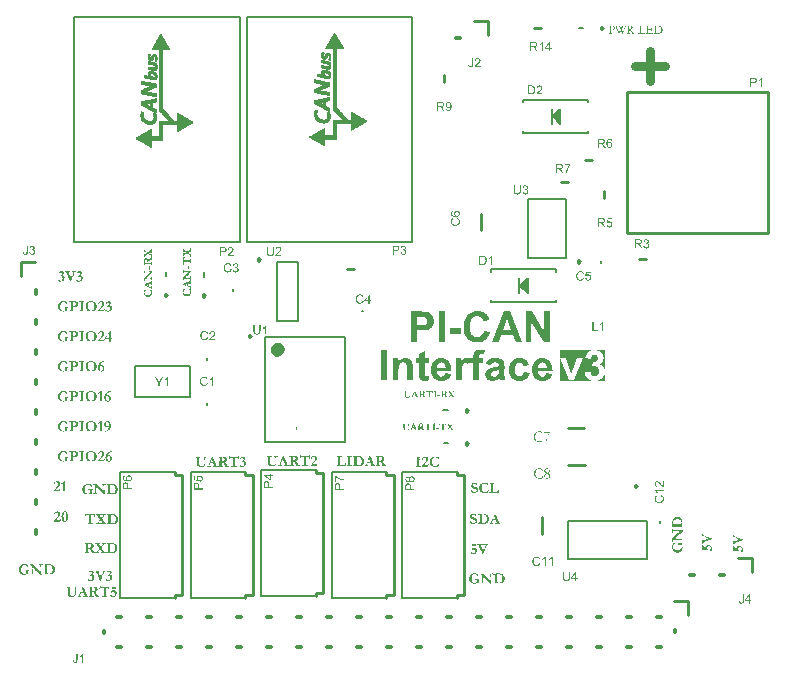
<source format=gto>
G04*
G04 #@! TF.GenerationSoftware,Altium Limited,Altium Designer,21.8.1 (53)*
G04*
G04 Layer_Color=65535*
%FSLAX25Y25*%
%MOIN*%
G70*
G04*
G04 #@! TF.SameCoordinates,00E826D5-FD21-4A1A-8C14-BC2741F4279C*
G04*
G04*
G04 #@! TF.FilePolarity,Positive*
G04*
G01*
G75*
%ADD10C,0.00984*%
%ADD11C,0.02362*%
%ADD12C,0.01000*%
%ADD13C,0.01200*%
%ADD14C,0.00787*%
%ADD15C,0.00800*%
%ADD16C,0.00100*%
%ADD17C,0.03000*%
G36*
X344121Y147629D02*
Y147623D01*
X344126Y147618D01*
X344132Y147600D01*
X344138Y147577D01*
X344161Y147520D01*
X344184Y147456D01*
X344213Y147393D01*
X344241Y147330D01*
X344265Y147278D01*
X344276Y147255D01*
X344282Y147243D01*
X344287Y147237D01*
X344305Y147220D01*
X344328Y147197D01*
X344368Y147174D01*
X344374Y147168D01*
X344403Y147157D01*
X344449Y147134D01*
X344483Y147116D01*
X344518Y147099D01*
X344564Y147082D01*
X344610Y147059D01*
X344668Y147036D01*
X344731Y147007D01*
X344800Y146978D01*
X344881Y146944D01*
X344967Y146909D01*
X345059Y146875D01*
X345906Y146552D01*
X345912D01*
X345929Y146546D01*
X345952Y146535D01*
X345987Y146523D01*
X346027Y146506D01*
X346073Y146489D01*
X346171Y146448D01*
X346177D01*
X346194Y146437D01*
X346223Y146425D01*
X346257Y146414D01*
X346304Y146397D01*
X346355Y146373D01*
X346471Y146333D01*
X346482Y146327D01*
X346494Y146322D01*
X346522Y146310D01*
X346563Y146299D01*
X346615Y146275D01*
X346684Y146247D01*
X346776Y146212D01*
X346822Y146183D01*
X346828D01*
X346839Y146178D01*
X346856Y146172D01*
X346880Y146166D01*
X346943Y146143D01*
X347018Y146120D01*
X347104Y146097D01*
X347185Y146068D01*
X347260Y146039D01*
X347317Y146016D01*
Y145965D01*
X347323Y145918D01*
Y145809D01*
X347317Y145751D01*
X347311D01*
X347306Y145746D01*
X347271Y145734D01*
X347225Y145723D01*
X347167Y145700D01*
X347162D01*
X347145Y145694D01*
X347116Y145682D01*
X347070Y145659D01*
X347035Y145648D01*
X346995Y145636D01*
X346949Y145613D01*
X346897Y145596D01*
X346839Y145573D01*
X346770Y145544D01*
X346695Y145515D01*
X346609Y145481D01*
X345526Y144997D01*
X344823Y144709D01*
X344817D01*
X344800Y144697D01*
X344777Y144686D01*
X344748Y144674D01*
X344673Y144634D01*
X344581Y144594D01*
X344489Y144547D01*
X344408Y144507D01*
X344374Y144490D01*
X344345Y144478D01*
X344328Y144467D01*
X344316Y144461D01*
X344311D01*
X344305Y144455D01*
X344282Y144432D01*
X344253Y144404D01*
X344224Y144363D01*
X344218Y144352D01*
X344213Y144340D01*
X344207Y144317D01*
X344201Y144288D01*
X344190Y144248D01*
X344184Y144202D01*
X344178Y144144D01*
X344167Y144035D01*
X343948D01*
Y144104D01*
X343953Y144156D01*
Y144208D01*
X343959Y144225D01*
Y144283D01*
X343965Y144317D01*
Y144363D01*
X343971Y144415D01*
X343976Y144473D01*
Y144530D01*
X343982Y144674D01*
X343988Y144835D01*
Y145089D01*
X343982Y145129D01*
Y145250D01*
X343976Y145331D01*
Y145360D01*
X343971Y145388D01*
Y145429D01*
X343959Y145509D01*
X343953Y145550D01*
X343948Y145584D01*
Y145774D01*
X343953D01*
X343976D01*
X344011D01*
X344046Y145780D01*
X344086D01*
X344115D01*
X344144D01*
X344161D01*
Y145769D01*
X344167Y145740D01*
X344172Y145694D01*
X344178Y145648D01*
X344184Y145596D01*
X344190Y145544D01*
X344195Y145504D01*
X344201Y145481D01*
Y145475D01*
X344207Y145463D01*
X344213Y145440D01*
X344224Y145417D01*
X344247Y145360D01*
X344265Y145337D01*
X344282Y145314D01*
X344287Y145308D01*
X344299Y145302D01*
X344322Y145291D01*
X344351Y145285D01*
X344357D01*
X344368D01*
X344408Y145291D01*
X344627Y145371D01*
X344633D01*
X344639Y145377D01*
X344656Y145383D01*
X344673Y145388D01*
X344737Y145412D01*
X344817Y145446D01*
X344915Y145486D01*
X345036Y145538D01*
X345180Y145596D01*
X345336Y145671D01*
X345998Y145965D01*
X346004Y145970D01*
X346033Y145976D01*
X346067Y145993D01*
X346113Y146016D01*
X346171Y146039D01*
X346229Y146062D01*
X346361Y146114D01*
X345998Y146264D01*
X345151Y146569D01*
X344973Y146644D01*
X344967D01*
X344944Y146650D01*
X344915Y146661D01*
X344869Y146673D01*
X344858Y146679D01*
X344829Y146685D01*
X344789Y146696D01*
X344737Y146713D01*
X344627Y146748D01*
X344570Y146765D01*
X344524Y146782D01*
X344518D01*
X344501Y146788D01*
X344483Y146800D01*
X344455Y146805D01*
X344391Y146823D01*
X344328Y146828D01*
X344322D01*
X344299Y146823D01*
X344276Y146811D01*
X344247Y146782D01*
Y146777D01*
X344236Y146771D01*
X344230Y146748D01*
X344218Y146725D01*
X344201Y146690D01*
X344190Y146650D01*
X344178Y146598D01*
X344172Y146540D01*
Y146535D01*
X344167Y146517D01*
Y146483D01*
X344161Y146443D01*
Y146431D01*
X344155Y146408D01*
X344149Y146373D01*
X344144Y146339D01*
X344132D01*
X344115Y146333D01*
X344086Y146327D01*
X344063D01*
X344057D01*
X344034D01*
X344000D01*
X343942Y146333D01*
Y146385D01*
X343948Y146420D01*
X343953Y146466D01*
X343959Y146523D01*
X343965Y146598D01*
Y146638D01*
X343971Y146679D01*
Y146736D01*
X343976Y146800D01*
Y146869D01*
X343982Y147024D01*
Y147151D01*
X343976Y147209D01*
Y147266D01*
X343971Y147330D01*
X343965Y147387D01*
Y147393D01*
X343959Y147410D01*
Y147439D01*
X343953Y147474D01*
X343948Y147554D01*
X343942Y147635D01*
X344028D01*
X344034D01*
X344051D01*
X344080D01*
X344121Y147629D01*
D02*
G37*
G36*
X346269Y143874D02*
X346327Y143868D01*
X346384Y143862D01*
X346511Y143833D01*
X346517D01*
X346540Y143827D01*
X346574Y143810D01*
X346615Y143793D01*
X346672Y143770D01*
X346730Y143741D01*
X346799Y143701D01*
X346874Y143649D01*
X346880Y143643D01*
X346903Y143626D01*
X346937Y143597D01*
X346983Y143563D01*
X347075Y143482D01*
X347116Y143436D01*
X347150Y143390D01*
X347156Y143384D01*
X347167Y143361D01*
X347191Y143326D01*
X347214Y143280D01*
X347242Y143223D01*
X347265Y143159D01*
X347288Y143085D01*
X347311Y143010D01*
Y142998D01*
X347317Y142975D01*
X347323Y142929D01*
X347335Y142871D01*
X347340Y142802D01*
X347352Y142716D01*
X347358Y142618D01*
Y142457D01*
X347346Y142393D01*
X347335Y142313D01*
X347317Y142220D01*
X347288Y142128D01*
X347248Y142030D01*
X347196Y141938D01*
X347191Y141932D01*
X347179Y141915D01*
X347156Y141892D01*
X347127Y141869D01*
X347093Y141846D01*
X347052Y141823D01*
X347001Y141806D01*
X346949Y141800D01*
X346943D01*
X346931D01*
X346908Y141806D01*
X346885Y141812D01*
X346822Y141835D01*
X346787Y141852D01*
X346759Y141881D01*
X346753Y141886D01*
X346747Y141898D01*
X346736Y141915D01*
X346718Y141938D01*
X346689Y141996D01*
X346684Y142036D01*
X346678Y142077D01*
Y142082D01*
X346684Y142111D01*
X346689Y142146D01*
X346707Y142192D01*
X346736Y142249D01*
X346776Y142313D01*
X346833Y142376D01*
X346914Y142445D01*
X346920Y142451D01*
X346937Y142462D01*
X346960Y142485D01*
X346989Y142508D01*
X347041Y142560D01*
X347064Y142589D01*
X347081Y142612D01*
Y142618D01*
X347087Y142629D01*
X347093Y142647D01*
X347104Y142670D01*
X347121Y142733D01*
X347127Y142808D01*
Y142831D01*
X347121Y142860D01*
X347116Y142900D01*
X347104Y142940D01*
X347093Y142987D01*
X347070Y143038D01*
X347041Y143090D01*
X347035Y143096D01*
X347024Y143113D01*
X347006Y143142D01*
X346977Y143171D01*
X346937Y143211D01*
X346891Y143246D01*
X346839Y143286D01*
X346776Y143321D01*
X346770Y143326D01*
X346747Y143338D01*
X346707Y143349D01*
X346666Y143367D01*
X346615Y143384D01*
X346557Y143401D01*
X346494Y143407D01*
X346436Y143413D01*
X346430D01*
X346425D01*
X346390D01*
X346344Y143401D01*
X346281Y143390D01*
X346206Y143367D01*
X346131Y143338D01*
X346050Y143292D01*
X345975Y143228D01*
X345969Y143223D01*
X345946Y143194D01*
X345912Y143159D01*
X345877Y143107D01*
X345843Y143038D01*
X345808Y142964D01*
X345785Y142883D01*
X345779Y142791D01*
Y142745D01*
X345785Y142710D01*
X345791Y142635D01*
X345814Y142560D01*
X345820Y142549D01*
X345825Y142537D01*
X345831Y142520D01*
X345848Y142497D01*
X345866Y142468D01*
X345889Y142428D01*
X345918Y142382D01*
X345992Y142272D01*
Y142267D01*
X345998Y142255D01*
X346004Y142215D01*
Y142209D01*
X345998Y142192D01*
X345992Y142169D01*
X345981Y142151D01*
X345975D01*
X345969Y142146D01*
X345952Y142140D01*
X345935Y142134D01*
X345123Y142163D01*
X345111D01*
X345088D01*
X345059D01*
X345025D01*
X345013D01*
X345002D01*
X344985Y142169D01*
X344956D01*
X344915D01*
X344869Y142174D01*
X344812D01*
X344806D01*
X344783D01*
X344754D01*
X344714Y142180D01*
X344633D01*
X344599Y142186D01*
X344564D01*
X344558D01*
X344547D01*
X344524D01*
X344501Y142192D01*
X344437D01*
X344380Y142197D01*
X344368D01*
X344345D01*
X344316D01*
X344282D01*
X344276D01*
X344265Y142203D01*
X344247D01*
X344230D01*
X344138D01*
X344132D01*
X344126D01*
X344103Y142215D01*
X344074Y142238D01*
X344063Y142255D01*
X344051Y142284D01*
X344046Y142295D01*
Y142318D01*
X344040Y142353D01*
Y142439D01*
X344034Y142474D01*
Y142693D01*
X344046Y143280D01*
Y143355D01*
X344040Y143413D01*
X344034Y143442D01*
X344028Y143459D01*
X344023Y143465D01*
X344011Y143482D01*
X343982Y143505D01*
X343942Y143528D01*
X343936Y143626D01*
Y143672D01*
X343942Y143718D01*
X343948D01*
X343965Y143712D01*
X343988Y143707D01*
X344023Y143701D01*
X344063Y143689D01*
X344109Y143684D01*
X344207Y143660D01*
X344311Y143632D01*
X344408Y143609D01*
X344449Y143591D01*
X344489Y143580D01*
X344518Y143574D01*
X344535Y143563D01*
X344541Y143557D01*
X344564Y143545D01*
X344581Y143522D01*
X344593Y143499D01*
Y143453D01*
X344599Y143401D01*
Y143286D01*
X344604Y143234D01*
Y143107D01*
X344610Y142940D01*
Y142871D01*
X344604Y142819D01*
Y142745D01*
X344599Y142699D01*
Y142422D01*
X344604D01*
X344610D01*
X344639D01*
X344673Y142416D01*
X344702D01*
X345036Y142399D01*
X345278Y142387D01*
Y142393D01*
X345267Y142405D01*
X345261Y142428D01*
X345249Y142462D01*
X345221Y142537D01*
X345198Y142624D01*
Y142629D01*
X345192Y142647D01*
X345186Y142670D01*
X345180Y142699D01*
Y142739D01*
X345175Y142779D01*
X345169Y142871D01*
Y142906D01*
X345175Y142940D01*
X345180Y142992D01*
X345186Y143050D01*
X345198Y143113D01*
X345221Y143177D01*
X345244Y143246D01*
X345249Y143252D01*
X345255Y143275D01*
X345272Y143309D01*
X345296Y143355D01*
X345330Y143407D01*
X345365Y143459D01*
X345405Y143517D01*
X345457Y143568D01*
X345463Y143574D01*
X345474Y143586D01*
X345497Y143609D01*
X345532Y143632D01*
X345566Y143660D01*
X345612Y143695D01*
X345670Y143735D01*
X345727Y143770D01*
X345733Y143776D01*
X345751Y143781D01*
X345768Y143793D01*
X345797Y143805D01*
X345860Y143833D01*
X345889Y143839D01*
X345912Y143845D01*
X345923D01*
X345946Y143851D01*
X345981Y143856D01*
X346027Y143862D01*
X346067Y143868D01*
X346108Y143874D01*
X346136Y143879D01*
X346154D01*
X346160D01*
X346188D01*
X346223D01*
X346269Y143874D01*
D02*
G37*
G36*
X333821Y147929D02*
Y147923D01*
X333826Y147918D01*
X333832Y147900D01*
X333838Y147877D01*
X333861Y147820D01*
X333884Y147756D01*
X333913Y147693D01*
X333941Y147630D01*
X333964Y147578D01*
X333976Y147555D01*
X333982Y147543D01*
X333987Y147537D01*
X334005Y147520D01*
X334028Y147497D01*
X334068Y147474D01*
X334074Y147468D01*
X334103Y147457D01*
X334149Y147434D01*
X334183Y147416D01*
X334218Y147399D01*
X334264Y147382D01*
X334310Y147359D01*
X334368Y147336D01*
X334431Y147307D01*
X334500Y147278D01*
X334581Y147244D01*
X334667Y147209D01*
X334759Y147175D01*
X335606Y146852D01*
X335612D01*
X335629Y146846D01*
X335652Y146835D01*
X335687Y146823D01*
X335727Y146806D01*
X335773Y146789D01*
X335871Y146748D01*
X335877D01*
X335894Y146737D01*
X335923Y146725D01*
X335957Y146714D01*
X336003Y146696D01*
X336055Y146673D01*
X336171Y146633D01*
X336182Y146627D01*
X336194Y146622D01*
X336222Y146610D01*
X336263Y146599D01*
X336315Y146575D01*
X336384Y146547D01*
X336476Y146512D01*
X336522Y146483D01*
X336528D01*
X336539Y146478D01*
X336557Y146472D01*
X336579Y146466D01*
X336643Y146443D01*
X336718Y146420D01*
X336804Y146397D01*
X336885Y146368D01*
X336960Y146339D01*
X337017Y146316D01*
Y146265D01*
X337023Y146218D01*
Y146109D01*
X337017Y146051D01*
X337012D01*
X337006Y146046D01*
X336971Y146034D01*
X336925Y146023D01*
X336867Y146000D01*
X336862D01*
X336844Y145994D01*
X336816Y145982D01*
X336770Y145959D01*
X336735Y145948D01*
X336695Y145936D01*
X336649Y145913D01*
X336597Y145896D01*
X336539Y145873D01*
X336470Y145844D01*
X336395Y145815D01*
X336309Y145781D01*
X335226Y145297D01*
X334523Y145009D01*
X334517D01*
X334500Y144997D01*
X334477Y144986D01*
X334448Y144974D01*
X334373Y144934D01*
X334281Y144894D01*
X334189Y144848D01*
X334108Y144807D01*
X334074Y144790D01*
X334045Y144778D01*
X334028Y144767D01*
X334016Y144761D01*
X334011D01*
X334005Y144755D01*
X333982Y144732D01*
X333953Y144703D01*
X333924Y144663D01*
X333918Y144652D01*
X333913Y144640D01*
X333907Y144617D01*
X333901Y144588D01*
X333890Y144548D01*
X333884Y144502D01*
X333878Y144444D01*
X333867Y144335D01*
X333648D01*
Y144404D01*
X333653Y144456D01*
Y144508D01*
X333659Y144525D01*
Y144583D01*
X333665Y144617D01*
Y144663D01*
X333671Y144715D01*
X333677Y144773D01*
Y144830D01*
X333682Y144974D01*
X333688Y145135D01*
Y145389D01*
X333682Y145429D01*
Y145550D01*
X333677Y145631D01*
Y145660D01*
X333671Y145688D01*
Y145729D01*
X333659Y145809D01*
X333653Y145850D01*
X333648Y145884D01*
Y146074D01*
X333653D01*
X333677D01*
X333711D01*
X333746Y146080D01*
X333786D01*
X333815D01*
X333843D01*
X333861D01*
Y146069D01*
X333867Y146040D01*
X333872Y145994D01*
X333878Y145948D01*
X333884Y145896D01*
X333890Y145844D01*
X333895Y145804D01*
X333901Y145781D01*
Y145775D01*
X333907Y145763D01*
X333913Y145740D01*
X333924Y145717D01*
X333947Y145660D01*
X333964Y145637D01*
X333982Y145614D01*
X333987Y145608D01*
X333999Y145602D01*
X334022Y145591D01*
X334051Y145585D01*
X334057D01*
X334068D01*
X334108Y145591D01*
X334327Y145671D01*
X334333D01*
X334339Y145677D01*
X334356Y145683D01*
X334373Y145688D01*
X334437Y145712D01*
X334517Y145746D01*
X334615Y145786D01*
X334736Y145838D01*
X334880Y145896D01*
X335036Y145971D01*
X335698Y146265D01*
X335704Y146270D01*
X335733Y146276D01*
X335767Y146293D01*
X335813Y146316D01*
X335871Y146339D01*
X335929Y146362D01*
X336061Y146414D01*
X335698Y146564D01*
X334852Y146869D01*
X334673Y146944D01*
X334667D01*
X334644Y146950D01*
X334615Y146961D01*
X334569Y146973D01*
X334558Y146979D01*
X334529Y146985D01*
X334489Y146996D01*
X334437Y147013D01*
X334327Y147048D01*
X334270Y147065D01*
X334224Y147082D01*
X334218D01*
X334201Y147088D01*
X334183Y147100D01*
X334155Y147105D01*
X334091Y147123D01*
X334028Y147128D01*
X334022D01*
X333999Y147123D01*
X333976Y147111D01*
X333947Y147082D01*
Y147077D01*
X333936Y147071D01*
X333930Y147048D01*
X333918Y147025D01*
X333901Y146990D01*
X333890Y146950D01*
X333878Y146898D01*
X333872Y146841D01*
Y146835D01*
X333867Y146817D01*
Y146783D01*
X333861Y146743D01*
Y146731D01*
X333855Y146708D01*
X333849Y146673D01*
X333843Y146639D01*
X333832D01*
X333815Y146633D01*
X333786Y146627D01*
X333763D01*
X333757D01*
X333734D01*
X333699D01*
X333642Y146633D01*
Y146685D01*
X333648Y146720D01*
X333653Y146766D01*
X333659Y146823D01*
X333665Y146898D01*
Y146938D01*
X333671Y146979D01*
Y147036D01*
X333677Y147100D01*
Y147169D01*
X333682Y147324D01*
Y147451D01*
X333677Y147509D01*
Y147566D01*
X333671Y147630D01*
X333665Y147687D01*
Y147693D01*
X333659Y147710D01*
Y147739D01*
X333653Y147774D01*
X333648Y147854D01*
X333642Y147935D01*
X333728D01*
X333734D01*
X333751D01*
X333780D01*
X333821Y147929D01*
D02*
G37*
G36*
X335969Y144174D02*
X336027Y144168D01*
X336084Y144162D01*
X336211Y144133D01*
X336217D01*
X336240Y144128D01*
X336274Y144110D01*
X336315Y144093D01*
X336372Y144070D01*
X336430Y144041D01*
X336499Y144001D01*
X336574Y143949D01*
X336579Y143943D01*
X336603Y143926D01*
X336637Y143897D01*
X336683Y143863D01*
X336775Y143782D01*
X336816Y143736D01*
X336850Y143690D01*
X336856Y143684D01*
X336867Y143661D01*
X336891Y143626D01*
X336914Y143580D01*
X336942Y143523D01*
X336965Y143459D01*
X336988Y143385D01*
X337012Y143310D01*
Y143298D01*
X337017Y143275D01*
X337023Y143229D01*
X337035Y143171D01*
X337040Y143102D01*
X337052Y143016D01*
X337058Y142918D01*
Y142757D01*
X337046Y142693D01*
X337035Y142613D01*
X337017Y142520D01*
X336988Y142428D01*
X336948Y142330D01*
X336896Y142238D01*
X336891Y142233D01*
X336879Y142215D01*
X336856Y142192D01*
X336827Y142169D01*
X336793Y142146D01*
X336752Y142123D01*
X336701Y142106D01*
X336649Y142100D01*
X336643D01*
X336631D01*
X336608Y142106D01*
X336585Y142112D01*
X336522Y142135D01*
X336487Y142152D01*
X336459Y142181D01*
X336453Y142186D01*
X336447Y142198D01*
X336436Y142215D01*
X336418Y142238D01*
X336389Y142296D01*
X336384Y142336D01*
X336378Y142376D01*
Y142382D01*
X336384Y142411D01*
X336389Y142446D01*
X336407Y142492D01*
X336436Y142549D01*
X336476Y142613D01*
X336533Y142676D01*
X336614Y142745D01*
X336620Y142751D01*
X336637Y142762D01*
X336660Y142785D01*
X336689Y142808D01*
X336741Y142860D01*
X336764Y142889D01*
X336781Y142912D01*
Y142918D01*
X336787Y142929D01*
X336793Y142947D01*
X336804Y142970D01*
X336821Y143033D01*
X336827Y143108D01*
Y143131D01*
X336821Y143160D01*
X336816Y143200D01*
X336804Y143240D01*
X336793Y143287D01*
X336770Y143338D01*
X336741Y143390D01*
X336735Y143396D01*
X336723Y143413D01*
X336706Y143442D01*
X336677Y143471D01*
X336637Y143511D01*
X336591Y143546D01*
X336539Y143586D01*
X336476Y143621D01*
X336470Y143626D01*
X336447Y143638D01*
X336407Y143649D01*
X336366Y143667D01*
X336315Y143684D01*
X336257Y143701D01*
X336194Y143707D01*
X336136Y143713D01*
X336130D01*
X336124D01*
X336090D01*
X336044Y143701D01*
X335981Y143690D01*
X335906Y143667D01*
X335831Y143638D01*
X335750Y143592D01*
X335675Y143528D01*
X335669Y143523D01*
X335646Y143494D01*
X335612Y143459D01*
X335577Y143407D01*
X335543Y143338D01*
X335508Y143263D01*
X335485Y143183D01*
X335479Y143091D01*
Y143045D01*
X335485Y143010D01*
X335491Y142935D01*
X335514Y142860D01*
X335520Y142849D01*
X335525Y142837D01*
X335531Y142820D01*
X335548Y142797D01*
X335566Y142768D01*
X335589Y142728D01*
X335618Y142682D01*
X335693Y142572D01*
Y142567D01*
X335698Y142555D01*
X335704Y142515D01*
Y142509D01*
X335698Y142492D01*
X335693Y142469D01*
X335681Y142451D01*
X335675D01*
X335669Y142446D01*
X335652Y142440D01*
X335635Y142434D01*
X334823Y142463D01*
X334811D01*
X334788D01*
X334759D01*
X334725D01*
X334713D01*
X334702D01*
X334684Y142469D01*
X334656D01*
X334615D01*
X334569Y142474D01*
X334512D01*
X334506D01*
X334483D01*
X334454D01*
X334414Y142480D01*
X334333D01*
X334299Y142486D01*
X334264D01*
X334258D01*
X334247D01*
X334224D01*
X334201Y142492D01*
X334137D01*
X334080Y142497D01*
X334068D01*
X334045D01*
X334016D01*
X333982D01*
X333976D01*
X333964Y142503D01*
X333947D01*
X333930D01*
X333838D01*
X333832D01*
X333826D01*
X333803Y142515D01*
X333774Y142538D01*
X333763Y142555D01*
X333751Y142584D01*
X333746Y142595D01*
Y142618D01*
X333740Y142653D01*
Y142739D01*
X333734Y142774D01*
Y142993D01*
X333746Y143580D01*
Y143655D01*
X333740Y143713D01*
X333734Y143742D01*
X333728Y143759D01*
X333723Y143765D01*
X333711Y143782D01*
X333682Y143805D01*
X333642Y143828D01*
X333636Y143926D01*
Y143972D01*
X333642Y144018D01*
X333648D01*
X333665Y144012D01*
X333688Y144007D01*
X333723Y144001D01*
X333763Y143989D01*
X333809Y143983D01*
X333907Y143960D01*
X334011Y143932D01*
X334108Y143909D01*
X334149Y143891D01*
X334189Y143880D01*
X334218Y143874D01*
X334235Y143863D01*
X334241Y143857D01*
X334264Y143845D01*
X334281Y143822D01*
X334293Y143799D01*
Y143753D01*
X334299Y143701D01*
Y143586D01*
X334304Y143534D01*
Y143407D01*
X334310Y143240D01*
Y143171D01*
X334304Y143120D01*
Y143045D01*
X334299Y142999D01*
Y142722D01*
X334304D01*
X334310D01*
X334339D01*
X334373Y142716D01*
X334402D01*
X334736Y142699D01*
X334978Y142687D01*
Y142693D01*
X334967Y142705D01*
X334961Y142728D01*
X334949Y142762D01*
X334921Y142837D01*
X334898Y142924D01*
Y142929D01*
X334892Y142947D01*
X334886Y142970D01*
X334880Y142999D01*
Y143039D01*
X334875Y143079D01*
X334869Y143171D01*
Y143206D01*
X334875Y143240D01*
X334880Y143292D01*
X334886Y143350D01*
X334898Y143413D01*
X334921Y143477D01*
X334944Y143546D01*
X334949Y143552D01*
X334955Y143575D01*
X334973Y143609D01*
X334996Y143655D01*
X335030Y143707D01*
X335065Y143759D01*
X335105Y143816D01*
X335157Y143868D01*
X335163Y143874D01*
X335174Y143886D01*
X335197Y143909D01*
X335232Y143932D01*
X335266Y143960D01*
X335312Y143995D01*
X335370Y144035D01*
X335427Y144070D01*
X335433Y144076D01*
X335451Y144081D01*
X335468Y144093D01*
X335497Y144105D01*
X335560Y144133D01*
X335589Y144139D01*
X335612Y144145D01*
X335623D01*
X335646Y144151D01*
X335681Y144156D01*
X335727Y144162D01*
X335767Y144168D01*
X335808Y144174D01*
X335837Y144179D01*
X335854D01*
X335859D01*
X335888D01*
X335923D01*
X335969Y144174D01*
D02*
G37*
G36*
X325633Y153460D02*
X325679D01*
X325731Y153454D01*
X325789Y153448D01*
X325846Y153437D01*
X325985Y153408D01*
X326134Y153368D01*
X326284Y153310D01*
X326428Y153235D01*
X326434D01*
X326445Y153224D01*
X326463Y153212D01*
X326491Y153195D01*
X326555Y153143D01*
X326641Y153068D01*
X326733Y152982D01*
X326831Y152867D01*
X326929Y152740D01*
X327021Y152590D01*
Y152584D01*
X327027Y152579D01*
X327033Y152561D01*
X327045Y152538D01*
X327056Y152504D01*
X327073Y152469D01*
X327085Y152429D01*
X327096Y152377D01*
X327114Y152325D01*
X327125Y152262D01*
X327142Y152198D01*
X327154Y152123D01*
X327171Y151968D01*
X327177Y151784D01*
X327160Y151260D01*
X327154Y151110D01*
Y150303D01*
X327160Y150269D01*
Y150223D01*
X327165Y150159D01*
X327171Y150079D01*
Y150021D01*
X327177Y149992D01*
Y149739D01*
X327165D01*
X327154D01*
X327131D01*
X327102D01*
X327067D01*
X327021D01*
X326970D01*
Y149745D01*
X326964Y149773D01*
X326958Y149791D01*
X326952Y149820D01*
X326947Y149854D01*
X326941Y149894D01*
Y149906D01*
X326935Y149935D01*
X326923Y149975D01*
X326912Y150021D01*
X326895Y150073D01*
X326877Y150125D01*
X326854Y150171D01*
X326831Y150205D01*
X326826Y150211D01*
X326797Y150229D01*
X326774Y150240D01*
X326745Y150251D01*
X326710Y150263D01*
X326670Y150269D01*
X326664D01*
X326653D01*
X326641D01*
X326618D01*
X326595D01*
X326561D01*
X326515D01*
X326463Y150275D01*
X326399D01*
X326325D01*
X326238D01*
X326134D01*
X326019Y150280D01*
X325887D01*
X325605D01*
X325265D01*
X324395D01*
X324291D01*
X324285D01*
X324280D01*
X324257Y150275D01*
X324222Y150263D01*
X324193Y150240D01*
X324187Y150234D01*
X324182Y150223D01*
X324176Y150194D01*
X324170Y150171D01*
Y150096D01*
X324176Y150050D01*
X324187Y149987D01*
Y149946D01*
X324193Y149923D01*
X324199Y149854D01*
X324211Y149785D01*
Y149773D01*
X324216Y149739D01*
X323992D01*
Y149745D01*
X323986Y149768D01*
X323974Y149802D01*
X323963Y149848D01*
X323951Y149912D01*
X323934Y149987D01*
X323917Y150073D01*
X323900Y150171D01*
Y150177D01*
X323894Y150194D01*
Y150217D01*
X323888Y150251D01*
X323882Y150298D01*
X323877Y150355D01*
X323865Y150413D01*
X323859Y150488D01*
X323853Y150563D01*
X323842Y150655D01*
X323836Y150747D01*
X323830Y150845D01*
X323825Y150954D01*
Y151069D01*
X323819Y151185D01*
Y151450D01*
X323825Y151507D01*
Y151628D01*
X323836Y151766D01*
X323848Y151905D01*
X323865Y152037D01*
X323877Y152095D01*
X323888Y152147D01*
Y152152D01*
X323894Y152164D01*
X323900Y152187D01*
X323905Y152210D01*
X323917Y152244D01*
X323928Y152285D01*
X323963Y152377D01*
X324003Y152481D01*
X324055Y152584D01*
X324113Y152694D01*
X324182Y152792D01*
Y152797D01*
X324193Y152809D01*
X324211Y152826D01*
X324228Y152849D01*
X324285Y152907D01*
X324355Y152982D01*
X324447Y153062D01*
X324550Y153143D01*
X324666Y153224D01*
X324792Y153293D01*
X324798D01*
X324810Y153299D01*
X324827Y153310D01*
X324850Y153322D01*
X324885Y153333D01*
X324925Y153350D01*
X325017Y153379D01*
X325126Y153414D01*
X325259Y153437D01*
X325397Y153460D01*
X325547Y153466D01*
X325553D01*
X325570D01*
X325599D01*
X325633Y153460D01*
D02*
G37*
G36*
X324038Y149434D02*
X324049Y149405D01*
X324067Y149370D01*
X324078Y149324D01*
Y149318D01*
X324084Y149301D01*
X324090Y149272D01*
X324101Y149243D01*
X324107Y149209D01*
X324118Y149180D01*
X324130Y149157D01*
X324136Y149140D01*
X324141Y149134D01*
X324147Y149117D01*
X324159Y149100D01*
X324176Y149071D01*
X324187Y149048D01*
X324205Y149025D01*
X324216Y149007D01*
X324222Y149002D01*
X324228Y148996D01*
X324245Y148990D01*
X324280Y148984D01*
X324320Y148979D01*
X324326D01*
X324337D01*
X324349D01*
X324366D01*
X324395Y148984D01*
X324424D01*
X324435D01*
X324447D01*
X324470D01*
X324499D01*
X324533D01*
X324585D01*
X324643D01*
X324648D01*
X324660D01*
X324677D01*
X324706D01*
X324769D01*
X324856Y148990D01*
X324948D01*
X325046Y148996D01*
X325138Y149002D01*
X325224Y149007D01*
X325230D01*
X325236D01*
X325270Y149013D01*
X325322D01*
X325386D01*
X326278Y149042D01*
X326284D01*
X326296D01*
X326330Y149048D01*
X326376D01*
X326394D01*
X326411D01*
X326728D01*
X326860Y149053D01*
X326998Y149048D01*
X327004D01*
X327016D01*
X327050Y149053D01*
X327096Y149059D01*
X327114D01*
X327125D01*
X327258D01*
X327269Y148760D01*
X326958Y148454D01*
X326342Y147832D01*
X325904Y147395D01*
X325576Y147078D01*
X325570Y147072D01*
X325564Y147066D01*
X325547Y147049D01*
X325524Y147026D01*
X325466Y146968D01*
X325391Y146888D01*
X325311Y146801D01*
X325219Y146703D01*
X325126Y146605D01*
X325040Y146508D01*
X324660Y146093D01*
X325610Y146116D01*
X325616D01*
X325627D01*
X325645D01*
X325662D01*
X325720D01*
X325789D01*
X325973D01*
X326307Y146127D01*
X326319D01*
X326342D01*
X326388Y146133D01*
X326440Y146139D01*
X326509D01*
X326584Y146145D01*
X326670Y146156D01*
X326757Y146162D01*
X326768D01*
X326797D01*
X326826D01*
X326854Y146168D01*
X326860D01*
X326872Y146179D01*
X326895Y146185D01*
X326929Y146202D01*
Y146208D01*
X326935Y146225D01*
X326941Y146254D01*
X326947Y146294D01*
X326958Y146352D01*
X326964Y146427D01*
X326975Y146525D01*
X326981Y146640D01*
Y146646D01*
X326987Y146657D01*
X326993Y146680D01*
X326998Y146709D01*
X327211Y146715D01*
Y146571D01*
X327206Y146525D01*
Y146456D01*
X327200Y146415D01*
X327194Y146363D01*
Y146312D01*
X327188Y146248D01*
X327183Y146179D01*
X327177Y146099D01*
Y145960D01*
X327183Y145880D01*
Y145788D01*
X327188Y145695D01*
Y145615D01*
X327194Y145580D01*
Y145482D01*
X327200Y145436D01*
Y145355D01*
X327194Y145321D01*
X327183D01*
X327160D01*
X327125Y145315D01*
X327091D01*
X327085D01*
X327067D01*
X327039D01*
X326993Y145321D01*
Y145333D01*
X326987Y145361D01*
X326981Y145402D01*
Y145482D01*
X326987Y145505D01*
Y145603D01*
X326981Y145649D01*
Y145695D01*
X326975Y145736D01*
X326970Y145770D01*
X326958Y145793D01*
X326952Y145799D01*
X326941Y145805D01*
X326923Y145816D01*
X326901Y145822D01*
X326872Y145828D01*
X326831Y145834D01*
X326785Y145839D01*
X326780D01*
X326768D01*
X326745D01*
X326722D01*
X326653Y145845D01*
X326572D01*
X326486D01*
X326405Y145851D01*
X326336D01*
X326307D01*
X326290D01*
X326146D01*
X325317Y145857D01*
X324798Y145851D01*
X324792D01*
X324787D01*
X324752D01*
X324700D01*
X324637Y145845D01*
X324499Y145834D01*
X324441Y145822D01*
X324389Y145811D01*
X324383D01*
X324378D01*
X324355Y145799D01*
X324320Y145782D01*
X324285Y145753D01*
X324280Y145747D01*
X324268Y145736D01*
X324251Y145718D01*
X324234Y145695D01*
X324187Y145632D01*
X324147Y145551D01*
Y145546D01*
X324141Y145540D01*
X324136Y145517D01*
X324124Y145488D01*
X324118Y145442D01*
X324101Y145384D01*
X324090Y145304D01*
X324072Y145212D01*
X323894Y145200D01*
Y145540D01*
X323888Y145574D01*
Y145903D01*
X323894Y145937D01*
Y146018D01*
X323888Y146053D01*
Y146145D01*
X323882Y146168D01*
Y146335D01*
X323888Y146341D01*
X323900Y146352D01*
X323917Y146375D01*
X323946Y146398D01*
X323974Y146433D01*
X324009Y146473D01*
X324095Y146559D01*
X324193Y146663D01*
X324297Y146773D01*
X324401Y146876D01*
X324504Y146974D01*
X324510Y146980D01*
X324516Y146986D01*
X324539Y147009D01*
X324568Y147037D01*
X324608Y147083D01*
X324666Y147135D01*
X324735Y147210D01*
X324827Y147297D01*
X324931Y147406D01*
X325057Y147533D01*
X325207Y147677D01*
X325288Y147763D01*
X325374Y147850D01*
X325466Y147942D01*
X325570Y148045D01*
X325674Y148155D01*
X325789Y148264D01*
X325910Y148385D01*
X326037Y148518D01*
X326169Y148650D01*
X326313Y148794D01*
X326250D01*
X325950Y148783D01*
X325944D01*
X325939D01*
X325910D01*
X325858Y148777D01*
X325800D01*
X325737Y148771D01*
X325668D01*
X325599Y148765D01*
X325541Y148760D01*
X325535D01*
X325512D01*
X325478Y148754D01*
X325437D01*
X325380Y148748D01*
X325322D01*
X325247Y148742D01*
X325172D01*
X325161D01*
X325138D01*
X325098D01*
X325046D01*
X324988D01*
X324925Y148737D01*
X324792Y148731D01*
X324787D01*
X324775D01*
X324758D01*
X324741Y148725D01*
X324683Y148719D01*
X324614D01*
X324550Y148714D01*
X324487Y148708D01*
X324435Y148702D01*
X324418D01*
X324406D01*
X324401D01*
X324378D01*
X324349Y148696D01*
X324320D01*
X324251Y148685D01*
X324222Y148673D01*
X324199Y148662D01*
X324187Y148650D01*
X324182Y148633D01*
X324170Y148610D01*
X324159Y148581D01*
X324141Y148541D01*
X324130Y148483D01*
X324118Y148420D01*
Y148414D01*
X324113Y148397D01*
X324107Y148374D01*
X324101Y148339D01*
X324084Y148270D01*
X324067Y148241D01*
X324055Y148213D01*
X323905D01*
X323900Y148276D01*
X323882Y148777D01*
X323865Y149336D01*
Y149347D01*
X323859Y149370D01*
Y149439D01*
X324032Y149445D01*
X324038Y149434D01*
D02*
G37*
G36*
X325795Y145079D02*
X325818Y145068D01*
X325823Y145062D01*
X325835Y145033D01*
X325846Y145016D01*
X325858Y144987D01*
X325869Y144958D01*
X325887Y144918D01*
Y144912D01*
X325892Y144901D01*
X325904Y144866D01*
X325921Y144826D01*
X325933Y144808D01*
X325939Y144803D01*
X325944Y144797D01*
X325950Y144791D01*
X325973Y144780D01*
X326002Y144774D01*
X326013D01*
X326031D01*
X326054D01*
X326094Y144768D01*
X326146D01*
X326215D01*
X326301D01*
X326307D01*
X326313D01*
X326347D01*
X326399D01*
X326463D01*
X326526D01*
X326584D01*
X326630Y144762D01*
X326653D01*
X326664D01*
X326670D01*
X326693D01*
X326728D01*
X326762D01*
X326803Y144756D01*
X326831D01*
X326860D01*
X326877D01*
X326883D01*
X326895D01*
X326929Y144751D01*
X326970Y144745D01*
X326987Y144739D01*
X326998Y144728D01*
X327004Y144722D01*
X327010Y144710D01*
X327027Y144687D01*
X327045Y144647D01*
X327067Y144589D01*
X327079Y144555D01*
X327096Y144509D01*
X327108Y144463D01*
X327125Y144411D01*
X327142Y144353D01*
X327160Y144284D01*
Y144278D01*
X327165Y144267D01*
Y144244D01*
X327171Y144221D01*
X327177Y144181D01*
X327188Y144140D01*
X327194Y144088D01*
X327200Y144036D01*
X327217Y143910D01*
X327235Y143760D01*
X327240Y143599D01*
X327246Y143420D01*
Y143363D01*
X327240Y143299D01*
Y143213D01*
X327235Y143121D01*
X327223Y143017D01*
X327211Y142913D01*
X327194Y142815D01*
Y142804D01*
X327183Y142775D01*
X327171Y142723D01*
X327154Y142666D01*
X327131Y142596D01*
X327102Y142527D01*
X327067Y142453D01*
X327033Y142383D01*
X327027Y142372D01*
X327010Y142343D01*
X326975Y142297D01*
X326935Y142239D01*
X326883Y142176D01*
X326826Y142107D01*
X326762Y142038D01*
X326687Y141969D01*
X326676Y141963D01*
X326653Y141940D01*
X326607Y141911D01*
X326555Y141876D01*
X326486Y141836D01*
X326411Y141790D01*
X326325Y141750D01*
X326238Y141715D01*
X326232D01*
X326221Y141709D01*
X326203Y141704D01*
X326181Y141698D01*
X326152Y141686D01*
X326117Y141681D01*
X326031Y141658D01*
X325927Y141635D01*
X325812Y141617D01*
X325691Y141606D01*
X325564Y141600D01*
X325558D01*
X325547D01*
X325530D01*
X325501Y141606D01*
X325466D01*
X325426Y141612D01*
X325328Y141623D01*
X325213Y141640D01*
X325086Y141675D01*
X324948Y141715D01*
X324804Y141773D01*
X324798D01*
X324792Y141779D01*
X324758Y141796D01*
X324706Y141825D01*
X324637Y141865D01*
X324562Y141917D01*
X324476Y141974D01*
X324389Y142049D01*
X324303Y142130D01*
X324291Y142141D01*
X324268Y142170D01*
X324222Y142222D01*
X324176Y142291D01*
X324118Y142372D01*
X324055Y142470D01*
X323997Y142585D01*
X323946Y142706D01*
Y142712D01*
X323940Y142723D01*
X323934Y142740D01*
X323923Y142769D01*
X323911Y142798D01*
X323900Y142838D01*
X323877Y142931D01*
X323853Y143046D01*
X323830Y143173D01*
X323813Y143316D01*
X323807Y143466D01*
Y143507D01*
X323813Y143558D01*
X323819Y143593D01*
X323825Y143633D01*
Y143685D01*
X323830Y143748D01*
X323836Y143823D01*
X323842Y143910D01*
X323859Y144008D01*
X323877Y144111D01*
X323905Y144215D01*
Y144221D01*
X323911Y144227D01*
X323917Y144261D01*
X323934Y144313D01*
X323957Y144371D01*
X323980Y144445D01*
X324015Y144520D01*
X324049Y144595D01*
X324090Y144664D01*
X324095D01*
X324107Y144670D01*
X324124Y144676D01*
X324153Y144682D01*
X324193Y144687D01*
X324245Y144693D01*
X324308Y144705D01*
X324383Y144710D01*
X324395D01*
X324418Y144716D01*
X324458D01*
X324504Y144722D01*
X324608Y144728D01*
X324660Y144733D01*
X324700D01*
X324706D01*
X324729D01*
X324758Y144722D01*
X324792Y144710D01*
Y144647D01*
X324787Y144589D01*
X324775Y144526D01*
X324769D01*
X324763Y144520D01*
X324729Y144497D01*
X324677Y144463D01*
X324614Y144417D01*
X324550Y144371D01*
X324493Y144325D01*
X324435Y144284D01*
X324401Y144250D01*
X324395Y144244D01*
X324378Y144221D01*
X324349Y144192D01*
X324314Y144146D01*
X324274Y144088D01*
X324234Y144025D01*
X324193Y143950D01*
X324153Y143869D01*
X324147Y143864D01*
X324141Y143841D01*
X324130Y143806D01*
X324113Y143754D01*
X324101Y143697D01*
X324090Y143633D01*
X324084Y143558D01*
X324078Y143478D01*
Y143437D01*
X324084Y143409D01*
X324090Y143368D01*
X324101Y143328D01*
X324124Y143224D01*
X324170Y143109D01*
X324205Y143046D01*
X324239Y142982D01*
X324285Y142919D01*
X324337Y142856D01*
X324395Y142792D01*
X324464Y142729D01*
X324470Y142723D01*
X324481Y142717D01*
X324504Y142700D01*
X324533Y142677D01*
X324579Y142654D01*
X324625Y142625D01*
X324683Y142596D01*
X324752Y142568D01*
X324827Y142539D01*
X324913Y142510D01*
X325005Y142481D01*
X325109Y142458D01*
X325219Y142435D01*
X325340Y142418D01*
X325466Y142412D01*
X325605Y142406D01*
X325610D01*
X325622D01*
X325639D01*
X325668D01*
X325697Y142412D01*
X325737D01*
X325823Y142424D01*
X325933Y142435D01*
X326048Y142458D01*
X326169Y142487D01*
X326296Y142527D01*
X326301D01*
X326313Y142533D01*
X326330Y142539D01*
X326353Y142550D01*
X326411Y142579D01*
X326486Y142625D01*
X326572Y142677D01*
X326659Y142740D01*
X326745Y142821D01*
X326820Y142908D01*
Y142913D01*
X326826Y142919D01*
X326849Y142954D01*
X326877Y143005D01*
X326912Y143080D01*
X326952Y143167D01*
X326981Y143265D01*
X327004Y143380D01*
X327010Y143507D01*
Y143570D01*
X327004Y143616D01*
X326998Y143668D01*
X326993Y143725D01*
X326970Y143858D01*
Y143864D01*
X326964Y143875D01*
X326958Y143893D01*
X326952Y143910D01*
X326923Y143962D01*
X326889Y144013D01*
X326883Y144019D01*
X326860Y144036D01*
X326820Y144054D01*
X326768Y144065D01*
X326762D01*
X326739Y144071D01*
X326705D01*
X326659Y144077D01*
X326595Y144083D01*
X326526D01*
X326440Y144088D01*
X326342D01*
X326336D01*
X326330D01*
X326301D01*
X326255D01*
X326198D01*
X326077Y144083D01*
X326025D01*
X325979Y144077D01*
X325973D01*
X325962Y144065D01*
X325944Y144054D01*
X325933Y144042D01*
Y144036D01*
X325921Y144025D01*
X325910Y143990D01*
X325904Y143967D01*
X325892Y143939D01*
X325829Y143708D01*
X325823Y143697D01*
X325818Y143674D01*
X325806Y143639D01*
X325789Y143616D01*
X325783D01*
X325771D01*
X325754D01*
X325737D01*
X325731D01*
X325714D01*
X325679Y143622D01*
X325639Y143633D01*
X325633Y143639D01*
X325627Y143656D01*
X325622Y143679D01*
Y143864D01*
X325627Y143939D01*
X325633Y144019D01*
X325639Y144100D01*
X325645Y144181D01*
Y144739D01*
X325639Y144912D01*
Y145039D01*
X325645Y145085D01*
X325656D01*
X325679Y145091D01*
X325720D01*
X325754D01*
X325760D01*
X325771D01*
X325795Y145079D01*
D02*
G37*
G36*
X301401Y202016D02*
X301386Y202354D01*
X301324Y202646D01*
X301232Y202923D01*
X301140Y203153D01*
X301048Y203338D01*
X300955Y203476D01*
X300894Y203553D01*
X300879Y203584D01*
X300663Y203799D01*
X300448Y203983D01*
X300218Y204137D01*
X299987Y204244D01*
X299803Y204321D01*
X299634Y204383D01*
X299572Y204398D01*
X299541D01*
X299511Y204414D01*
X299495D01*
X299757Y204567D01*
X299972Y204736D01*
X300171Y204905D01*
X300341Y205090D01*
X300479Y205259D01*
X300602Y205443D01*
X300694Y205612D01*
X300771Y205782D01*
X300832Y205935D01*
X300879Y206073D01*
X300909Y206196D01*
X300940Y206319D01*
Y206412D01*
X300955Y206473D01*
Y206519D01*
Y206535D01*
Y206704D01*
X300925Y206873D01*
X300848Y207196D01*
X300725Y207472D01*
X300602Y207718D01*
X300464Y207933D01*
X300341Y208087D01*
X300294Y208133D01*
X300264Y208179D01*
X300248Y208195D01*
X300233Y208210D01*
X300064Y208379D01*
X299895Y208517D01*
X299695Y208640D01*
X299511Y208748D01*
X299326Y208840D01*
X299126Y208902D01*
X298773Y209025D01*
X298604Y209055D01*
X298435Y209086D01*
X298296Y209101D01*
X298173Y209117D01*
X298081Y209132D01*
X301401D01*
Y202016D01*
D02*
G37*
G36*
X297636Y209117D02*
X297343Y209086D01*
X297097Y209025D01*
X296867Y208979D01*
X296683Y208917D01*
X296544Y208856D01*
X296452Y208825D01*
X296437Y208809D01*
X296421D01*
X296191Y208686D01*
X295975Y208548D01*
X295806Y208410D01*
X295653Y208272D01*
X295530Y208133D01*
X295453Y208041D01*
X295391Y207979D01*
X295376Y207949D01*
X295253Y207733D01*
X295130Y207488D01*
X295038Y207242D01*
X294961Y207011D01*
X294900Y206796D01*
X294853Y206627D01*
X294838Y206565D01*
Y206519D01*
X294823Y206488D01*
Y206473D01*
X296606Y206181D01*
X296636Y206412D01*
X296698Y206611D01*
X296759Y206781D01*
X296836Y206934D01*
X296913Y207042D01*
X296959Y207119D01*
X297005Y207165D01*
X297021Y207180D01*
X297159Y207303D01*
X297313Y207380D01*
X297451Y207441D01*
X297589Y207488D01*
X297712Y207518D01*
X297804Y207534D01*
X297881D01*
X298066Y207518D01*
X298235Y207488D01*
X298373Y207441D01*
X298496Y207380D01*
X298588Y207318D01*
X298650Y207272D01*
X298696Y207242D01*
X298711Y207226D01*
X298819Y207103D01*
X298896Y206965D01*
X298942Y206827D01*
X298988Y206704D01*
X299003Y206596D01*
X299019Y206504D01*
Y206427D01*
Y206412D01*
X299003Y206196D01*
X298957Y206012D01*
X298880Y205843D01*
X298804Y205705D01*
X298727Y205597D01*
X298650Y205505D01*
X298604Y205459D01*
X298588Y205443D01*
X298419Y205336D01*
X298219Y205244D01*
X298020Y205182D01*
X297835Y205151D01*
X297666Y205136D01*
X297513Y205121D01*
X297390D01*
X297174Y203553D01*
X297359Y203599D01*
X297528Y203645D01*
X297682Y203676D01*
X297804Y203691D01*
X297912Y203707D01*
X298050D01*
X298250Y203691D01*
X298435Y203645D01*
X298604Y203568D01*
X298742Y203491D01*
X298865Y203415D01*
X298942Y203338D01*
X299003Y203292D01*
X299019Y203276D01*
X299157Y203107D01*
X299249Y202907D01*
X299326Y202723D01*
X299372Y202538D01*
X299403Y202369D01*
X299418Y202231D01*
Y202139D01*
Y202123D01*
Y202108D01*
X299403Y201831D01*
X299357Y201586D01*
X299280Y201370D01*
X299219Y201186D01*
X299142Y201048D01*
X299065Y200955D01*
X299019Y200879D01*
X299003Y200863D01*
X298834Y200709D01*
X298665Y200602D01*
X298496Y200525D01*
X298342Y200479D01*
X298204Y200448D01*
X298097Y200417D01*
X297989D01*
X297789Y200433D01*
X297605Y200479D01*
X297451Y200540D01*
X297313Y200602D01*
X297190Y200663D01*
X297113Y200725D01*
X297051Y200771D01*
X297036Y200786D01*
X296898Y200940D01*
X296790Y201124D01*
X296713Y201309D01*
X296652Y201478D01*
X296606Y201647D01*
X296575Y201770D01*
X296560Y201862D01*
Y201877D01*
Y201893D01*
X294684Y201662D01*
X294715Y201432D01*
X294761Y201201D01*
X294900Y200802D01*
X295069Y200448D01*
X295253Y200156D01*
X295345Y200033D01*
X295422Y199925D01*
X295499Y199818D01*
X295576Y199741D01*
X295637Y199680D01*
X295684Y199634D01*
X295699Y199618D01*
X295714Y199603D01*
X295883Y199464D01*
X296068Y199341D01*
X296268Y199234D01*
X296452Y199157D01*
X296836Y199003D01*
X297205Y198911D01*
X297359Y198880D01*
X297513Y198865D01*
X297651Y198850D01*
X297774Y198834D01*
X297866Y198819D01*
X286400D01*
Y199003D01*
Y206319D01*
X289351Y199003D01*
X291088D01*
X293993Y206319D01*
X292010D01*
X290611Y202585D01*
X290534Y202354D01*
X290473Y202154D01*
X290442Y202062D01*
X290427Y202000D01*
X290412Y201970D01*
Y201954D01*
X290396Y201877D01*
X290366Y201785D01*
X290289Y201586D01*
X290258Y201478D01*
X290243Y201401D01*
X290212Y201340D01*
Y201324D01*
X289812Y202585D01*
X288429Y206319D01*
X286400D01*
Y209132D01*
X297943D01*
X297636Y209117D01*
D02*
G37*
G36*
X301401Y198819D02*
X298004D01*
X298266Y198834D01*
X298527Y198865D01*
X298758Y198911D01*
X298988Y198973D01*
X299203Y199034D01*
X299403Y199111D01*
X299587Y199203D01*
X299757Y199295D01*
X299910Y199372D01*
X300033Y199464D01*
X300156Y199541D01*
X300248Y199618D01*
X300325Y199664D01*
X300371Y199710D01*
X300402Y199741D01*
X300417Y199757D01*
X300587Y199941D01*
X300740Y200125D01*
X300879Y200310D01*
X300986Y200510D01*
X301078Y200694D01*
X301155Y200879D01*
X301278Y201232D01*
X301324Y201401D01*
X301355Y201555D01*
X301370Y201678D01*
X301386Y201801D01*
X301401Y201893D01*
Y198819D01*
D02*
G37*
G36*
X260084Y209255D02*
X260299Y209240D01*
X260545Y209209D01*
X260821Y209163D01*
X261113Y209101D01*
X261405Y209025D01*
X261144Y207672D01*
X261129D01*
X261067Y207687D01*
X260975Y207718D01*
X260852Y207733D01*
X260714Y207764D01*
X260560Y207780D01*
X260237Y207795D01*
X260176D01*
X260099Y207780D01*
X260007Y207764D01*
X259807Y207718D01*
X259715Y207657D01*
X259638Y207595D01*
Y207580D01*
X259607Y207549D01*
X259576Y207503D01*
X259546Y207426D01*
X259515Y207318D01*
X259484Y207180D01*
X259469Y207027D01*
X259454Y206827D01*
Y206319D01*
X260898D01*
Y204798D01*
X259454D01*
Y199003D01*
X257517D01*
Y204798D01*
X256441D01*
Y206061D01*
X255857Y204414D01*
X255841Y204429D01*
X255780Y204460D01*
X255672Y204521D01*
X255565Y204583D01*
X255411Y204629D01*
X255258Y204690D01*
X255104Y204721D01*
X254935Y204736D01*
X254873D01*
X254796Y204721D01*
X254704Y204706D01*
X254596Y204675D01*
X254474Y204644D01*
X254351Y204583D01*
X254243Y204506D01*
X254228Y204490D01*
X254197Y204460D01*
X254151Y204398D01*
X254089Y204321D01*
X254012Y204214D01*
X253936Y204060D01*
X253859Y203891D01*
X253797Y203691D01*
Y203660D01*
X253782Y203630D01*
X253767Y203568D01*
Y203507D01*
X253751Y203415D01*
X253736Y203292D01*
X253720Y203169D01*
X253705Y203015D01*
X253690Y202846D01*
X253674Y202646D01*
Y202415D01*
X253659Y202170D01*
X253644Y201893D01*
Y201586D01*
Y201247D01*
Y199003D01*
X251707D01*
Y206319D01*
X253505D01*
Y205290D01*
X253521Y205305D01*
X253582Y205397D01*
X253674Y205520D01*
X253782Y205674D01*
X253905Y205843D01*
X254043Y205997D01*
X254197Y206135D01*
X254335Y206243D01*
X254351Y206258D01*
X254397Y206273D01*
X254474Y206319D01*
X254581Y206366D01*
X254704Y206396D01*
X254842Y206442D01*
X254996Y206458D01*
X255165Y206473D01*
X255273D01*
X255411Y206458D01*
X255580Y206427D01*
X255765Y206381D01*
X255995Y206319D01*
X256226Y206227D01*
X256441Y206113D01*
Y206319D01*
X257517D01*
Y206857D01*
Y206873D01*
Y206904D01*
Y206950D01*
Y207011D01*
X257532Y207180D01*
X257548Y207380D01*
X257563Y207595D01*
X257594Y207826D01*
X257640Y208041D01*
X257701Y208225D01*
X257717Y208241D01*
X257747Y208302D01*
X257793Y208394D01*
X257870Y208487D01*
X257963Y208610D01*
X258085Y208733D01*
X258239Y208856D01*
X258424Y208979D01*
X258454Y208994D01*
X258516Y209025D01*
X258639Y209071D01*
X258793Y209132D01*
X258992Y209178D01*
X259223Y209224D01*
X259484Y209255D01*
X259776Y209271D01*
X259915D01*
X260084Y209255D01*
D02*
G37*
G36*
X235061Y206458D02*
X235215Y206442D01*
X235399Y206412D01*
X235599Y206381D01*
X235799Y206319D01*
X235999Y206243D01*
X236030Y206227D01*
X236091Y206196D01*
X236183Y206150D01*
X236291Y206089D01*
X236429Y205997D01*
X236552Y205889D01*
X236690Y205782D01*
X236798Y205643D01*
X236813Y205628D01*
X236844Y205582D01*
X236890Y205505D01*
X236952Y205413D01*
X237013Y205290D01*
X237075Y205151D01*
X237136Y204998D01*
X237182Y204829D01*
Y204813D01*
X237198Y204752D01*
X237213Y204644D01*
X237244Y204506D01*
X237259Y204321D01*
X237275Y204091D01*
X237290Y203830D01*
Y203538D01*
Y199003D01*
X235353D01*
Y202723D01*
Y202738D01*
Y202769D01*
Y202831D01*
Y202907D01*
Y203015D01*
Y203122D01*
X235338Y203353D01*
X235323Y203614D01*
X235292Y203860D01*
X235261Y204075D01*
X235246Y204168D01*
X235215Y204244D01*
Y204260D01*
X235200Y204306D01*
X235169Y204367D01*
X235123Y204444D01*
X235000Y204629D01*
X234815Y204798D01*
X234800Y204813D01*
X234769Y204829D01*
X234708Y204859D01*
X234631Y204905D01*
X234539Y204936D01*
X234416Y204967D01*
X234293Y204982D01*
X234154Y204998D01*
X234062D01*
X233970Y204982D01*
X233847Y204967D01*
X233709Y204936D01*
X233555Y204875D01*
X233401Y204813D01*
X233248Y204721D01*
X233232Y204706D01*
X233186Y204675D01*
X233125Y204613D01*
X233032Y204521D01*
X232956Y204414D01*
X232863Y204291D01*
X232771Y204152D01*
X232710Y203983D01*
Y203968D01*
X232694Y203891D01*
X232664Y203783D01*
X232648Y203614D01*
X232633Y203507D01*
X232617Y203384D01*
X232602Y203245D01*
X232587Y203092D01*
Y202923D01*
X232571Y202738D01*
Y202523D01*
Y202308D01*
Y199003D01*
X230635D01*
Y206319D01*
X232433D01*
Y205244D01*
X232448Y205259D01*
X232479Y205290D01*
X232525Y205351D01*
X232602Y205443D01*
X232694Y205536D01*
X232817Y205628D01*
X232940Y205751D01*
X233094Y205858D01*
X233263Y205966D01*
X233432Y206089D01*
X233632Y206181D01*
X233847Y206289D01*
X234078Y206366D01*
X234308Y206427D01*
X234569Y206458D01*
X234831Y206473D01*
X234938D01*
X235061Y206458D01*
D02*
G37*
G36*
X273133D02*
X273256D01*
X273379Y206442D01*
X273686Y206396D01*
X274024Y206335D01*
X274378Y206227D01*
X274716Y206089D01*
X275039Y205889D01*
X275054D01*
X275069Y205858D01*
X275177Y205782D01*
X275315Y205643D01*
X275484Y205459D01*
X275669Y205213D01*
X275869Y204921D01*
X276038Y204567D01*
X276191Y204152D01*
X274286Y203814D01*
Y203845D01*
X274270Y203906D01*
X274239Y203999D01*
X274193Y204122D01*
X274132Y204260D01*
X274055Y204398D01*
X273963Y204537D01*
X273840Y204660D01*
X273824Y204675D01*
X273778Y204706D01*
X273702Y204752D01*
X273609Y204813D01*
X273471Y204859D01*
X273317Y204905D01*
X273148Y204936D01*
X272948Y204952D01*
X272825D01*
X272702Y204921D01*
X272533Y204890D01*
X272349Y204829D01*
X272165Y204736D01*
X271965Y204613D01*
X271796Y204444D01*
X271780Y204414D01*
X271734Y204352D01*
X271657Y204229D01*
X271580Y204045D01*
X271503Y203814D01*
X271427Y203522D01*
X271381Y203184D01*
X271365Y202984D01*
Y202769D01*
Y202754D01*
Y202708D01*
Y202646D01*
Y202554D01*
X271381Y202446D01*
X271396Y202323D01*
X271427Y202047D01*
X271473Y201739D01*
X271550Y201447D01*
X271657Y201155D01*
X271719Y201032D01*
X271796Y200925D01*
X271811Y200909D01*
X271872Y200848D01*
X271965Y200756D01*
X272103Y200663D01*
X272272Y200571D01*
X272472Y200479D01*
X272702Y200417D01*
X272964Y200402D01*
X273056D01*
X273164Y200417D01*
X273287Y200448D01*
X273425Y200479D01*
X273579Y200525D01*
X273732Y200602D01*
X273870Y200709D01*
X273886Y200725D01*
X273932Y200771D01*
X273993Y200848D01*
X274070Y200955D01*
X274147Y201109D01*
X274239Y201293D01*
X274316Y201524D01*
X274378Y201785D01*
X276284Y201463D01*
Y201447D01*
X276268Y201401D01*
X276253Y201340D01*
X276222Y201247D01*
X276191Y201140D01*
X276145Y201017D01*
X276022Y200725D01*
X275869Y200402D01*
X275669Y200064D01*
X275423Y199757D01*
X275285Y199618D01*
X275131Y199480D01*
X275115D01*
X275100Y199449D01*
X275039Y199418D01*
X274977Y199372D01*
X274900Y199326D01*
X274793Y199265D01*
X274670Y199218D01*
X274547Y199157D01*
X274393Y199096D01*
X274224Y199034D01*
X274040Y198973D01*
X273840Y198926D01*
X273394Y198850D01*
X273148Y198834D01*
X272887Y198819D01*
X272733D01*
X272626Y198834D01*
X272487Y198850D01*
X272334Y198865D01*
X272165Y198896D01*
X271965Y198942D01*
X271565Y199065D01*
X271350Y199142D01*
X271135Y199234D01*
X270919Y199357D01*
X270720Y199495D01*
X270520Y199649D01*
X270335Y199818D01*
X270320Y199833D01*
X270289Y199864D01*
X270243Y199925D01*
X270182Y200002D01*
X270120Y200110D01*
X270028Y200233D01*
X269951Y200387D01*
X269859Y200556D01*
X269767Y200740D01*
X269690Y200955D01*
X269598Y201186D01*
X269536Y201432D01*
X269475Y201709D01*
X269429Y202000D01*
X269398Y202308D01*
X269383Y202631D01*
Y202646D01*
Y202708D01*
Y202800D01*
X269398Y202938D01*
X269413Y203076D01*
X269429Y203261D01*
X269459Y203461D01*
X269506Y203660D01*
X269613Y204122D01*
X269690Y204352D01*
X269782Y204583D01*
X269890Y204829D01*
X270028Y205044D01*
X270166Y205259D01*
X270335Y205459D01*
X270351Y205474D01*
X270381Y205505D01*
X270428Y205551D01*
X270504Y205612D01*
X270612Y205689D01*
X270720Y205782D01*
X270858Y205874D01*
X271012Y205966D01*
X271196Y206058D01*
X271381Y206150D01*
X271596Y206243D01*
X271826Y206319D01*
X272072Y206381D01*
X272334Y206427D01*
X272626Y206458D01*
X272918Y206473D01*
X273041D01*
X273133Y206458D01*
D02*
G37*
G36*
X265140D02*
X265263D01*
X265555Y206442D01*
X265863Y206396D01*
X266185Y206350D01*
X266493Y206273D01*
X266631Y206227D01*
X266754Y206166D01*
X266785Y206150D01*
X266862Y206104D01*
X266969Y206043D01*
X267108Y205951D01*
X267246Y205843D01*
X267400Y205705D01*
X267538Y205551D01*
X267646Y205382D01*
X267661Y205366D01*
X267692Y205290D01*
X267723Y205167D01*
X267784Y204982D01*
X267799Y204875D01*
X267830Y204752D01*
X267846Y204613D01*
X267861Y204444D01*
X267876Y204275D01*
X267892Y204075D01*
X267907Y203876D01*
Y203645D01*
X267876Y201401D01*
Y201386D01*
Y201355D01*
Y201309D01*
Y201247D01*
Y201078D01*
X267892Y200863D01*
Y200633D01*
X267922Y200387D01*
X267938Y200171D01*
X267968Y199972D01*
Y199956D01*
X267984Y199895D01*
X268015Y199803D01*
X268045Y199680D01*
X268091Y199541D01*
X268153Y199372D01*
X268230Y199203D01*
X268322Y199003D01*
X266416D01*
Y199019D01*
X266401Y199034D01*
X266385Y199080D01*
X266370Y199142D01*
X266339Y199218D01*
X266293Y199311D01*
X266262Y199434D01*
X266216Y199557D01*
Y199572D01*
Y199587D01*
X266185Y199649D01*
X266170Y199726D01*
X266155Y199787D01*
X266139Y199772D01*
X266063Y199710D01*
X265970Y199618D01*
X265832Y199511D01*
X265678Y199388D01*
X265494Y199265D01*
X265309Y199157D01*
X265094Y199049D01*
X265064Y199034D01*
X265002Y199019D01*
X264879Y198973D01*
X264725Y198942D01*
X264556Y198896D01*
X264356Y198850D01*
X264126Y198834D01*
X263895Y198819D01*
X263788D01*
X263711Y198834D01*
X263619D01*
X263496Y198850D01*
X263250Y198896D01*
X262958Y198973D01*
X262666Y199065D01*
X262374Y199218D01*
X262112Y199418D01*
X262082Y199449D01*
X262005Y199526D01*
X261913Y199664D01*
X261790Y199849D01*
X261667Y200079D01*
X261575Y200341D01*
X261498Y200648D01*
X261467Y200986D01*
Y201017D01*
Y201094D01*
X261482Y201201D01*
X261498Y201355D01*
X261544Y201524D01*
X261590Y201709D01*
X261667Y201893D01*
X261759Y202077D01*
X261774Y202093D01*
X261820Y202154D01*
X261882Y202246D01*
X261974Y202354D01*
X262082Y202477D01*
X262220Y202600D01*
X262389Y202723D01*
X262574Y202831D01*
X262604Y202846D01*
X262681Y202877D01*
X262804Y202923D01*
X262973Y202984D01*
X263188Y203061D01*
X263450Y203138D01*
X263757Y203215D01*
X264111Y203292D01*
X264126D01*
X264172Y203307D01*
X264233Y203322D01*
X264326Y203338D01*
X264449Y203353D01*
X264572Y203384D01*
X264864Y203445D01*
X265171Y203522D01*
X265478Y203599D01*
X265771Y203676D01*
X265894Y203722D01*
X266001Y203768D01*
Y203953D01*
Y203983D01*
Y204045D01*
X265986Y204137D01*
X265970Y204260D01*
X265940Y204398D01*
X265878Y204521D01*
X265817Y204644D01*
X265724Y204752D01*
X265709Y204767D01*
X265663Y204798D01*
X265601Y204829D01*
X265494Y204875D01*
X265355Y204921D01*
X265171Y204967D01*
X264941Y204982D01*
X264679Y204998D01*
X264587D01*
X264495Y204982D01*
X264387Y204967D01*
X264111Y204905D01*
X263988Y204859D01*
X263865Y204783D01*
X263849Y204767D01*
X263819Y204736D01*
X263757Y204690D01*
X263696Y204613D01*
X263619Y204521D01*
X263542Y204398D01*
X263465Y204244D01*
X263404Y204075D01*
X261667Y204398D01*
Y204414D01*
X261682Y204444D01*
X261698Y204506D01*
X261728Y204567D01*
X261805Y204752D01*
X261897Y204982D01*
X262036Y205244D01*
X262220Y205489D01*
X262435Y205735D01*
X262681Y205951D01*
X262697D01*
X262712Y205966D01*
X262758Y205997D01*
X262820Y206027D01*
X262896Y206073D01*
X262989Y206120D01*
X263096Y206166D01*
X263219Y206212D01*
X263357Y206258D01*
X263527Y206304D01*
X263696Y206350D01*
X263895Y206396D01*
X264095Y206427D01*
X264326Y206458D01*
X264556Y206473D01*
X265033D01*
X265140Y206458D01*
D02*
G37*
G36*
X228744Y199003D02*
X226700D01*
Y209101D01*
X228744D01*
Y199003D01*
D02*
G37*
G36*
X280695Y206458D02*
X280833Y206442D01*
X280987Y206412D01*
X281171Y206381D01*
X281356Y206335D01*
X281556Y206273D01*
X281771Y206212D01*
X281986Y206120D01*
X282201Y206012D01*
X282416Y205889D01*
X282616Y205735D01*
X282816Y205582D01*
X283000Y205382D01*
X283016Y205366D01*
X283046Y205336D01*
X283092Y205274D01*
X283154Y205182D01*
X283215Y205059D01*
X283292Y204921D01*
X283385Y204767D01*
X283461Y204567D01*
X283554Y204352D01*
X283630Y204106D01*
X283707Y203830D01*
X283784Y203538D01*
X283830Y203215D01*
X283876Y202877D01*
X283907Y202492D01*
Y202093D01*
X279066D01*
Y202077D01*
Y202062D01*
Y202016D01*
X279081Y201954D01*
X279096Y201785D01*
X279127Y201601D01*
X279188Y201370D01*
X279265Y201155D01*
X279373Y200940D01*
X279527Y200740D01*
X279542Y200725D01*
X279604Y200663D01*
X279696Y200586D01*
X279834Y200510D01*
X279988Y200417D01*
X280188Y200341D01*
X280403Y200279D01*
X280633Y200264D01*
X280710D01*
X280802Y200279D01*
X280910Y200294D01*
X281018Y200325D01*
X281156Y200371D01*
X281279Y200433D01*
X281402Y200510D01*
X281417Y200525D01*
X281448Y200556D01*
X281509Y200617D01*
X281571Y200709D01*
X281648Y200817D01*
X281740Y200955D01*
X281817Y201109D01*
X281878Y201309D01*
X283800Y200986D01*
Y200971D01*
X283784Y200940D01*
X283753Y200879D01*
X283723Y200817D01*
X283692Y200725D01*
X283630Y200617D01*
X283507Y200387D01*
X283338Y200125D01*
X283139Y199864D01*
X282893Y199603D01*
X282616Y199372D01*
X282601D01*
X282585Y199341D01*
X282539Y199326D01*
X282478Y199280D01*
X282401Y199249D01*
X282293Y199203D01*
X282063Y199096D01*
X281771Y198988D01*
X281433Y198911D01*
X281048Y198850D01*
X280618Y198819D01*
X280541D01*
X280434Y198834D01*
X280311D01*
X280141Y198865D01*
X279972Y198880D01*
X279773Y198926D01*
X279557Y198973D01*
X279327Y199034D01*
X279096Y199126D01*
X278850Y199218D01*
X278620Y199341D01*
X278389Y199480D01*
X278174Y199649D01*
X277974Y199849D01*
X277790Y200064D01*
Y200079D01*
X277759Y200110D01*
X277728Y200171D01*
X277682Y200248D01*
X277621Y200341D01*
X277559Y200464D01*
X277498Y200602D01*
X277436Y200756D01*
X277375Y200925D01*
X277313Y201124D01*
X277252Y201324D01*
X277190Y201555D01*
X277114Y202047D01*
X277098Y202308D01*
X277083Y202585D01*
Y202600D01*
Y202661D01*
Y202754D01*
X277098Y202892D01*
X277114Y203030D01*
X277129Y203215D01*
X277160Y203415D01*
X277206Y203614D01*
X277313Y204075D01*
X277390Y204306D01*
X277483Y204552D01*
X277590Y204783D01*
X277713Y205013D01*
X277851Y205228D01*
X278020Y205428D01*
X278036Y205443D01*
X278066Y205474D01*
X278113Y205520D01*
X278189Y205597D01*
X278282Y205674D01*
X278405Y205766D01*
X278528Y205858D01*
X278681Y205951D01*
X278850Y206043D01*
X279019Y206150D01*
X279219Y206227D01*
X279434Y206304D01*
X279665Y206381D01*
X279896Y206427D01*
X280157Y206458D01*
X280418Y206473D01*
X280572D01*
X280695Y206458D01*
D02*
G37*
G36*
X247004D02*
X247142Y206442D01*
X247296Y206412D01*
X247480Y206381D01*
X247665Y206335D01*
X247865Y206273D01*
X248080Y206212D01*
X248295Y206120D01*
X248510Y206012D01*
X248725Y205889D01*
X248925Y205735D01*
X249125Y205582D01*
X249309Y205382D01*
X249325Y205366D01*
X249355Y205336D01*
X249401Y205274D01*
X249463Y205182D01*
X249524Y205059D01*
X249601Y204921D01*
X249693Y204767D01*
X249770Y204567D01*
X249863Y204352D01*
X249939Y204106D01*
X250016Y203830D01*
X250093Y203538D01*
X250139Y203215D01*
X250185Y202877D01*
X250216Y202492D01*
Y202093D01*
X245374D01*
Y202077D01*
Y202062D01*
Y202016D01*
X245390Y201954D01*
X245405Y201785D01*
X245436Y201601D01*
X245497Y201370D01*
X245574Y201155D01*
X245682Y200940D01*
X245836Y200740D01*
X245851Y200725D01*
X245913Y200663D01*
X246005Y200586D01*
X246143Y200510D01*
X246297Y200417D01*
X246497Y200341D01*
X246712Y200279D01*
X246942Y200264D01*
X247019D01*
X247111Y200279D01*
X247219Y200294D01*
X247326Y200325D01*
X247465Y200371D01*
X247588Y200433D01*
X247711Y200510D01*
X247726Y200525D01*
X247757Y200556D01*
X247818Y200617D01*
X247880Y200709D01*
X247957Y200817D01*
X248049Y200955D01*
X248126Y201109D01*
X248187Y201309D01*
X250109Y200986D01*
Y200971D01*
X250093Y200940D01*
X250062Y200879D01*
X250032Y200817D01*
X250001Y200725D01*
X249939Y200617D01*
X249816Y200387D01*
X249647Y200125D01*
X249448Y199864D01*
X249202Y199603D01*
X248925Y199372D01*
X248910D01*
X248894Y199341D01*
X248848Y199326D01*
X248787Y199280D01*
X248710Y199249D01*
X248602Y199203D01*
X248372Y199096D01*
X248080Y198988D01*
X247742Y198911D01*
X247357Y198850D01*
X246927Y198819D01*
X246850D01*
X246743Y198834D01*
X246620D01*
X246450Y198865D01*
X246281Y198880D01*
X246082Y198926D01*
X245866Y198973D01*
X245636Y199034D01*
X245405Y199126D01*
X245159Y199218D01*
X244929Y199341D01*
X244698Y199480D01*
X244483Y199649D01*
X244283Y199849D01*
X244099Y200064D01*
Y200079D01*
X244068Y200110D01*
X244037Y200171D01*
X243991Y200248D01*
X243930Y200341D01*
X243868Y200464D01*
X243807Y200602D01*
X243745Y200756D01*
X243684Y200925D01*
X243622Y201124D01*
X243561Y201324D01*
X243499Y201555D01*
X243423Y202047D01*
X243407Y202308D01*
X243392Y202585D01*
Y202600D01*
Y202661D01*
Y202754D01*
X243407Y202892D01*
X243423Y203030D01*
X243438Y203215D01*
X243469Y203415D01*
X243515Y203614D01*
X243622Y204075D01*
X243699Y204306D01*
X243791Y204552D01*
X243899Y204783D01*
X244022Y205013D01*
X244160Y205228D01*
X244329Y205428D01*
X244345Y205443D01*
X244375Y205474D01*
X244422Y205520D01*
X244498Y205597D01*
X244591Y205674D01*
X244714Y205766D01*
X244837Y205858D01*
X244990Y205951D01*
X245159Y206043D01*
X245328Y206150D01*
X245528Y206227D01*
X245743Y206304D01*
X245974Y206381D01*
X246204Y206427D01*
X246466Y206458D01*
X246727Y206473D01*
X246881D01*
X247004Y206458D01*
D02*
G37*
G36*
X241301Y206319D02*
X242623D01*
Y204783D01*
X241301D01*
Y201801D01*
Y201785D01*
Y201770D01*
Y201724D01*
Y201662D01*
Y201509D01*
Y201340D01*
X241317Y201155D01*
Y200986D01*
Y200848D01*
X241332Y200786D01*
Y200756D01*
Y200725D01*
X241363Y200663D01*
X241424Y200586D01*
X241501Y200510D01*
X241532Y200494D01*
X241594Y200464D01*
X241701Y200433D01*
X241824Y200417D01*
X241870D01*
X241932Y200433D01*
X242024Y200448D01*
X242131Y200464D01*
X242270Y200494D01*
X242424Y200540D01*
X242608Y200602D01*
X242777Y199096D01*
X242746Y199080D01*
X242654Y199049D01*
X242516Y199003D01*
X242331Y198957D01*
X242101Y198911D01*
X241839Y198865D01*
X241547Y198834D01*
X241240Y198819D01*
X241148D01*
X241056Y198834D01*
X240933D01*
X240779Y198865D01*
X240625Y198896D01*
X240456Y198926D01*
X240302Y198988D01*
X240287Y199003D01*
X240241Y199019D01*
X240164Y199049D01*
X240072Y199111D01*
X239872Y199249D01*
X239764Y199341D01*
X239688Y199434D01*
X239672Y199449D01*
X239657Y199480D01*
X239626Y199557D01*
X239580Y199634D01*
X239534Y199757D01*
X239488Y199879D01*
X239457Y200033D01*
X239426Y200202D01*
Y200218D01*
X239411Y200279D01*
Y200371D01*
X239396Y200494D01*
X239380Y200679D01*
Y200925D01*
X239365Y201217D01*
Y201386D01*
Y201570D01*
Y204783D01*
X238473D01*
Y206319D01*
X239365D01*
Y207764D01*
X241301Y208902D01*
Y206319D01*
D02*
G37*
G36*
X259271Y222121D02*
X259424Y222106D01*
X259609Y222075D01*
X259809Y222044D01*
X260024Y221998D01*
X260270Y221936D01*
X260500Y221860D01*
X260762Y221783D01*
X261008Y221675D01*
X261253Y221537D01*
X261499Y221398D01*
X261730Y221229D01*
X261961Y221030D01*
X261976D01*
X261991Y220999D01*
X262068Y220907D01*
X262191Y220768D01*
X262345Y220553D01*
X262514Y220292D01*
X262698Y219984D01*
X262867Y219616D01*
X263006Y219185D01*
X260992Y218709D01*
Y218724D01*
X260977Y218740D01*
X260962Y218832D01*
X260900Y218970D01*
X260823Y219154D01*
X260731Y219354D01*
X260593Y219554D01*
X260439Y219754D01*
X260239Y219938D01*
X260208Y219954D01*
X260132Y220015D01*
X260024Y220092D01*
X259855Y220169D01*
X259655Y220261D01*
X259409Y220323D01*
X259148Y220384D01*
X258856Y220399D01*
X258748D01*
X258671Y220384D01*
X258579Y220369D01*
X258471Y220353D01*
X258210Y220292D01*
X257918Y220200D01*
X257611Y220061D01*
X257472Y219969D01*
X257319Y219862D01*
X257180Y219723D01*
X257042Y219585D01*
Y219569D01*
X257011Y219554D01*
X256981Y219493D01*
X256934Y219431D01*
X256888Y219339D01*
X256827Y219231D01*
X256765Y219108D01*
X256704Y218955D01*
X256627Y218786D01*
X256566Y218601D01*
X256504Y218386D01*
X256458Y218140D01*
X256412Y217894D01*
X256381Y217602D01*
X256366Y217295D01*
X256350Y216972D01*
Y216956D01*
Y216895D01*
Y216788D01*
X256366Y216665D01*
Y216495D01*
X256381Y216326D01*
X256412Y216127D01*
X256443Y215911D01*
X256520Y215466D01*
X256643Y215005D01*
X256719Y214789D01*
X256811Y214590D01*
X256904Y214405D01*
X257027Y214236D01*
X257042Y214221D01*
X257057Y214205D01*
X257150Y214113D01*
X257303Y213990D01*
X257503Y213836D01*
X257765Y213683D01*
X258072Y213560D01*
X258425Y213468D01*
X258610Y213452D01*
X258810Y213437D01*
X258887D01*
X258948Y213452D01*
X259102Y213468D01*
X259286Y213498D01*
X259517Y213560D01*
X259747Y213652D01*
X259978Y213775D01*
X260208Y213944D01*
X260239Y213975D01*
X260300Y214036D01*
X260408Y214175D01*
X260531Y214344D01*
X260669Y214574D01*
X260808Y214866D01*
X260946Y215189D01*
X261054Y215589D01*
X263036Y214974D01*
Y214958D01*
X263021Y214897D01*
X262990Y214820D01*
X262944Y214697D01*
X262898Y214559D01*
X262837Y214405D01*
X262760Y214221D01*
X262667Y214036D01*
X262468Y213637D01*
X262206Y213222D01*
X261884Y212837D01*
X261715Y212653D01*
X261515Y212499D01*
X261499Y212484D01*
X261469Y212469D01*
X261407Y212422D01*
X261330Y212376D01*
X261223Y212315D01*
X261100Y212253D01*
X260946Y212176D01*
X260777Y212100D01*
X260593Y212023D01*
X260393Y211946D01*
X260178Y211884D01*
X259947Y211823D01*
X259686Y211777D01*
X259424Y211731D01*
X259132Y211715D01*
X258840Y211700D01*
X258748D01*
X258641Y211715D01*
X258502D01*
X258333Y211746D01*
X258133Y211777D01*
X257918Y211808D01*
X257672Y211869D01*
X257411Y211946D01*
X257150Y212038D01*
X256873Y212146D01*
X256596Y212284D01*
X256320Y212438D01*
X256043Y212622D01*
X255782Y212822D01*
X255536Y213068D01*
X255521Y213083D01*
X255474Y213129D01*
X255413Y213206D01*
X255336Y213314D01*
X255244Y213452D01*
X255121Y213621D01*
X255013Y213821D01*
X254890Y214052D01*
X254767Y214298D01*
X254660Y214590D01*
X254552Y214897D01*
X254445Y215235D01*
X254368Y215589D01*
X254306Y215973D01*
X254260Y216388D01*
X254245Y216818D01*
Y216849D01*
Y216926D01*
X254260Y217064D01*
Y217233D01*
X254291Y217448D01*
X254306Y217694D01*
X254352Y217956D01*
X254414Y218248D01*
X254475Y218570D01*
X254568Y218878D01*
X254660Y219216D01*
X254783Y219539D01*
X254936Y219862D01*
X255105Y220169D01*
X255305Y220461D01*
X255536Y220738D01*
X255551Y220753D01*
X255597Y220799D01*
X255674Y220861D01*
X255766Y220953D01*
X255905Y221060D01*
X256058Y221183D01*
X256243Y221306D01*
X256458Y221445D01*
X256689Y221568D01*
X256950Y221691D01*
X257226Y221814D01*
X257534Y221921D01*
X257857Y222013D01*
X258210Y222075D01*
X258579Y222121D01*
X258963Y222136D01*
X259148D01*
X259271Y222121D01*
D02*
G37*
G36*
X282987Y211869D02*
X280943D01*
X276854Y218494D01*
Y211869D01*
X274963D01*
Y221967D01*
X276931D01*
X281096Y215189D01*
Y221967D01*
X282987D01*
Y211869D01*
D02*
G37*
G36*
X253476Y214559D02*
X249680D01*
Y216495D01*
X253476D01*
Y214559D01*
D02*
G37*
G36*
X273888Y211869D02*
X271674D01*
X270814Y214159D01*
X266741D01*
X265911Y211869D01*
X263759D01*
X267678Y221967D01*
X269830D01*
X273888Y211869D01*
D02*
G37*
G36*
X247989D02*
X245945D01*
Y221967D01*
X247989D01*
Y211869D01*
D02*
G37*
G36*
X240658Y221952D02*
X240858D01*
X241272Y221936D01*
X241672Y221906D01*
X241857Y221890D01*
X242026Y221860D01*
X242164Y221844D01*
X242287Y221814D01*
X242302D01*
X242333Y221798D01*
X242364Y221783D01*
X242425Y221767D01*
X242594Y221706D01*
X242794Y221598D01*
X243025Y221475D01*
X243255Y221291D01*
X243501Y221076D01*
X243732Y220814D01*
Y220799D01*
X243762Y220784D01*
X243793Y220738D01*
X243824Y220676D01*
X243870Y220599D01*
X243916Y220507D01*
X244039Y220292D01*
X244147Y220000D01*
X244239Y219662D01*
X244300Y219277D01*
X244331Y218847D01*
Y218832D01*
Y218801D01*
Y218755D01*
Y218693D01*
X244316Y218524D01*
X244285Y218309D01*
X244254Y218063D01*
X244193Y217802D01*
X244101Y217541D01*
X243993Y217295D01*
X243978Y217264D01*
X243932Y217187D01*
X243855Y217079D01*
X243762Y216941D01*
X243639Y216772D01*
X243486Y216603D01*
X243317Y216449D01*
X243132Y216296D01*
X243117Y216280D01*
X243040Y216234D01*
X242932Y216173D01*
X242810Y216111D01*
X242640Y216019D01*
X242471Y215942D01*
X242271Y215881D01*
X242072Y215819D01*
X242041D01*
X241995Y215804D01*
X241933D01*
X241857Y215788D01*
X241764Y215773D01*
X241657Y215758D01*
X241534D01*
X241395Y215742D01*
X241242Y215727D01*
X241073Y215712D01*
X240873Y215696D01*
X240673D01*
X240458Y215681D01*
X238644D01*
Y211869D01*
X236600D01*
Y221967D01*
X240473D01*
X240658Y221952D01*
D02*
G37*
G36*
X134927Y135472D02*
Y135466D01*
Y135449D01*
Y135420D01*
X134921Y135380D01*
X134915D01*
X134910Y135374D01*
X134892Y135368D01*
X134869Y135362D01*
X134812Y135339D01*
X134748Y135316D01*
X134685Y135287D01*
X134622Y135259D01*
X134570Y135236D01*
X134547Y135224D01*
X134535Y135218D01*
X134530Y135213D01*
X134512Y135195D01*
X134489Y135172D01*
X134466Y135132D01*
X134460Y135126D01*
X134449Y135097D01*
X134426Y135051D01*
X134409Y135017D01*
X134391Y134982D01*
X134374Y134936D01*
X134351Y134890D01*
X134328Y134832D01*
X134299Y134769D01*
X134270Y134700D01*
X134236Y134619D01*
X134201Y134533D01*
X134167Y134441D01*
X133844Y133594D01*
Y133588D01*
X133838Y133571D01*
X133827Y133548D01*
X133815Y133513D01*
X133798Y133473D01*
X133781Y133427D01*
X133740Y133329D01*
Y133323D01*
X133729Y133306D01*
X133717Y133277D01*
X133706Y133243D01*
X133689Y133196D01*
X133666Y133145D01*
X133625Y133029D01*
X133619Y133018D01*
X133614Y133006D01*
X133602Y132978D01*
X133591Y132937D01*
X133568Y132885D01*
X133539Y132816D01*
X133504Y132724D01*
X133475Y132678D01*
Y132672D01*
X133470Y132661D01*
X133464Y132643D01*
X133458Y132621D01*
X133435Y132557D01*
X133412Y132482D01*
X133389Y132396D01*
X133360Y132315D01*
X133332Y132240D01*
X133308Y132183D01*
X133257D01*
X133211Y132177D01*
X133101D01*
X133044Y132183D01*
Y132188D01*
X133038Y132194D01*
X133026Y132229D01*
X133015Y132275D01*
X132992Y132333D01*
Y132338D01*
X132986Y132355D01*
X132974Y132384D01*
X132951Y132430D01*
X132940Y132465D01*
X132928Y132505D01*
X132905Y132551D01*
X132888Y132603D01*
X132865Y132661D01*
X132836Y132730D01*
X132807Y132805D01*
X132773Y132891D01*
X132289Y133974D01*
X132001Y134677D01*
Y134683D01*
X131989Y134700D01*
X131978Y134723D01*
X131966Y134752D01*
X131926Y134827D01*
X131886Y134919D01*
X131840Y135011D01*
X131799Y135091D01*
X131782Y135126D01*
X131771Y135155D01*
X131759Y135172D01*
X131753Y135184D01*
Y135189D01*
X131747Y135195D01*
X131725Y135218D01*
X131696Y135247D01*
X131655Y135276D01*
X131644Y135282D01*
X131632Y135287D01*
X131609Y135293D01*
X131580Y135299D01*
X131540Y135310D01*
X131494Y135316D01*
X131437Y135322D01*
X131327Y135333D01*
Y135552D01*
X131396D01*
X131448Y135547D01*
X131500D01*
X131517Y135541D01*
X131575D01*
X131609Y135535D01*
X131655D01*
X131707Y135529D01*
X131765Y135523D01*
X131822D01*
X131966Y135518D01*
X132128Y135512D01*
X132381D01*
X132421Y135518D01*
X132542D01*
X132623Y135523D01*
X132652D01*
X132681Y135529D01*
X132721D01*
X132802Y135541D01*
X132842Y135547D01*
X132877Y135552D01*
X133067D01*
Y135547D01*
Y135523D01*
Y135489D01*
X133072Y135454D01*
Y135414D01*
Y135385D01*
Y135356D01*
Y135339D01*
X133061D01*
X133032Y135333D01*
X132986Y135328D01*
X132940Y135322D01*
X132888Y135316D01*
X132836Y135310D01*
X132796Y135305D01*
X132773Y135299D01*
X132767D01*
X132755Y135293D01*
X132732Y135287D01*
X132709Y135276D01*
X132652Y135253D01*
X132629Y135236D01*
X132606Y135218D01*
X132600Y135213D01*
X132594Y135201D01*
X132583Y135178D01*
X132577Y135149D01*
Y135143D01*
Y135132D01*
X132583Y135091D01*
X132663Y134873D01*
Y134867D01*
X132669Y134861D01*
X132675Y134844D01*
X132681Y134827D01*
X132704Y134763D01*
X132738Y134683D01*
X132779Y134585D01*
X132830Y134464D01*
X132888Y134320D01*
X132963Y134164D01*
X133257Y133502D01*
X133262Y133496D01*
X133268Y133467D01*
X133285Y133433D01*
X133308Y133387D01*
X133332Y133329D01*
X133355Y133271D01*
X133406Y133139D01*
X133556Y133502D01*
X133861Y134348D01*
X133936Y134527D01*
Y134533D01*
X133942Y134556D01*
X133954Y134585D01*
X133965Y134631D01*
X133971Y134642D01*
X133977Y134671D01*
X133988Y134711D01*
X134005Y134763D01*
X134040Y134873D01*
X134057Y134930D01*
X134075Y134976D01*
Y134982D01*
X134080Y134999D01*
X134092Y135017D01*
X134098Y135045D01*
X134115Y135109D01*
X134121Y135172D01*
Y135178D01*
X134115Y135201D01*
X134103Y135224D01*
X134075Y135253D01*
X134069D01*
X134063Y135264D01*
X134040Y135270D01*
X134017Y135282D01*
X133982Y135299D01*
X133942Y135310D01*
X133890Y135322D01*
X133833Y135328D01*
X133827D01*
X133810Y135333D01*
X133775D01*
X133735Y135339D01*
X133723D01*
X133700Y135345D01*
X133666Y135351D01*
X133631Y135356D01*
Y135368D01*
X133625Y135385D01*
X133619Y135414D01*
Y135437D01*
Y135443D01*
Y135466D01*
Y135501D01*
X133625Y135558D01*
X133677D01*
X133712Y135552D01*
X133758Y135547D01*
X133815Y135541D01*
X133890Y135535D01*
X133931D01*
X133971Y135529D01*
X134028D01*
X134092Y135523D01*
X134161D01*
X134317Y135518D01*
X134443D01*
X134501Y135523D01*
X134558D01*
X134622Y135529D01*
X134679Y135535D01*
X134685D01*
X134702Y135541D01*
X134731D01*
X134766Y135547D01*
X134846Y135552D01*
X134927Y135558D01*
Y135472D01*
D02*
G37*
G36*
X136327Y135558D02*
X136402Y135547D01*
X136482Y135529D01*
X136569Y135495D01*
X136655Y135454D01*
X136730Y135397D01*
X136736Y135391D01*
X136759Y135368D01*
X136787Y135333D01*
X136822Y135282D01*
X136857Y135218D01*
X136885Y135149D01*
X136908Y135069D01*
X136914Y134976D01*
Y134971D01*
Y134942D01*
X136908Y134907D01*
X136897Y134855D01*
X136885Y134798D01*
X136862Y134734D01*
X136828Y134665D01*
X136787Y134596D01*
X136782Y134590D01*
X136765Y134562D01*
X136730Y134527D01*
X136684Y134475D01*
X136626Y134418D01*
X136546Y134348D01*
X136453Y134279D01*
X136344Y134199D01*
X136430D01*
X136453Y134193D01*
X136517Y134187D01*
X136597Y134164D01*
X136684Y134135D01*
X136776Y134089D01*
X136868Y134020D01*
X136914Y133980D01*
X136955Y133934D01*
X136966Y133922D01*
X136989Y133888D01*
X137024Y133836D01*
X137064Y133761D01*
X137104Y133675D01*
X137139Y133577D01*
X137162Y133473D01*
X137173Y133358D01*
Y133346D01*
Y133312D01*
X137168Y133260D01*
X137156Y133191D01*
X137145Y133104D01*
X137122Y133012D01*
X137087Y132914D01*
X137047Y132805D01*
Y132799D01*
X137041Y132793D01*
X137024Y132759D01*
X136989Y132701D01*
X136949Y132638D01*
X136885Y132563D01*
X136811Y132482D01*
X136713Y132396D01*
X136603Y132321D01*
X136597D01*
X136586Y132315D01*
X136569Y132304D01*
X136546Y132292D01*
X136517Y132275D01*
X136477Y132263D01*
X136430Y132246D01*
X136384Y132229D01*
X136263Y132188D01*
X136131Y132160D01*
X135975Y132137D01*
X135803Y132131D01*
X135728D01*
X135687Y132137D01*
X135647Y132142D01*
X135543Y132154D01*
X135434Y132171D01*
X135319Y132200D01*
X135204Y132240D01*
X135106Y132292D01*
X135100Y132298D01*
X135083Y132309D01*
X135059Y132333D01*
X135031Y132361D01*
X135002Y132396D01*
X134979Y132436D01*
X134962Y132482D01*
X134956Y132534D01*
Y132540D01*
Y132551D01*
X134962Y132569D01*
X134967Y132592D01*
X134985Y132643D01*
X135002Y132672D01*
X135025Y132701D01*
X135031Y132707D01*
X135037Y132713D01*
X135054Y132724D01*
X135077Y132741D01*
X135134Y132764D01*
X135175Y132770D01*
X135215Y132776D01*
X135250D01*
X135273Y132770D01*
X135330Y132753D01*
X135394Y132724D01*
X135399D01*
X135411Y132713D01*
X135428Y132695D01*
X135457Y132678D01*
X135486Y132643D01*
X135526Y132603D01*
X135566Y132551D01*
X135618Y132488D01*
X135624Y132482D01*
X135630Y132471D01*
X135664Y132442D01*
X135705Y132402D01*
X135733Y132384D01*
X135757Y132373D01*
X135762D01*
X135774Y132367D01*
X135797Y132361D01*
X135820Y132350D01*
X135877Y132333D01*
X135929Y132327D01*
X135952D01*
X135981Y132333D01*
X136016Y132338D01*
X136056Y132350D01*
X136102Y132361D01*
X136154Y132384D01*
X136206Y132413D01*
X136212Y132419D01*
X136229Y132430D01*
X136258Y132453D01*
X136292Y132488D01*
X136327Y132528D01*
X136367Y132580D01*
X136407Y132643D01*
X136442Y132718D01*
X136448Y132730D01*
X136459Y132759D01*
X136471Y132805D01*
X136488Y132862D01*
X136505Y132937D01*
X136523Y133024D01*
X136528Y133116D01*
X136534Y133220D01*
Y133225D01*
Y133231D01*
Y133248D01*
Y133271D01*
X136528Y133323D01*
X136517Y133392D01*
X136494Y133473D01*
X136471Y133548D01*
X136430Y133628D01*
X136379Y133698D01*
X136373Y133703D01*
X136350Y133726D01*
X136321Y133755D01*
X136281Y133790D01*
X136229Y133819D01*
X136177Y133847D01*
X136114Y133870D01*
X136045Y133876D01*
X136021D01*
X135993Y133870D01*
X135958Y133865D01*
X135912Y133847D01*
X135860Y133830D01*
X135803Y133801D01*
X135739Y133761D01*
X135733Y133767D01*
X135728Y133778D01*
X135693Y133813D01*
X135653Y133865D01*
X135612Y133911D01*
X135618Y133916D01*
X135635Y133928D01*
X135659Y133945D01*
X135687Y133968D01*
X135728Y133997D01*
X135768Y134032D01*
X135866Y134107D01*
X135970Y134193D01*
X136073Y134285D01*
X136165Y134377D01*
X136200Y134418D01*
X136235Y134458D01*
X136240Y134464D01*
X136252Y134481D01*
X136269Y134510D01*
X136286Y134544D01*
X136304Y134590D01*
X136321Y134642D01*
X136332Y134694D01*
X136338Y134752D01*
Y134757D01*
Y134781D01*
X136332Y134809D01*
X136321Y134850D01*
X136309Y134896D01*
X136286Y134942D01*
X136258Y134994D01*
X136217Y135040D01*
X136212Y135045D01*
X136194Y135057D01*
X136171Y135080D01*
X136142Y135103D01*
X136102Y135120D01*
X136056Y135143D01*
X136004Y135155D01*
X135947Y135161D01*
X135918D01*
X135895Y135155D01*
X135837Y135143D01*
X135762Y135115D01*
X135670Y135069D01*
X135624Y135040D01*
X135578Y134999D01*
X135526Y134959D01*
X135480Y134907D01*
X135428Y134850D01*
X135382Y134781D01*
X135221Y134867D01*
Y134873D01*
X135227Y134878D01*
X135244Y134913D01*
X135267Y134959D01*
X135296Y135017D01*
X135330Y135080D01*
X135371Y135149D01*
X135417Y135207D01*
X135457Y135264D01*
X135463Y135270D01*
X135480Y135287D01*
X135509Y135310D01*
X135543Y135345D01*
X135595Y135380D01*
X135653Y135420D01*
X135722Y135460D01*
X135797Y135495D01*
X135803Y135501D01*
X135826Y135506D01*
X135860Y135518D01*
X135912Y135535D01*
X135970Y135547D01*
X136045Y135558D01*
X136125Y135564D01*
X136212Y135570D01*
X136269D01*
X136327Y135558D01*
D02*
G37*
G36*
X130371D02*
X130446Y135547D01*
X130526Y135529D01*
X130613Y135495D01*
X130699Y135454D01*
X130774Y135397D01*
X130780Y135391D01*
X130803Y135368D01*
X130832Y135333D01*
X130866Y135282D01*
X130901Y135218D01*
X130930Y135149D01*
X130953Y135069D01*
X130958Y134976D01*
Y134971D01*
Y134942D01*
X130953Y134907D01*
X130941Y134855D01*
X130930Y134798D01*
X130907Y134734D01*
X130872Y134665D01*
X130832Y134596D01*
X130826Y134590D01*
X130809Y134562D01*
X130774Y134527D01*
X130728Y134475D01*
X130670Y134418D01*
X130590Y134348D01*
X130498Y134279D01*
X130388Y134199D01*
X130475D01*
X130498Y134193D01*
X130561Y134187D01*
X130642Y134164D01*
X130728Y134135D01*
X130820Y134089D01*
X130912Y134020D01*
X130958Y133980D01*
X130999Y133934D01*
X131010Y133922D01*
X131033Y133888D01*
X131068Y133836D01*
X131108Y133761D01*
X131149Y133675D01*
X131183Y133577D01*
X131206Y133473D01*
X131218Y133358D01*
Y133346D01*
Y133312D01*
X131212Y133260D01*
X131200Y133191D01*
X131189Y133104D01*
X131166Y133012D01*
X131131Y132914D01*
X131091Y132805D01*
Y132799D01*
X131085Y132793D01*
X131068Y132759D01*
X131033Y132701D01*
X130993Y132638D01*
X130930Y132563D01*
X130855Y132482D01*
X130757Y132396D01*
X130647Y132321D01*
X130642D01*
X130630Y132315D01*
X130613Y132304D01*
X130590Y132292D01*
X130561Y132275D01*
X130521Y132263D01*
X130475Y132246D01*
X130429Y132229D01*
X130307Y132188D01*
X130175Y132160D01*
X130019Y132137D01*
X129847Y132131D01*
X129772D01*
X129732Y132137D01*
X129691Y132142D01*
X129587Y132154D01*
X129478Y132171D01*
X129363Y132200D01*
X129248Y132240D01*
X129150Y132292D01*
X129144Y132298D01*
X129127Y132309D01*
X129104Y132333D01*
X129075Y132361D01*
X129046Y132396D01*
X129023Y132436D01*
X129006Y132482D01*
X129000Y132534D01*
Y132540D01*
Y132551D01*
X129006Y132569D01*
X129011Y132592D01*
X129029Y132643D01*
X129046Y132672D01*
X129069Y132701D01*
X129075Y132707D01*
X129081Y132713D01*
X129098Y132724D01*
X129121Y132741D01*
X129179Y132764D01*
X129219Y132770D01*
X129259Y132776D01*
X129294D01*
X129317Y132770D01*
X129374Y132753D01*
X129438Y132724D01*
X129444D01*
X129455Y132713D01*
X129472Y132695D01*
X129501Y132678D01*
X129530Y132643D01*
X129570Y132603D01*
X129611Y132551D01*
X129662Y132488D01*
X129668Y132482D01*
X129674Y132471D01*
X129709Y132442D01*
X129749Y132402D01*
X129778Y132384D01*
X129801Y132373D01*
X129806D01*
X129818Y132367D01*
X129841Y132361D01*
X129864Y132350D01*
X129922Y132333D01*
X129973Y132327D01*
X129997D01*
X130025Y132333D01*
X130060Y132338D01*
X130100Y132350D01*
X130146Y132361D01*
X130198Y132384D01*
X130250Y132413D01*
X130256Y132419D01*
X130273Y132430D01*
X130302Y132453D01*
X130336Y132488D01*
X130371Y132528D01*
X130411Y132580D01*
X130452Y132643D01*
X130486Y132718D01*
X130492Y132730D01*
X130503Y132759D01*
X130515Y132805D01*
X130532Y132862D01*
X130549Y132937D01*
X130567Y133024D01*
X130572Y133116D01*
X130578Y133220D01*
Y133225D01*
Y133231D01*
Y133248D01*
Y133271D01*
X130572Y133323D01*
X130561Y133392D01*
X130538Y133473D01*
X130515Y133548D01*
X130475Y133628D01*
X130423Y133698D01*
X130417Y133703D01*
X130394Y133726D01*
X130365Y133755D01*
X130325Y133790D01*
X130273Y133819D01*
X130221Y133847D01*
X130158Y133870D01*
X130089Y133876D01*
X130066D01*
X130037Y133870D01*
X130002Y133865D01*
X129956Y133847D01*
X129904Y133830D01*
X129847Y133801D01*
X129783Y133761D01*
X129778Y133767D01*
X129772Y133778D01*
X129737Y133813D01*
X129697Y133865D01*
X129657Y133911D01*
X129662Y133916D01*
X129680Y133928D01*
X129703Y133945D01*
X129732Y133968D01*
X129772Y133997D01*
X129812Y134032D01*
X129910Y134107D01*
X130014Y134193D01*
X130117Y134285D01*
X130210Y134377D01*
X130244Y134418D01*
X130279Y134458D01*
X130285Y134464D01*
X130296Y134481D01*
X130313Y134510D01*
X130331Y134544D01*
X130348Y134590D01*
X130365Y134642D01*
X130377Y134694D01*
X130382Y134752D01*
Y134757D01*
Y134781D01*
X130377Y134809D01*
X130365Y134850D01*
X130354Y134896D01*
X130331Y134942D01*
X130302Y134994D01*
X130261Y135040D01*
X130256Y135045D01*
X130238Y135057D01*
X130215Y135080D01*
X130187Y135103D01*
X130146Y135120D01*
X130100Y135143D01*
X130048Y135155D01*
X129991Y135161D01*
X129962D01*
X129939Y135155D01*
X129881Y135143D01*
X129806Y135115D01*
X129714Y135069D01*
X129668Y135040D01*
X129622Y134999D01*
X129570Y134959D01*
X129524Y134907D01*
X129472Y134850D01*
X129426Y134781D01*
X129265Y134867D01*
Y134873D01*
X129271Y134878D01*
X129288Y134913D01*
X129311Y134959D01*
X129340Y135017D01*
X129374Y135080D01*
X129415Y135149D01*
X129461Y135207D01*
X129501Y135264D01*
X129507Y135270D01*
X129524Y135287D01*
X129553Y135310D01*
X129587Y135345D01*
X129639Y135380D01*
X129697Y135420D01*
X129766Y135460D01*
X129841Y135495D01*
X129847Y135501D01*
X129870Y135506D01*
X129904Y135518D01*
X129956Y135535D01*
X130014Y135547D01*
X130089Y135558D01*
X130169Y135564D01*
X130256Y135570D01*
X130313D01*
X130371Y135558D01*
D02*
G37*
G36*
X129101Y164466D02*
X129135Y164460D01*
X129176Y164454D01*
X129227D01*
X129291Y164448D01*
X129366Y164443D01*
X129452Y164437D01*
X129550Y164420D01*
X129654Y164402D01*
X129757Y164374D01*
X129763D01*
X129769Y164368D01*
X129803Y164362D01*
X129855Y164345D01*
X129913Y164322D01*
X129988Y164299D01*
X130063Y164264D01*
X130138Y164230D01*
X130207Y164189D01*
Y164183D01*
X130212Y164172D01*
X130218Y164155D01*
X130224Y164126D01*
X130230Y164086D01*
X130235Y164034D01*
X130247Y163970D01*
X130253Y163895D01*
Y163884D01*
X130258Y163861D01*
Y163821D01*
X130264Y163775D01*
X130270Y163671D01*
X130276Y163619D01*
Y163579D01*
Y163573D01*
Y163550D01*
X130264Y163521D01*
X130253Y163487D01*
X130189D01*
X130132Y163492D01*
X130068Y163504D01*
Y163510D01*
X130063Y163515D01*
X130040Y163550D01*
X130005Y163602D01*
X129959Y163665D01*
X129913Y163728D01*
X129867Y163786D01*
X129826Y163844D01*
X129792Y163878D01*
X129786Y163884D01*
X129763Y163901D01*
X129734Y163930D01*
X129688Y163965D01*
X129631Y164005D01*
X129567Y164045D01*
X129492Y164086D01*
X129412Y164126D01*
X129406Y164132D01*
X129383Y164137D01*
X129348Y164149D01*
X129297Y164166D01*
X129239Y164178D01*
X129176Y164189D01*
X129101Y164195D01*
X129020Y164201D01*
X128980D01*
X128951Y164195D01*
X128911Y164189D01*
X128870Y164178D01*
X128767Y164155D01*
X128651Y164109D01*
X128588Y164074D01*
X128525Y164040D01*
X128461Y163993D01*
X128398Y163942D01*
X128335Y163884D01*
X128271Y163815D01*
X128266Y163809D01*
X128260Y163798D01*
X128242Y163775D01*
X128219Y163746D01*
X128196Y163700D01*
X128168Y163654D01*
X128139Y163596D01*
X128110Y163527D01*
X128081Y163452D01*
X128052Y163366D01*
X128024Y163273D01*
X128000Y163170D01*
X127978Y163060D01*
X127960Y162939D01*
X127954Y162813D01*
X127949Y162674D01*
Y162669D01*
Y162657D01*
Y162640D01*
Y162611D01*
X127954Y162582D01*
Y162542D01*
X127966Y162455D01*
X127978Y162346D01*
X128000Y162231D01*
X128029Y162110D01*
X128070Y161983D01*
Y161977D01*
X128075Y161966D01*
X128081Y161949D01*
X128093Y161926D01*
X128121Y161868D01*
X128168Y161793D01*
X128219Y161707D01*
X128283Y161620D01*
X128363Y161534D01*
X128450Y161459D01*
X128456D01*
X128461Y161453D01*
X128496Y161430D01*
X128548Y161401D01*
X128623Y161367D01*
X128709Y161327D01*
X128807Y161298D01*
X128922Y161275D01*
X129049Y161269D01*
X129112D01*
X129158Y161275D01*
X129210Y161281D01*
X129268Y161286D01*
X129400Y161309D01*
X129406D01*
X129418Y161315D01*
X129435Y161321D01*
X129452Y161327D01*
X129504Y161355D01*
X129556Y161390D01*
X129561Y161396D01*
X129579Y161419D01*
X129596Y161459D01*
X129608Y161511D01*
Y161517D01*
X129613Y161540D01*
Y161574D01*
X129619Y161620D01*
X129625Y161684D01*
Y161753D01*
X129631Y161839D01*
Y161937D01*
Y161943D01*
Y161949D01*
Y161977D01*
Y162023D01*
Y162081D01*
X129625Y162202D01*
Y162254D01*
X129619Y162300D01*
Y162306D01*
X129608Y162317D01*
X129596Y162335D01*
X129585Y162346D01*
X129579D01*
X129567Y162358D01*
X129533Y162369D01*
X129510Y162375D01*
X129481Y162386D01*
X129250Y162450D01*
X129239Y162455D01*
X129216Y162461D01*
X129181Y162473D01*
X129158Y162490D01*
Y162496D01*
Y162507D01*
Y162525D01*
Y162542D01*
Y162548D01*
Y162565D01*
X129164Y162600D01*
X129176Y162640D01*
X129181Y162646D01*
X129199Y162651D01*
X129222Y162657D01*
X129406D01*
X129481Y162651D01*
X129561Y162646D01*
X129642Y162640D01*
X129723Y162634D01*
X130281D01*
X130454Y162640D01*
X130581D01*
X130627Y162634D01*
Y162622D01*
X130633Y162600D01*
Y162559D01*
Y162525D01*
Y162519D01*
Y162507D01*
X130621Y162484D01*
X130610Y162461D01*
X130604Y162455D01*
X130575Y162444D01*
X130558Y162433D01*
X130529Y162421D01*
X130500Y162409D01*
X130460Y162392D01*
X130454D01*
X130443Y162386D01*
X130408Y162375D01*
X130368Y162358D01*
X130351Y162346D01*
X130345Y162340D01*
X130339Y162335D01*
X130333Y162329D01*
X130322Y162306D01*
X130316Y162277D01*
Y162265D01*
Y162248D01*
Y162225D01*
X130310Y162185D01*
Y162133D01*
Y162064D01*
Y161977D01*
Y161972D01*
Y161966D01*
Y161931D01*
Y161880D01*
Y161816D01*
Y161753D01*
Y161695D01*
X130305Y161649D01*
Y161626D01*
Y161615D01*
Y161609D01*
Y161586D01*
Y161551D01*
Y161517D01*
X130299Y161476D01*
Y161448D01*
Y161419D01*
Y161401D01*
Y161396D01*
Y161384D01*
X130293Y161350D01*
X130287Y161309D01*
X130281Y161292D01*
X130270Y161281D01*
X130264Y161275D01*
X130253Y161269D01*
X130230Y161252D01*
X130189Y161234D01*
X130132Y161211D01*
X130097Y161200D01*
X130051Y161182D01*
X130005Y161171D01*
X129953Y161154D01*
X129896Y161136D01*
X129826Y161119D01*
X129821D01*
X129809Y161113D01*
X129786D01*
X129763Y161108D01*
X129723Y161102D01*
X129682Y161090D01*
X129631Y161085D01*
X129579Y161079D01*
X129452Y161062D01*
X129302Y161044D01*
X129141Y161038D01*
X128962Y161033D01*
X128905D01*
X128841Y161038D01*
X128755D01*
X128663Y161044D01*
X128559Y161056D01*
X128456Y161067D01*
X128358Y161085D01*
X128346D01*
X128317Y161096D01*
X128266Y161108D01*
X128208Y161125D01*
X128139Y161148D01*
X128070Y161177D01*
X127995Y161211D01*
X127926Y161246D01*
X127914Y161252D01*
X127885Y161269D01*
X127839Y161303D01*
X127782Y161344D01*
X127718Y161396D01*
X127649Y161453D01*
X127580Y161517D01*
X127511Y161591D01*
X127505Y161603D01*
X127482Y161626D01*
X127453Y161672D01*
X127419Y161724D01*
X127378Y161793D01*
X127332Y161868D01*
X127292Y161954D01*
X127258Y162041D01*
Y162047D01*
X127252Y162058D01*
X127246Y162075D01*
X127240Y162098D01*
X127229Y162127D01*
X127223Y162162D01*
X127200Y162248D01*
X127177Y162352D01*
X127160Y162467D01*
X127148Y162588D01*
X127142Y162715D01*
Y162721D01*
Y162732D01*
Y162749D01*
X127148Y162778D01*
Y162813D01*
X127154Y162853D01*
X127165Y162951D01*
X127183Y163066D01*
X127217Y163193D01*
X127258Y163331D01*
X127315Y163475D01*
Y163481D01*
X127321Y163487D01*
X127338Y163521D01*
X127367Y163573D01*
X127407Y163642D01*
X127459Y163717D01*
X127517Y163803D01*
X127592Y163890D01*
X127672Y163976D01*
X127684Y163988D01*
X127713Y164011D01*
X127764Y164057D01*
X127833Y164103D01*
X127914Y164161D01*
X128012Y164224D01*
X128127Y164281D01*
X128248Y164333D01*
X128254D01*
X128266Y164339D01*
X128283Y164345D01*
X128312Y164356D01*
X128340Y164368D01*
X128381Y164379D01*
X128473Y164402D01*
X128588Y164425D01*
X128715Y164448D01*
X128859Y164466D01*
X129008Y164471D01*
X129049D01*
X129101Y164466D01*
D02*
G37*
G36*
X134987Y164247D02*
X134976Y164241D01*
X134947Y164230D01*
X134913Y164212D01*
X134866Y164201D01*
X134861D01*
X134843Y164195D01*
X134815Y164189D01*
X134786Y164178D01*
X134751Y164172D01*
X134722Y164161D01*
X134699Y164149D01*
X134682Y164143D01*
X134676Y164137D01*
X134659Y164132D01*
X134642Y164120D01*
X134613Y164103D01*
X134590Y164091D01*
X134567Y164074D01*
X134550Y164062D01*
X134544Y164057D01*
X134538Y164051D01*
X134532Y164034D01*
X134527Y163999D01*
X134521Y163959D01*
Y163953D01*
Y163942D01*
Y163930D01*
Y163913D01*
X134527Y163884D01*
Y163855D01*
Y163844D01*
Y163832D01*
Y163809D01*
Y163780D01*
Y163746D01*
Y163694D01*
Y163636D01*
Y163630D01*
Y163619D01*
Y163602D01*
Y163573D01*
Y163510D01*
X134532Y163423D01*
Y163331D01*
X134538Y163233D01*
X134544Y163141D01*
X134550Y163055D01*
Y163049D01*
Y163043D01*
X134555Y163008D01*
Y162957D01*
Y162893D01*
X134584Y162001D01*
Y161995D01*
Y161983D01*
X134590Y161949D01*
Y161902D01*
Y161885D01*
Y161868D01*
Y161551D01*
X134596Y161419D01*
X134590Y161281D01*
Y161275D01*
Y161263D01*
X134596Y161229D01*
X134601Y161182D01*
Y161165D01*
Y161154D01*
Y161021D01*
X134302Y161010D01*
X133997Y161321D01*
X133375Y161937D01*
X132937Y162375D01*
X132620Y162703D01*
X132614Y162709D01*
X132608Y162715D01*
X132591Y162732D01*
X132568Y162755D01*
X132511Y162813D01*
X132430Y162888D01*
X132344Y162968D01*
X132246Y163060D01*
X132148Y163153D01*
X132050Y163239D01*
X131635Y163619D01*
X131658Y162669D01*
Y162663D01*
Y162651D01*
Y162634D01*
Y162617D01*
Y162559D01*
Y162490D01*
Y162306D01*
X131670Y161972D01*
Y161960D01*
Y161937D01*
X131675Y161891D01*
X131681Y161839D01*
Y161770D01*
X131687Y161695D01*
X131698Y161609D01*
X131704Y161522D01*
Y161511D01*
Y161482D01*
Y161453D01*
X131710Y161425D01*
Y161419D01*
X131721Y161407D01*
X131727Y161384D01*
X131745Y161350D01*
X131750D01*
X131768Y161344D01*
X131796Y161338D01*
X131837Y161332D01*
X131894Y161321D01*
X131969Y161315D01*
X132067Y161303D01*
X132182Y161298D01*
X132188D01*
X132200Y161292D01*
X132223Y161286D01*
X132251Y161281D01*
X132257Y161067D01*
X132113D01*
X132067Y161073D01*
X131998D01*
X131958Y161079D01*
X131906Y161085D01*
X131854D01*
X131791Y161090D01*
X131721Y161096D01*
X131641Y161102D01*
X131503D01*
X131422Y161096D01*
X131330D01*
X131238Y161090D01*
X131157D01*
X131122Y161085D01*
X131025D01*
X130978Y161079D01*
X130898D01*
X130863Y161085D01*
Y161096D01*
Y161119D01*
X130858Y161154D01*
Y161188D01*
Y161194D01*
Y161211D01*
Y161240D01*
X130863Y161286D01*
X130875D01*
X130904Y161292D01*
X130944Y161298D01*
X131025D01*
X131048Y161292D01*
X131146D01*
X131192Y161298D01*
X131238D01*
X131278Y161303D01*
X131313Y161309D01*
X131336Y161321D01*
X131341Y161327D01*
X131347Y161338D01*
X131359Y161355D01*
X131364Y161378D01*
X131370Y161407D01*
X131376Y161448D01*
X131382Y161494D01*
Y161499D01*
Y161511D01*
Y161534D01*
Y161557D01*
X131387Y161626D01*
Y161707D01*
Y161793D01*
X131393Y161874D01*
Y161943D01*
Y161972D01*
Y161989D01*
Y162133D01*
X131399Y162962D01*
X131393Y163481D01*
Y163487D01*
Y163492D01*
Y163527D01*
Y163579D01*
X131387Y163642D01*
X131376Y163780D01*
X131364Y163838D01*
X131353Y163890D01*
Y163895D01*
Y163901D01*
X131341Y163924D01*
X131324Y163959D01*
X131295Y163993D01*
X131290Y163999D01*
X131278Y164011D01*
X131261Y164028D01*
X131238Y164045D01*
X131174Y164091D01*
X131094Y164132D01*
X131088D01*
X131082Y164137D01*
X131059Y164143D01*
X131030Y164155D01*
X130984Y164161D01*
X130927Y164178D01*
X130846Y164189D01*
X130754Y164207D01*
X130742Y164385D01*
X131082D01*
X131117Y164391D01*
X131445D01*
X131480Y164385D01*
X131560D01*
X131595Y164391D01*
X131687D01*
X131710Y164397D01*
X131877D01*
X131883Y164391D01*
X131894Y164379D01*
X131917Y164362D01*
X131940Y164333D01*
X131975Y164304D01*
X132015Y164270D01*
X132102Y164183D01*
X132205Y164086D01*
X132315Y163982D01*
X132418Y163878D01*
X132516Y163775D01*
X132522Y163769D01*
X132528Y163763D01*
X132551Y163740D01*
X132580Y163711D01*
X132626Y163671D01*
X132678Y163613D01*
X132753Y163544D01*
X132839Y163452D01*
X132948Y163348D01*
X133075Y163222D01*
X133219Y163072D01*
X133306Y162991D01*
X133392Y162905D01*
X133484Y162813D01*
X133588Y162709D01*
X133697Y162605D01*
X133807Y162490D01*
X133928Y162369D01*
X134060Y162242D01*
X134193Y162110D01*
X134336Y161966D01*
Y162029D01*
X134325Y162329D01*
Y162335D01*
Y162340D01*
Y162369D01*
X134319Y162421D01*
Y162478D01*
X134313Y162542D01*
Y162611D01*
X134308Y162680D01*
X134302Y162738D01*
Y162743D01*
Y162767D01*
X134296Y162801D01*
Y162841D01*
X134290Y162899D01*
Y162957D01*
X134285Y163031D01*
Y163106D01*
Y163118D01*
Y163141D01*
Y163181D01*
Y163233D01*
Y163291D01*
X134279Y163354D01*
X134273Y163487D01*
Y163492D01*
Y163504D01*
Y163521D01*
X134267Y163538D01*
X134262Y163596D01*
Y163665D01*
X134256Y163728D01*
X134250Y163792D01*
X134244Y163844D01*
Y163861D01*
Y163873D01*
Y163878D01*
Y163901D01*
X134239Y163930D01*
Y163959D01*
X134227Y164028D01*
X134216Y164057D01*
X134204Y164080D01*
X134193Y164091D01*
X134175Y164097D01*
X134152Y164109D01*
X134123Y164120D01*
X134083Y164137D01*
X134026Y164149D01*
X133962Y164161D01*
X133956D01*
X133939Y164166D01*
X133916Y164172D01*
X133881Y164178D01*
X133812Y164195D01*
X133784Y164212D01*
X133755Y164224D01*
Y164374D01*
X133818Y164379D01*
X134319Y164397D01*
X134878Y164414D01*
X134889D01*
X134913Y164420D01*
X134982D01*
X134987Y164247D01*
D02*
G37*
G36*
X137049Y164454D02*
X137170D01*
X137309Y164443D01*
X137447Y164431D01*
X137579Y164414D01*
X137637Y164402D01*
X137689Y164391D01*
X137695D01*
X137706Y164385D01*
X137729Y164379D01*
X137752Y164374D01*
X137787Y164362D01*
X137827Y164350D01*
X137919Y164316D01*
X138023Y164276D01*
X138127Y164224D01*
X138236Y164166D01*
X138334Y164097D01*
X138340D01*
X138351Y164086D01*
X138368Y164068D01*
X138392Y164051D01*
X138449Y163993D01*
X138524Y163924D01*
X138605Y163832D01*
X138685Y163728D01*
X138766Y163613D01*
X138835Y163487D01*
Y163481D01*
X138841Y163469D01*
X138852Y163452D01*
X138864Y163429D01*
X138875Y163394D01*
X138893Y163354D01*
X138921Y163262D01*
X138956Y163153D01*
X138979Y163020D01*
X139002Y162882D01*
X139008Y162732D01*
Y162726D01*
Y162709D01*
Y162680D01*
X139002Y162646D01*
Y162600D01*
X138996Y162548D01*
X138991Y162490D01*
X138979Y162433D01*
X138950Y162294D01*
X138910Y162144D01*
X138852Y161995D01*
X138777Y161851D01*
Y161845D01*
X138766Y161833D01*
X138754Y161816D01*
X138737Y161787D01*
X138685Y161724D01*
X138610Y161638D01*
X138524Y161545D01*
X138409Y161448D01*
X138282Y161350D01*
X138132Y161257D01*
X138127D01*
X138121Y161252D01*
X138104Y161246D01*
X138081Y161234D01*
X138046Y161223D01*
X138011Y161206D01*
X137971Y161194D01*
X137919Y161182D01*
X137867Y161165D01*
X137804Y161154D01*
X137741Y161136D01*
X137666Y161125D01*
X137510Y161108D01*
X137326Y161102D01*
X136802Y161119D01*
X136652Y161125D01*
X135846D01*
X135811Y161119D01*
X135765D01*
X135702Y161113D01*
X135621Y161108D01*
X135563D01*
X135535Y161102D01*
X135281D01*
Y161113D01*
Y161125D01*
Y161148D01*
Y161177D01*
Y161211D01*
Y161257D01*
Y161309D01*
X135287D01*
X135316Y161315D01*
X135333Y161321D01*
X135362Y161327D01*
X135396Y161332D01*
X135437Y161338D01*
X135448D01*
X135477Y161344D01*
X135517Y161355D01*
X135563Y161367D01*
X135615Y161384D01*
X135667Y161401D01*
X135713Y161425D01*
X135748Y161448D01*
X135754Y161453D01*
X135771Y161482D01*
X135782Y161505D01*
X135794Y161534D01*
X135805Y161568D01*
X135811Y161609D01*
Y161615D01*
Y161626D01*
Y161638D01*
Y161661D01*
Y161684D01*
Y161718D01*
Y161764D01*
X135817Y161816D01*
Y161880D01*
Y161954D01*
Y162041D01*
Y162144D01*
X135823Y162260D01*
Y162392D01*
Y162674D01*
Y163014D01*
Y163884D01*
Y163988D01*
Y163993D01*
Y163999D01*
X135817Y164022D01*
X135805Y164057D01*
X135782Y164086D01*
X135776Y164091D01*
X135765Y164097D01*
X135736Y164103D01*
X135713Y164109D01*
X135638D01*
X135592Y164103D01*
X135529Y164091D01*
X135488D01*
X135466Y164086D01*
X135396Y164080D01*
X135327Y164068D01*
X135316D01*
X135281Y164062D01*
Y164287D01*
X135287D01*
X135310Y164293D01*
X135345Y164304D01*
X135391Y164316D01*
X135454Y164328D01*
X135529Y164345D01*
X135615Y164362D01*
X135713Y164379D01*
X135719D01*
X135736Y164385D01*
X135759D01*
X135794Y164391D01*
X135840Y164397D01*
X135898Y164402D01*
X135955Y164414D01*
X136030Y164420D01*
X136105Y164425D01*
X136197Y164437D01*
X136289Y164443D01*
X136387Y164448D01*
X136496Y164454D01*
X136612D01*
X136727Y164460D01*
X136992D01*
X137049Y164454D01*
D02*
G37*
G36*
X129889Y144752D02*
X129935D01*
X129987Y144747D01*
X130045Y144735D01*
X130102Y144723D01*
X130235Y144695D01*
X130379Y144643D01*
X130511Y144580D01*
X130580Y144533D01*
X130638Y144487D01*
X130644D01*
X130650Y144476D01*
X130684Y144441D01*
X130736Y144384D01*
X130794Y144315D01*
X130851Y144222D01*
X130903Y144119D01*
X130938Y144003D01*
X130943Y143940D01*
X130949Y143877D01*
Y143865D01*
Y143831D01*
X130938Y143785D01*
X130926Y143721D01*
X130909Y143646D01*
X130874Y143566D01*
X130834Y143485D01*
X130776Y143404D01*
X130771Y143393D01*
X130747Y143370D01*
X130707Y143335D01*
X130650Y143289D01*
X130580Y143237D01*
X130488Y143186D01*
X130385Y143134D01*
X130264Y143088D01*
X130269Y143076D01*
X130287Y143053D01*
X130310Y143013D01*
X130344Y142961D01*
X130350Y142955D01*
X130362Y142938D01*
X130385Y142909D01*
X130408Y142875D01*
X130465Y142788D01*
X130523Y142702D01*
X130932Y142039D01*
X130938Y142028D01*
X130955Y141999D01*
X130984Y141953D01*
X131012Y141901D01*
X131047Y141849D01*
X131076Y141797D01*
X131105Y141757D01*
X131128Y141728D01*
X131139Y141723D01*
X131151Y141711D01*
X131174Y141700D01*
X131197Y141682D01*
X131231Y141665D01*
X131272Y141648D01*
X131324Y141630D01*
X131329D01*
X131341Y141625D01*
X131364Y141613D01*
X131387Y141602D01*
X131450Y141573D01*
X131479Y141557D01*
Y141573D01*
Y141602D01*
X131485D01*
X131514Y141607D01*
X131548Y141613D01*
X131594Y141619D01*
X131606D01*
X131629Y141625D01*
X131663D01*
X131704Y141636D01*
X131807Y141653D01*
X131853Y141671D01*
X131899Y141688D01*
X131905Y141694D01*
X131917Y141705D01*
X131934Y141717D01*
X131957Y141734D01*
X131986Y141763D01*
X132020Y141797D01*
X132061Y141843D01*
X132067Y141855D01*
X132090Y141878D01*
X132124Y141918D01*
X132170Y141970D01*
X132222Y142028D01*
X132274Y142091D01*
X132389Y142235D01*
X132395Y142241D01*
X132401Y142253D01*
X132418Y142276D01*
X132435Y142299D01*
X132481Y142350D01*
X132522Y142402D01*
X132527Y142414D01*
X132545Y142437D01*
X132579Y142483D01*
X132625Y142541D01*
X132677Y142615D01*
X132752Y142708D01*
X132833Y142817D01*
X132931Y142938D01*
X132781Y143163D01*
X132775Y143174D01*
X132752Y143197D01*
X132723Y143232D01*
X132689Y143278D01*
X132648Y143335D01*
X132608Y143387D01*
X132568Y143445D01*
X132527Y143497D01*
X132378Y143716D01*
X132372Y143721D01*
X132366Y143739D01*
X132349Y143762D01*
X132332Y143790D01*
X132291Y143854D01*
X132274Y143877D01*
X132262Y143894D01*
X132257Y143900D01*
X132239Y143923D01*
X132216Y143957D01*
X132182Y144009D01*
X132136Y144073D01*
X132084Y144142D01*
X132026Y144228D01*
X131963Y144326D01*
Y144332D01*
X131951Y144343D01*
X131917Y144378D01*
X131871Y144424D01*
X131802Y144464D01*
X131796D01*
X131784Y144470D01*
X131761Y144482D01*
X131727Y144487D01*
X131681Y144499D01*
X131623Y144510D01*
X131560Y144522D01*
X131479Y144528D01*
Y144562D01*
Y144568D01*
Y144580D01*
Y144591D01*
X131473Y144603D01*
Y144608D01*
Y144631D01*
X131467Y144654D01*
Y144672D01*
X131473Y144735D01*
X131721D01*
X131853Y144723D01*
X131940D01*
X131963Y144718D01*
X131986D01*
X132009Y144712D01*
X132015D01*
X132038Y144706D01*
X132067D01*
X132113Y144701D01*
X132176Y144695D01*
X132245D01*
X132326Y144689D01*
X132545D01*
X132625Y144695D01*
X132723Y144701D01*
X132827Y144706D01*
X133052Y144729D01*
X133057D01*
X133080Y144723D01*
X133103D01*
X133138Y144718D01*
Y144712D01*
Y144706D01*
Y144689D01*
Y144666D01*
Y144614D01*
Y144551D01*
X133132D01*
X133115Y144539D01*
X133098Y144533D01*
X133080Y144528D01*
X132827Y144487D01*
X132821D01*
X132804Y144482D01*
X132781Y144470D01*
X132746Y144459D01*
Y144453D01*
Y144436D01*
Y144413D01*
X132752Y144389D01*
Y144384D01*
X132764Y144378D01*
X132769Y144361D01*
X132787Y144338D01*
X132821Y144274D01*
X132873Y144199D01*
X132925Y144119D01*
X132988Y144027D01*
X133046Y143940D01*
X133109Y143854D01*
X133363Y143497D01*
X133386Y143462D01*
X133530Y143641D01*
X133846Y144101D01*
X133852Y144107D01*
X133864Y144130D01*
X133887Y144159D01*
X133910Y144199D01*
X133956Y144286D01*
X133979Y144326D01*
X133996Y144361D01*
Y144366D01*
X134002Y144378D01*
X134008Y144407D01*
X133996Y144447D01*
X133990Y144453D01*
X133967Y144464D01*
X133939Y144476D01*
X133915Y144487D01*
X133869D01*
X133846Y144493D01*
X133737D01*
X133662Y144499D01*
X133581Y144510D01*
Y144522D01*
Y144539D01*
X133576Y144562D01*
Y144585D01*
Y144597D01*
Y144614D01*
X133581Y144643D01*
Y144649D01*
Y144660D01*
Y144677D01*
Y144706D01*
X133599D01*
X133633Y144718D01*
X133708D01*
X133743Y144712D01*
X133967D01*
X134042Y144706D01*
X134693D01*
X134745Y144712D01*
X134757D01*
X134785Y144718D01*
X134814Y144723D01*
X134854D01*
X134877Y144718D01*
X134912Y144712D01*
X134918Y144706D01*
X134924Y144683D01*
X134929Y144649D01*
Y144620D01*
Y144614D01*
Y144603D01*
Y144574D01*
X134924Y144539D01*
X134532Y144453D01*
X134520Y144447D01*
X134497Y144436D01*
X134463Y144418D01*
X134422Y144384D01*
X134411Y144372D01*
X134388Y144349D01*
X134359Y144315D01*
X134319Y144269D01*
X134267Y144199D01*
X134232Y144159D01*
X134192Y144113D01*
X134152Y144055D01*
X134106Y143998D01*
X133731Y143520D01*
Y143514D01*
X133720Y143508D01*
X133697Y143468D01*
X133656Y143422D01*
X133622Y143376D01*
X133616Y143370D01*
X133599Y143347D01*
X133576Y143312D01*
X133547Y143283D01*
X133587Y143226D01*
X133593Y143214D01*
X133610Y143191D01*
X133639Y143151D01*
X133679Y143099D01*
X133720Y143036D01*
X133772Y142967D01*
X133875Y142817D01*
X134382Y142074D01*
Y142068D01*
X134394Y142062D01*
X134417Y142028D01*
X134451Y141976D01*
X134497Y141918D01*
X134549Y141855D01*
X134595Y141792D01*
X134641Y141740D01*
X134682Y141705D01*
X134687D01*
X134699Y141700D01*
X134716Y141688D01*
X134751Y141676D01*
X134797Y141659D01*
X134860Y141642D01*
X134935Y141625D01*
X135033Y141602D01*
Y141596D01*
X135039Y141573D01*
X135045Y141550D01*
Y141533D01*
Y141515D01*
X135039Y141486D01*
X135033Y141469D01*
X135027Y141440D01*
X135039Y141411D01*
X134803D01*
X134774Y141417D01*
X134682D01*
X134624Y141423D01*
X134307Y141440D01*
X134278Y141446D01*
X134267D01*
X134250Y141452D01*
X134094D01*
X134037Y141446D01*
X133973D01*
X133898Y141440D01*
X133818Y141435D01*
X133783D01*
X133743Y141429D01*
X133697D01*
X133587Y141423D01*
X133541Y141417D01*
X133380D01*
X133334Y141423D01*
X133282D01*
Y141486D01*
Y141492D01*
Y141515D01*
Y141550D01*
Y141584D01*
X133293D01*
X133317Y141596D01*
X133357Y141602D01*
X133409Y141613D01*
X133472Y141630D01*
X133541Y141642D01*
X133697Y141671D01*
X133702Y141676D01*
X133714Y141682D01*
X133737Y141694D01*
X133760Y141705D01*
X133766Y141734D01*
Y141740D01*
Y141751D01*
X133760Y141780D01*
X133754Y141792D01*
X133743Y141815D01*
X133720Y141861D01*
X133685Y141918D01*
X133679Y141924D01*
X133668Y141953D01*
X133639Y141988D01*
X133605Y142039D01*
X133564Y142103D01*
X133512Y142172D01*
X133449Y142258D01*
X133380Y142345D01*
X133080Y142754D01*
X133075Y142748D01*
X133069Y142736D01*
X133046Y142708D01*
X133028Y142684D01*
X133005Y142656D01*
X132982Y142627D01*
X132954Y142587D01*
X132925Y142541D01*
X132885Y142489D01*
X132838Y142425D01*
X132792Y142356D01*
X132735Y142276D01*
X132671Y142189D01*
X132666Y142183D01*
X132654Y142166D01*
X132631Y142143D01*
X132602Y142109D01*
X132573Y142068D01*
X132539Y142022D01*
X132475Y141913D01*
Y141907D01*
X132470Y141895D01*
X132452Y141867D01*
X132429Y141826D01*
X132424Y141809D01*
Y141797D01*
Y141774D01*
X132458Y141728D01*
X132464D01*
X132475Y141723D01*
X132493Y141711D01*
X132522Y141700D01*
X132556Y141688D01*
X132597Y141671D01*
X132689Y141636D01*
X132694D01*
X132712Y141630D01*
X132735Y141625D01*
X132764Y141613D01*
X132821Y141596D01*
X132850Y141584D01*
X132867Y141579D01*
X132885Y141458D01*
Y141446D01*
X132879Y141417D01*
X132838D01*
X132804Y141411D01*
X132729D01*
X132700Y141417D01*
X132654D01*
X132602Y141423D01*
X132533Y141429D01*
X132504D01*
X132475Y141435D01*
X132401D01*
X132349Y141440D01*
X132165D01*
X131606Y141417D01*
X131514D01*
X131445D01*
X131393Y141411D01*
X131260Y141429D01*
X131145D01*
X131122Y141435D01*
X131099D01*
X131035Y141440D01*
X130667D01*
X130644Y141435D01*
X130615D01*
X130575Y141429D01*
X130523Y141423D01*
X130483D01*
X130448Y141417D01*
X130408D01*
X130321Y141584D01*
X130315Y141590D01*
X130304Y141613D01*
X130287Y141648D01*
X130264Y141694D01*
X130212Y141786D01*
X130189Y141826D01*
X130172Y141867D01*
Y141872D01*
X130166Y141878D01*
X130160Y141895D01*
X130148Y141913D01*
X130137Y141941D01*
X130120Y141976D01*
X130102Y142011D01*
X130079Y142057D01*
X130056Y142109D01*
X130027Y142166D01*
X129993Y142235D01*
X129958Y142304D01*
X129924Y142379D01*
X129878Y142466D01*
X129837Y142558D01*
X129786Y142656D01*
Y142661D01*
X129780Y142667D01*
X129763Y142696D01*
X129739Y142736D01*
X129711Y142782D01*
X129682Y142834D01*
X129653Y142880D01*
X129624Y142915D01*
X129601Y142938D01*
X129595D01*
X129590Y142949D01*
X129567Y142955D01*
X129544Y142967D01*
X129503Y142978D01*
X129463Y142984D01*
X129405Y142996D01*
X129250D01*
X129210Y142990D01*
X129169D01*
Y142984D01*
Y142978D01*
X129164Y142961D01*
Y142938D01*
X129158Y142880D01*
Y142811D01*
X129175Y142241D01*
X129152Y141763D01*
X129158D01*
X129164Y141757D01*
X129181Y141746D01*
X129204Y141740D01*
X129261Y141717D01*
X129342Y141694D01*
X129354D01*
X129377Y141688D01*
X129411Y141676D01*
X129457Y141665D01*
X129515Y141653D01*
X129572Y141636D01*
X129688Y141596D01*
Y141590D01*
Y141573D01*
Y141556D01*
Y141527D01*
X129682Y141463D01*
Y141435D01*
X129676Y141411D01*
X129613D01*
X129509Y141406D01*
X129486D01*
X129457Y141411D01*
X129423D01*
X129377Y141417D01*
X129331Y141423D01*
X129221Y141435D01*
X129106Y141440D01*
X128997Y141452D01*
X128950D01*
X128910Y141458D01*
X128789D01*
X128760Y141452D01*
X128409Y141429D01*
X128380D01*
X128351Y141423D01*
X128311D01*
X128265Y141417D01*
X128213D01*
X128109Y141411D01*
X128000D01*
Y141417D01*
Y141423D01*
Y141446D01*
Y141475D01*
Y141492D01*
Y141498D01*
Y141515D01*
Y141538D01*
X128006Y141573D01*
X128012D01*
X128017Y141579D01*
X128035Y141584D01*
X128052Y141590D01*
X128081Y141602D01*
X128115Y141607D01*
X128156Y141619D01*
X128202Y141625D01*
X128207D01*
X128225Y141630D01*
X128248D01*
X128282Y141636D01*
X128357Y141653D01*
X128438Y141676D01*
Y141688D01*
X128444Y141705D01*
X128449Y141728D01*
X128455Y141751D01*
Y141763D01*
Y141774D01*
X128461Y141797D01*
Y141826D01*
Y141872D01*
Y141930D01*
Y141999D01*
X128455Y142569D01*
X128461Y142875D01*
Y143111D01*
Y143249D01*
Y143255D01*
Y143261D01*
Y143295D01*
X128467Y143353D01*
Y143422D01*
Y143502D01*
X128472Y143589D01*
Y143773D01*
Y143779D01*
Y143796D01*
Y143825D01*
Y143860D01*
Y143900D01*
Y143952D01*
Y144055D01*
Y144171D01*
X128467Y144286D01*
Y144332D01*
Y144378D01*
X128461Y144418D01*
Y144453D01*
X128305Y144487D01*
X128271D01*
X128236Y144493D01*
X128196D01*
X128104Y144505D01*
X128063D01*
X128035Y144510D01*
X128029Y144666D01*
X128035Y144695D01*
X128040D01*
X128058Y144701D01*
X128081D01*
X128115Y144706D01*
X128190Y144712D01*
X128271Y144718D01*
X128541D01*
X128570Y144712D01*
X128639D01*
X128674Y144706D01*
X128709D01*
X128847Y144712D01*
X129169Y144723D01*
X129181D01*
X129198Y144729D01*
X129221D01*
X129285Y144735D01*
X129359Y144741D01*
X129457Y144747D01*
X129561Y144752D01*
X129682Y144758D01*
X129855D01*
X129889Y144752D01*
D02*
G37*
G36*
X136951Y144775D02*
X137072D01*
X137210Y144764D01*
X137348Y144752D01*
X137481Y144735D01*
X137539Y144723D01*
X137590Y144712D01*
X137596D01*
X137608Y144706D01*
X137631Y144701D01*
X137654Y144695D01*
X137688Y144683D01*
X137729Y144672D01*
X137821Y144637D01*
X137925Y144597D01*
X138028Y144545D01*
X138138Y144487D01*
X138235Y144418D01*
X138241D01*
X138253Y144407D01*
X138270Y144389D01*
X138293Y144372D01*
X138351Y144315D01*
X138426Y144245D01*
X138506Y144153D01*
X138587Y144050D01*
X138668Y143934D01*
X138737Y143808D01*
Y143802D01*
X138742Y143790D01*
X138754Y143773D01*
X138765Y143750D01*
X138777Y143716D01*
X138794Y143675D01*
X138823Y143583D01*
X138858Y143474D01*
X138881Y143341D01*
X138904Y143203D01*
X138909Y143053D01*
Y143047D01*
Y143030D01*
Y143001D01*
X138904Y142967D01*
Y142921D01*
X138898Y142869D01*
X138892Y142811D01*
X138881Y142754D01*
X138852Y142615D01*
X138812Y142466D01*
X138754Y142316D01*
X138679Y142172D01*
Y142166D01*
X138668Y142155D01*
X138656Y142137D01*
X138639Y142109D01*
X138587Y142045D01*
X138512Y141959D01*
X138426Y141867D01*
X138310Y141769D01*
X138184Y141671D01*
X138034Y141579D01*
X138028D01*
X138022Y141573D01*
X138005Y141567D01*
X137982Y141556D01*
X137947Y141544D01*
X137913Y141527D01*
X137873Y141515D01*
X137821Y141504D01*
X137769Y141486D01*
X137706Y141475D01*
X137642Y141458D01*
X137567Y141446D01*
X137412Y141429D01*
X137227Y141423D01*
X136703Y141440D01*
X136554Y141446D01*
X135747D01*
X135713Y141440D01*
X135667D01*
X135603Y141435D01*
X135523Y141429D01*
X135465D01*
X135436Y141423D01*
X135183D01*
Y141435D01*
Y141446D01*
Y141469D01*
Y141498D01*
Y141533D01*
Y141579D01*
Y141630D01*
X135188D01*
X135217Y141636D01*
X135235Y141642D01*
X135263Y141648D01*
X135298Y141653D01*
X135338Y141659D01*
X135350D01*
X135379Y141665D01*
X135419Y141676D01*
X135465Y141688D01*
X135517Y141705D01*
X135569Y141723D01*
X135615Y141746D01*
X135649Y141769D01*
X135655Y141774D01*
X135672Y141803D01*
X135684Y141826D01*
X135695Y141855D01*
X135707Y141890D01*
X135713Y141930D01*
Y141936D01*
Y141947D01*
Y141959D01*
Y141982D01*
Y142005D01*
Y142039D01*
Y142085D01*
X135718Y142137D01*
Y142201D01*
Y142276D01*
Y142362D01*
Y142466D01*
X135724Y142581D01*
Y142713D01*
Y142996D01*
Y143335D01*
Y144205D01*
Y144309D01*
Y144315D01*
Y144320D01*
X135718Y144343D01*
X135707Y144378D01*
X135684Y144407D01*
X135678Y144413D01*
X135667Y144418D01*
X135638Y144424D01*
X135615Y144430D01*
X135540D01*
X135494Y144424D01*
X135430Y144413D01*
X135390D01*
X135367Y144407D01*
X135298Y144401D01*
X135229Y144389D01*
X135217D01*
X135183Y144384D01*
Y144608D01*
X135188D01*
X135212Y144614D01*
X135246Y144626D01*
X135292Y144637D01*
X135355Y144649D01*
X135430Y144666D01*
X135517Y144683D01*
X135615Y144701D01*
X135620D01*
X135638Y144706D01*
X135661D01*
X135695Y144712D01*
X135741Y144718D01*
X135799Y144723D01*
X135857Y144735D01*
X135932Y144741D01*
X136006Y144747D01*
X136099Y144758D01*
X136191Y144764D01*
X136289Y144770D01*
X136398Y144775D01*
X136513D01*
X136628Y144781D01*
X136893D01*
X136951Y144775D01*
D02*
G37*
G36*
X131450Y154573D02*
Y154568D01*
Y154539D01*
Y154498D01*
Y154441D01*
Y154366D01*
Y154279D01*
Y154170D01*
Y154043D01*
Y153813D01*
Y153686D01*
Y153675D01*
Y153646D01*
X131445Y153611D01*
X131439Y153571D01*
X131433D01*
X131421Y153565D01*
X131404Y153560D01*
X131375Y153554D01*
X131318Y153542D01*
X131260Y153531D01*
X131254Y153536D01*
X131249Y153548D01*
X131231Y153571D01*
X131214Y153606D01*
X131191Y153640D01*
X131168Y153692D01*
X131139Y153750D01*
X131110Y153813D01*
X131105Y153819D01*
X131099Y153842D01*
X131087Y153876D01*
X131070Y153911D01*
X131053Y153951D01*
X131035Y153986D01*
X131024Y154009D01*
X131012Y154026D01*
X131007Y154032D01*
X130995Y154043D01*
X130972Y154061D01*
X130943Y154066D01*
X130938D01*
X130926Y154072D01*
X130897D01*
X130851Y154078D01*
X130736D01*
X130684Y154084D01*
X130344D01*
X130287Y154078D01*
X130212Y154072D01*
Y154066D01*
Y154055D01*
Y154038D01*
Y154015D01*
X130206Y153957D01*
Y153905D01*
Y153565D01*
Y152811D01*
X130212Y151999D01*
Y151670D01*
Y151664D01*
Y151641D01*
Y151607D01*
X130218Y151572D01*
X130223Y151480D01*
X130229Y151440D01*
X130241Y151400D01*
X130246D01*
X130275Y151388D01*
X130292Y151382D01*
X130321D01*
X130350Y151376D01*
X130390Y151371D01*
X130396D01*
X130408Y151365D01*
X130425D01*
X130448Y151359D01*
X130483Y151353D01*
X130529Y151342D01*
X130586Y151330D01*
X130592D01*
X130598Y151325D01*
X130632Y151319D01*
X130673Y151302D01*
X130719Y151284D01*
Y151279D01*
X130725Y151267D01*
X130730Y151238D01*
X130736Y151198D01*
Y151186D01*
Y151175D01*
Y151169D01*
Y151158D01*
X130730Y151135D01*
X130725Y151106D01*
X130477D01*
X130408Y151111D01*
X130333D01*
X130258Y151117D01*
X130183Y151123D01*
X130172D01*
X130148Y151129D01*
X130097D01*
X130033Y151135D01*
X129987D01*
X129941Y151140D01*
X129826D01*
X129757Y151146D01*
X129469D01*
X129429Y151140D01*
X129371D01*
X129336Y151135D01*
X129290D01*
X129244Y151129D01*
X129187Y151123D01*
X129129Y151117D01*
X129060Y151111D01*
X128985D01*
X128922Y151106D01*
X128876D01*
Y151111D01*
Y151129D01*
X128870Y151163D01*
Y151221D01*
Y151238D01*
Y151244D01*
X128881Y151250D01*
X128893Y151267D01*
X128916Y151279D01*
X128945Y151302D01*
X128979Y151319D01*
X129025Y151336D01*
X129077Y151353D01*
X129083D01*
X129089Y151359D01*
X129123Y151365D01*
X129169Y151376D01*
X129227Y151394D01*
X129285Y151411D01*
X129348Y151428D01*
X129400Y151446D01*
X129446Y151463D01*
X129452Y151474D01*
X129463Y151497D01*
X129469Y151543D01*
X129475Y151595D01*
Y151601D01*
Y151613D01*
Y151630D01*
X129480Y151653D01*
Y151688D01*
Y151728D01*
X129486Y151774D01*
Y151831D01*
Y151895D01*
X129492Y151970D01*
Y152045D01*
Y152137D01*
X129498Y152229D01*
Y152333D01*
Y152448D01*
Y152569D01*
X129486Y153536D01*
Y153542D01*
Y153554D01*
Y153577D01*
Y153600D01*
Y153669D01*
Y153750D01*
X129480Y153830D01*
Y153911D01*
X129475Y153974D01*
Y154003D01*
X129469Y154020D01*
Y154026D01*
X129463Y154032D01*
X129452Y154055D01*
X129446Y154061D01*
X129417Y154072D01*
X129400D01*
X129371Y154078D01*
X129256D01*
X129215Y154084D01*
X128818D01*
X128766Y154078D01*
X128662Y154066D01*
X128611Y154055D01*
X128576Y154038D01*
X128570Y154032D01*
X128553Y154026D01*
X128530Y154003D01*
X128495Y153969D01*
X128449Y153928D01*
X128392Y153865D01*
X128323Y153790D01*
X128248Y153692D01*
Y153686D01*
X128236Y153681D01*
X128213Y153652D01*
X128179Y153623D01*
X128161Y153617D01*
X128150Y153611D01*
X128144D01*
X128132Y153623D01*
X128109Y153634D01*
X128086Y153646D01*
X128035Y153675D01*
X128017Y153692D01*
X128000Y153709D01*
X128006Y153715D01*
X128012Y153744D01*
X128029Y153790D01*
X128040Y153819D01*
X128058Y153853D01*
X128069Y153899D01*
X128086Y153945D01*
X128104Y153997D01*
X128127Y154061D01*
X128144Y154124D01*
X128167Y154199D01*
X128190Y154285D01*
X128219Y154372D01*
Y154377D01*
X128225Y154395D01*
X128230Y154423D01*
X128242Y154452D01*
X128259Y154521D01*
X128271Y154550D01*
X128277Y154573D01*
X128438D01*
X128444Y154568D01*
X128449Y154556D01*
X128455Y154539D01*
X128461Y154527D01*
X128467Y154521D01*
X128472Y154510D01*
X128484Y154487D01*
X128501Y154458D01*
X128541Y154406D01*
X128553Y154383D01*
X128570Y154366D01*
X128628D01*
X128674Y154360D01*
X129273D01*
X129325Y154366D01*
X131007D01*
X131157Y154383D01*
X131162Y154389D01*
X131179Y154406D01*
X131191Y154423D01*
X131203Y154447D01*
X131214Y154475D01*
X131231Y154510D01*
Y154516D01*
X131237Y154527D01*
X131249Y154544D01*
X131260Y154573D01*
X131370Y154579D01*
X131416D01*
X131450Y154573D01*
D02*
G37*
G36*
X137118Y154475D02*
X137239D01*
X137377Y154464D01*
X137515Y154452D01*
X137648Y154435D01*
X137706Y154423D01*
X137757Y154412D01*
X137763D01*
X137775Y154406D01*
X137798Y154401D01*
X137821Y154395D01*
X137855Y154383D01*
X137896Y154372D01*
X137988Y154337D01*
X138092Y154297D01*
X138195Y154245D01*
X138305Y154187D01*
X138403Y154118D01*
X138408D01*
X138420Y154107D01*
X138437Y154089D01*
X138460Y154072D01*
X138518Y154015D01*
X138593Y153945D01*
X138673Y153853D01*
X138754Y153750D01*
X138835Y153634D01*
X138904Y153508D01*
Y153502D01*
X138909Y153490D01*
X138921Y153473D01*
X138933Y153450D01*
X138944Y153416D01*
X138961Y153375D01*
X138990Y153283D01*
X139025Y153174D01*
X139048Y153041D01*
X139071Y152903D01*
X139076Y152753D01*
Y152747D01*
Y152730D01*
Y152701D01*
X139071Y152667D01*
Y152621D01*
X139065Y152569D01*
X139059Y152511D01*
X139048Y152454D01*
X139019Y152315D01*
X138979Y152166D01*
X138921Y152016D01*
X138846Y151872D01*
Y151866D01*
X138835Y151855D01*
X138823Y151837D01*
X138806Y151809D01*
X138754Y151745D01*
X138679Y151659D01*
X138593Y151567D01*
X138477Y151469D01*
X138351Y151371D01*
X138201Y151279D01*
X138195D01*
X138189Y151273D01*
X138172Y151267D01*
X138149Y151256D01*
X138115Y151244D01*
X138080Y151227D01*
X138040Y151215D01*
X137988Y151204D01*
X137936Y151186D01*
X137873Y151175D01*
X137809Y151158D01*
X137734Y151146D01*
X137579Y151129D01*
X137395Y151123D01*
X136870Y151140D01*
X136721Y151146D01*
X135914D01*
X135880Y151140D01*
X135834D01*
X135770Y151135D01*
X135690Y151129D01*
X135632D01*
X135603Y151123D01*
X135350D01*
Y151135D01*
Y151146D01*
Y151169D01*
Y151198D01*
Y151233D01*
Y151279D01*
Y151330D01*
X135355D01*
X135384Y151336D01*
X135402Y151342D01*
X135430Y151348D01*
X135465Y151353D01*
X135505Y151359D01*
X135517D01*
X135546Y151365D01*
X135586Y151376D01*
X135632Y151388D01*
X135684Y151405D01*
X135736Y151423D01*
X135782Y151446D01*
X135816Y151469D01*
X135822Y151474D01*
X135839Y151503D01*
X135851Y151526D01*
X135862Y151555D01*
X135874Y151590D01*
X135880Y151630D01*
Y151636D01*
Y151647D01*
Y151659D01*
Y151682D01*
Y151705D01*
Y151739D01*
Y151785D01*
X135885Y151837D01*
Y151901D01*
Y151976D01*
Y152062D01*
Y152166D01*
X135891Y152281D01*
Y152413D01*
Y152696D01*
Y153035D01*
Y153905D01*
Y154009D01*
Y154015D01*
Y154020D01*
X135885Y154043D01*
X135874Y154078D01*
X135851Y154107D01*
X135845Y154113D01*
X135834Y154118D01*
X135805Y154124D01*
X135782Y154130D01*
X135707D01*
X135661Y154124D01*
X135597Y154113D01*
X135557D01*
X135534Y154107D01*
X135465Y154101D01*
X135396Y154089D01*
X135384D01*
X135350Y154084D01*
Y154308D01*
X135355D01*
X135379Y154314D01*
X135413Y154326D01*
X135459Y154337D01*
X135523Y154349D01*
X135597Y154366D01*
X135684Y154383D01*
X135782Y154401D01*
X135787D01*
X135805Y154406D01*
X135828D01*
X135862Y154412D01*
X135908Y154418D01*
X135966Y154423D01*
X136024Y154435D01*
X136099Y154441D01*
X136173Y154447D01*
X136266Y154458D01*
X136358Y154464D01*
X136456Y154470D01*
X136565Y154475D01*
X136680D01*
X136795Y154481D01*
X137060D01*
X137118Y154475D01*
D02*
G37*
G36*
X132020Y154423D02*
X132107D01*
X132130Y154418D01*
X132153D01*
X132176Y154412D01*
X132182D01*
X132205Y154406D01*
X132234D01*
X132280Y154401D01*
X132343Y154395D01*
X132412D01*
X132493Y154389D01*
X132712D01*
X132792Y154395D01*
X132890Y154401D01*
X132994Y154406D01*
X133219Y154429D01*
X133224D01*
X133247Y154423D01*
X133270D01*
X133305Y154418D01*
Y154412D01*
Y154406D01*
Y154389D01*
Y154366D01*
Y154314D01*
Y154251D01*
X133299D01*
X133282Y154239D01*
X133265Y154233D01*
X133247Y154228D01*
X132994Y154187D01*
X132988D01*
X132971Y154182D01*
X132948Y154170D01*
X132913Y154159D01*
Y154153D01*
Y154136D01*
Y154113D01*
X132919Y154089D01*
Y154084D01*
X132931Y154078D01*
X132936Y154061D01*
X132954Y154038D01*
X132988Y153974D01*
X133040Y153899D01*
X133092Y153819D01*
X133155Y153727D01*
X133213Y153640D01*
X133276Y153554D01*
X133530Y153197D01*
X133553Y153162D01*
X133697Y153341D01*
X134013Y153801D01*
X134019Y153807D01*
X134031Y153830D01*
X134054Y153859D01*
X134077Y153899D01*
X134123Y153986D01*
X134146Y154026D01*
X134163Y154061D01*
Y154066D01*
X134169Y154078D01*
X134175Y154107D01*
X134163Y154147D01*
X134157Y154153D01*
X134134Y154164D01*
X134106Y154176D01*
X134083Y154187D01*
X134037D01*
X134013Y154193D01*
X133904D01*
X133829Y154199D01*
X133748Y154210D01*
Y154222D01*
Y154239D01*
X133743Y154262D01*
Y154285D01*
Y154297D01*
Y154314D01*
X133748Y154343D01*
Y154349D01*
Y154360D01*
Y154377D01*
Y154406D01*
X133766D01*
X133800Y154418D01*
X133875D01*
X133910Y154412D01*
X134134D01*
X134209Y154406D01*
X134860D01*
X134912Y154412D01*
X134924D01*
X134952Y154418D01*
X134981Y154423D01*
X135021D01*
X135045Y154418D01*
X135079Y154412D01*
X135085Y154406D01*
X135091Y154383D01*
X135096Y154349D01*
Y154320D01*
Y154314D01*
Y154303D01*
Y154274D01*
X135091Y154239D01*
X134699Y154153D01*
X134687Y154147D01*
X134664Y154136D01*
X134630Y154118D01*
X134589Y154084D01*
X134578Y154072D01*
X134555Y154049D01*
X134526Y154015D01*
X134486Y153969D01*
X134434Y153899D01*
X134399Y153859D01*
X134359Y153813D01*
X134319Y153755D01*
X134273Y153698D01*
X133898Y153220D01*
Y153214D01*
X133887Y153208D01*
X133864Y153168D01*
X133823Y153122D01*
X133789Y153076D01*
X133783Y153070D01*
X133766Y153047D01*
X133743Y153012D01*
X133714Y152983D01*
X133754Y152926D01*
X133760Y152914D01*
X133777Y152891D01*
X133806Y152851D01*
X133846Y152799D01*
X133887Y152736D01*
X133939Y152667D01*
X134042Y152517D01*
X134549Y151774D01*
Y151768D01*
X134561Y151762D01*
X134584Y151728D01*
X134618Y151676D01*
X134664Y151618D01*
X134716Y151555D01*
X134762Y151492D01*
X134808Y151440D01*
X134849Y151405D01*
X134854D01*
X134866Y151400D01*
X134883Y151388D01*
X134918Y151376D01*
X134964Y151359D01*
X135027Y151342D01*
X135102Y151325D01*
X135200Y151302D01*
Y151296D01*
X135206Y151273D01*
X135212Y151250D01*
Y151233D01*
Y151215D01*
X135206Y151186D01*
X135200Y151169D01*
X135194Y151140D01*
X135206Y151111D01*
X134970D01*
X134941Y151117D01*
X134849D01*
X134791Y151123D01*
X134474Y151140D01*
X134445Y151146D01*
X134434D01*
X134417Y151152D01*
X134261D01*
X134204Y151146D01*
X134140D01*
X134065Y151140D01*
X133985Y151135D01*
X133950D01*
X133910Y151129D01*
X133864D01*
X133754Y151123D01*
X133708Y151117D01*
X133547D01*
X133501Y151123D01*
X133449D01*
Y151186D01*
Y151192D01*
Y151215D01*
Y151250D01*
Y151284D01*
X133460D01*
X133484Y151296D01*
X133524Y151302D01*
X133576Y151313D01*
X133639Y151330D01*
X133708Y151342D01*
X133864Y151371D01*
X133869Y151376D01*
X133881Y151382D01*
X133904Y151394D01*
X133927Y151405D01*
X133933Y151434D01*
Y151440D01*
Y151451D01*
X133927Y151480D01*
X133921Y151492D01*
X133910Y151515D01*
X133887Y151561D01*
X133852Y151618D01*
X133846Y151624D01*
X133835Y151653D01*
X133806Y151688D01*
X133772Y151739D01*
X133731Y151803D01*
X133679Y151872D01*
X133616Y151958D01*
X133547Y152045D01*
X133247Y152454D01*
X133242Y152448D01*
X133236Y152436D01*
X133213Y152408D01*
X133195Y152384D01*
X133173Y152356D01*
X133149Y152327D01*
X133121Y152287D01*
X133092Y152241D01*
X133052Y152189D01*
X133005Y152125D01*
X132959Y152056D01*
X132902Y151976D01*
X132838Y151889D01*
X132833Y151883D01*
X132821Y151866D01*
X132798Y151843D01*
X132769Y151809D01*
X132740Y151768D01*
X132706Y151722D01*
X132643Y151613D01*
Y151607D01*
X132637Y151595D01*
X132620Y151567D01*
X132597Y151526D01*
X132591Y151509D01*
Y151497D01*
Y151474D01*
X132625Y151428D01*
X132631D01*
X132643Y151423D01*
X132660Y151411D01*
X132689Y151400D01*
X132723Y151388D01*
X132764Y151371D01*
X132856Y151336D01*
X132861D01*
X132879Y151330D01*
X132902Y151325D01*
X132931Y151313D01*
X132988Y151296D01*
X133017Y151284D01*
X133034Y151279D01*
X133052Y151158D01*
Y151146D01*
X133046Y151117D01*
X133005D01*
X132971Y151111D01*
X132896D01*
X132867Y151117D01*
X132821D01*
X132769Y151123D01*
X132700Y151129D01*
X132671D01*
X132643Y151135D01*
X132568D01*
X132516Y151140D01*
X132332D01*
X131773Y151117D01*
X131652D01*
X131646Y151233D01*
Y151238D01*
Y151250D01*
Y151273D01*
Y151302D01*
X131652D01*
X131681Y151307D01*
X131715Y151313D01*
X131761Y151319D01*
X131773D01*
X131796Y151325D01*
X131830D01*
X131871Y151336D01*
X131974Y151353D01*
X132020Y151371D01*
X132067Y151388D01*
X132072Y151394D01*
X132084Y151405D01*
X132101Y151417D01*
X132124Y151434D01*
X132153Y151463D01*
X132187Y151497D01*
X132228Y151543D01*
X132234Y151555D01*
X132257Y151578D01*
X132291Y151618D01*
X132337Y151670D01*
X132389Y151728D01*
X132441Y151791D01*
X132556Y151935D01*
X132562Y151941D01*
X132568Y151953D01*
X132585Y151976D01*
X132602Y151999D01*
X132648Y152050D01*
X132689Y152102D01*
X132694Y152114D01*
X132712Y152137D01*
X132746Y152183D01*
X132792Y152241D01*
X132844Y152315D01*
X132919Y152408D01*
X133000Y152517D01*
X133098Y152638D01*
X132948Y152863D01*
X132942Y152874D01*
X132919Y152897D01*
X132890Y152932D01*
X132856Y152978D01*
X132815Y153035D01*
X132775Y153087D01*
X132735Y153145D01*
X132694Y153197D01*
X132545Y153416D01*
X132539Y153421D01*
X132533Y153439D01*
X132516Y153462D01*
X132499Y153490D01*
X132458Y153554D01*
X132441Y153577D01*
X132429Y153594D01*
X132424Y153600D01*
X132406Y153623D01*
X132383Y153657D01*
X132349Y153709D01*
X132303Y153773D01*
X132251Y153842D01*
X132193Y153928D01*
X132130Y154026D01*
Y154032D01*
X132118Y154043D01*
X132084Y154078D01*
X132038Y154124D01*
X131969Y154164D01*
X131963D01*
X131951Y154170D01*
X131928Y154182D01*
X131894Y154187D01*
X131848Y154199D01*
X131790Y154210D01*
X131727Y154222D01*
X131646Y154228D01*
Y154262D01*
Y154268D01*
Y154279D01*
Y154291D01*
X131640Y154303D01*
Y154308D01*
Y154331D01*
X131635Y154354D01*
Y154372D01*
X131640Y154435D01*
X131888D01*
X132020Y154423D01*
D02*
G37*
G36*
X303841Y317242D02*
X303869D01*
X303943Y317237D01*
X304026Y317223D01*
X304109Y317209D01*
X304192Y317186D01*
X304270Y317154D01*
X304279Y317149D01*
X304303Y317136D01*
X304335Y317117D01*
X304381Y317085D01*
X304427Y317048D01*
X304478Y316997D01*
X304524Y316937D01*
X304565Y316868D01*
X304570Y316859D01*
X304584Y316836D01*
X304598Y316799D01*
X304621Y316748D01*
X304639Y316688D01*
X304653Y316624D01*
X304667Y316555D01*
X304671Y316486D01*
Y316481D01*
Y316472D01*
Y316453D01*
X304667Y316430D01*
Y316403D01*
X304658Y316370D01*
X304644Y316297D01*
X304616Y316209D01*
X304574Y316112D01*
X304552Y316066D01*
X304519Y316020D01*
X304487Y315974D01*
X304445Y315928D01*
X304441Y315923D01*
X304436Y315918D01*
X304422Y315905D01*
X304404Y315891D01*
X304381Y315872D01*
X304353Y315854D01*
X304321Y315835D01*
X304284Y315812D01*
X304197Y315771D01*
X304095Y315734D01*
X303975Y315706D01*
X303906Y315702D01*
X303837Y315697D01*
X303800D01*
X303777Y315702D01*
X303717Y315706D01*
X303657Y315716D01*
X303653D01*
X303643Y315720D01*
X303629Y315725D01*
X303611Y315734D01*
X303560Y315762D01*
X303496Y315799D01*
X303491Y315803D01*
X303473Y315817D01*
X303459Y315835D01*
X303450Y315854D01*
Y315859D01*
X303454Y315863D01*
X303468Y315877D01*
X303486D01*
X303505Y315872D01*
X303528Y315863D01*
X303533D01*
X303542Y315859D01*
X303556Y315854D01*
X303579D01*
X303602Y315849D01*
X303634Y315845D01*
X303708Y315840D01*
X303735D01*
X303768Y315845D01*
X303805Y315849D01*
X303855Y315859D01*
X303906Y315872D01*
X303957Y315891D01*
X304012Y315918D01*
X304017Y315923D01*
X304035Y315932D01*
X304063Y315951D01*
X304095Y315978D01*
X304127Y316006D01*
X304164Y316048D01*
X304197Y316094D01*
X304229Y316144D01*
X304233Y316149D01*
X304243Y316172D01*
X304252Y316200D01*
X304270Y316241D01*
X304284Y316287D01*
X304293Y316338D01*
X304303Y316398D01*
X304307Y316458D01*
Y316467D01*
Y316486D01*
X304303Y316518D01*
X304298Y316555D01*
X304289Y316601D01*
X304275Y316656D01*
X304256Y316711D01*
X304229Y316767D01*
X304224Y316771D01*
X304215Y316790D01*
X304197Y316817D01*
X304173Y316854D01*
X304146Y316891D01*
X304109Y316933D01*
X304067Y316969D01*
X304021Y317006D01*
X304017Y317011D01*
X304008Y317016D01*
X303994Y317025D01*
X303971Y317039D01*
X303938Y317053D01*
X303901Y317066D01*
X303855Y317080D01*
X303805Y317094D01*
X303800D01*
X303782Y317099D01*
X303754Y317108D01*
X303722Y317112D01*
X303643Y317126D01*
X303606Y317131D01*
X303491D01*
X303440Y317126D01*
X303390Y317122D01*
X303339Y317117D01*
X303302Y317108D01*
X303284Y317099D01*
X303274Y317094D01*
Y317062D01*
X303279Y316831D01*
X303274Y316790D01*
Y316785D01*
Y316780D01*
Y316767D01*
Y316748D01*
Y316725D01*
Y316693D01*
Y316661D01*
Y316619D01*
Y316615D01*
Y316601D01*
Y316582D01*
Y316555D01*
Y316518D01*
Y316481D01*
Y316398D01*
X303279Y316310D01*
Y316227D01*
Y316191D01*
Y316154D01*
X303284Y316126D01*
Y316103D01*
Y315988D01*
X303311Y315052D01*
Y315047D01*
Y315033D01*
X303307Y315010D01*
X303302Y314973D01*
Y314964D01*
Y314941D01*
X303297Y314914D01*
Y314881D01*
Y314877D01*
Y314863D01*
Y314844D01*
X303302Y314826D01*
X303307Y314775D01*
X303311Y314752D01*
X303316Y314729D01*
X303321D01*
X303330Y314724D01*
X303344D01*
X303371Y314715D01*
X303408Y314706D01*
X303459Y314697D01*
X303523Y314683D01*
X303602Y314665D01*
X303606D01*
X303620Y314660D01*
X303639Y314655D01*
X303657Y314651D01*
X303699Y314641D01*
X303712Y314637D01*
X303722Y314632D01*
X303726D01*
X303731Y314628D01*
X303745Y314618D01*
X303754Y314605D01*
Y314600D01*
X303749Y314591D01*
X303740Y314577D01*
X303731Y314568D01*
X303726D01*
X303722Y314563D01*
X303703Y314559D01*
X303657D01*
X303639Y314563D01*
X303620D01*
X303597Y314568D01*
X303565Y314572D01*
X303556D01*
X303537Y314577D01*
X303505D01*
X303464Y314582D01*
X303371Y314586D01*
X303288D01*
X302924Y314568D01*
X302712Y314577D01*
X302671D01*
X302652Y314572D01*
X302625D01*
X302592Y314568D01*
Y314623D01*
X302855Y314674D01*
X302860D01*
X302864Y314678D01*
X302887Y314688D01*
X302915Y314697D01*
X302924Y314706D01*
X302933Y314711D01*
X302938Y314715D01*
X302947Y314734D01*
X302952Y314771D01*
X302956Y314794D01*
Y314821D01*
Y314826D01*
Y314840D01*
Y314863D01*
Y314904D01*
Y314914D01*
X302961Y314936D01*
Y314973D01*
Y315024D01*
Y315029D01*
Y315038D01*
Y315052D01*
Y315075D01*
Y315103D01*
Y315144D01*
Y315190D01*
Y315245D01*
X302956Y315305D01*
Y315384D01*
Y315467D01*
X302952Y315559D01*
Y315665D01*
X302947Y315785D01*
Y315914D01*
X302943Y316057D01*
Y316061D01*
Y316075D01*
Y316094D01*
Y316121D01*
Y316154D01*
Y316195D01*
Y316241D01*
Y316287D01*
X302938Y316403D01*
Y316532D01*
Y316665D01*
Y316808D01*
Y316845D01*
Y316850D01*
Y316868D01*
Y316896D01*
X302933Y316923D01*
X302920Y316983D01*
X302906Y317011D01*
X302892Y317030D01*
X302887Y317034D01*
X302873Y317043D01*
X302850Y317053D01*
X302814Y317071D01*
X302763Y317089D01*
X302698Y317108D01*
X302657Y317117D01*
X302615Y317126D01*
X302565Y317136D01*
X302509Y317145D01*
Y317149D01*
X302505Y317159D01*
X302500Y317182D01*
Y317186D01*
Y317191D01*
X302509Y317218D01*
X302514D01*
X302528Y317223D01*
X302546Y317228D01*
X302611D01*
X302643Y317223D01*
X302684Y317218D01*
X302730Y317214D01*
X302786Y317209D01*
X303003D01*
X303039Y317214D01*
X303090D01*
X303440Y317237D01*
X303464D01*
X303496Y317242D01*
X303579D01*
X303634Y317246D01*
X303814D01*
X303841Y317242D01*
D02*
G37*
G36*
X316519Y317209D02*
X316561Y317205D01*
X316611Y317200D01*
X316676Y317195D01*
X316966Y317200D01*
X316999Y317191D01*
X317169Y317200D01*
X317188Y317186D01*
X317192D01*
X317197Y317177D01*
X317206Y317154D01*
Y317149D01*
Y317131D01*
X317201Y317103D01*
X317192Y317066D01*
Y317062D01*
Y317057D01*
X317188Y317034D01*
X317183Y317011D01*
Y316993D01*
Y316983D01*
Y316956D01*
Y316919D01*
X317188Y316868D01*
Y316813D01*
X317192Y316753D01*
X317197Y316693D01*
X317201Y316633D01*
X317197Y316628D01*
X317192Y316624D01*
X317188Y316619D01*
X317174D01*
X317146Y316624D01*
X317141Y316633D01*
X317132Y316656D01*
X317123Y316674D01*
X317109Y316698D01*
X317100Y316725D01*
X317086Y316757D01*
Y316762D01*
X317081Y316776D01*
X317072Y316794D01*
X317058Y316827D01*
X317040Y316859D01*
X317021Y316896D01*
X316971Y316988D01*
Y316993D01*
X316962Y317002D01*
X316943Y317030D01*
X316915Y317062D01*
X316902Y317076D01*
X316892Y317085D01*
X316888Y317089D01*
X316869Y317094D01*
X316851Y317099D01*
X316832D01*
X316805Y317103D01*
X316685D01*
X316644Y317108D01*
X316579D01*
X316561Y317112D01*
X316501D01*
X315915Y317099D01*
X315827D01*
X315805Y317094D01*
X315763Y317089D01*
X315744Y317080D01*
X315731Y317071D01*
Y317066D01*
X315726Y317062D01*
X315722Y317043D01*
X315712Y317016D01*
X315708Y316979D01*
X315698Y316928D01*
X315694Y316863D01*
Y316780D01*
Y316771D01*
Y316748D01*
Y316730D01*
Y316711D01*
X315698Y316684D01*
Y316652D01*
Y316610D01*
Y316564D01*
X315703Y316509D01*
Y316444D01*
X315708Y316370D01*
Y316287D01*
Y316006D01*
X315712D01*
X315722Y316001D01*
X315735Y315997D01*
X315947D01*
X315993Y315992D01*
X316058D01*
X316072Y315997D01*
X316159D01*
X316224Y316001D01*
X316644D01*
X316657Y316006D01*
X316676Y316011D01*
X316694Y316015D01*
X316736Y316029D01*
X316754Y316038D01*
X316763Y316048D01*
X316768Y316057D01*
X316773Y316066D01*
X316782Y316084D01*
X316791Y316112D01*
X316796Y316144D01*
X316805Y316186D01*
X316809Y316236D01*
Y316246D01*
X316814Y316260D01*
X316819Y316287D01*
X316823Y316319D01*
X316832Y316347D01*
X316846Y316379D01*
X316860Y316403D01*
X316879Y316416D01*
X316897D01*
X316911Y316412D01*
X316929Y316403D01*
Y316393D01*
Y316375D01*
Y316370D01*
Y316366D01*
Y316347D01*
Y316324D01*
Y316319D01*
Y316306D01*
Y316278D01*
Y316260D01*
Y316236D01*
X316925Y316209D01*
Y316177D01*
Y316135D01*
Y316094D01*
Y316043D01*
Y315983D01*
Y315923D01*
Y315849D01*
Y315845D01*
Y315831D01*
Y315808D01*
Y315780D01*
X316929Y315743D01*
Y315702D01*
X316934Y315610D01*
Y315605D01*
X316938Y315591D01*
Y315568D01*
X316943Y315545D01*
Y315517D01*
X316948Y315499D01*
Y315480D01*
Y315471D01*
Y315467D01*
Y315458D01*
X316943Y315444D01*
X316938Y315425D01*
X316929Y315421D01*
X316915Y315416D01*
X316897D01*
Y315421D01*
X316892Y315425D01*
X316888Y315439D01*
X316879Y315458D01*
X316869Y315485D01*
X316860Y315513D01*
X316851Y315550D01*
X316837Y315591D01*
Y315596D01*
X316832Y315600D01*
X316828Y315623D01*
X316819Y315660D01*
X316800Y315702D01*
X316786Y315743D01*
X316763Y315789D01*
X316745Y315822D01*
X316722Y315849D01*
X316717Y315854D01*
X316713Y315859D01*
X316699Y315868D01*
X316680Y315877D01*
X316653Y315886D01*
X316620Y315895D01*
X316584Y315905D01*
X316482D01*
X316459Y315900D01*
X315924D01*
X315860Y315895D01*
X315800D01*
X315744Y315891D01*
X315722D01*
X315703Y315886D01*
Y315817D01*
Y315439D01*
Y315204D01*
Y314973D01*
Y314964D01*
Y314941D01*
Y314904D01*
X315708Y314863D01*
Y314821D01*
X315717Y314780D01*
X315722Y314748D01*
X315731Y314729D01*
X315740Y314720D01*
X315749Y314715D01*
X315763Y314706D01*
X315781Y314697D01*
X315809Y314692D01*
X315841Y314683D01*
X315883D01*
X316007Y314688D01*
X316067D01*
X316095Y314683D01*
X316542D01*
X316625Y314688D01*
X316713Y314692D01*
X316796Y314697D01*
X316874Y314706D01*
X316906Y314711D01*
X316934Y314715D01*
X316938D01*
X316957Y314720D01*
X316980Y314729D01*
X317012Y314743D01*
X317044Y314757D01*
X317081Y314780D01*
X317118Y314803D01*
X317151Y314835D01*
X317155Y314840D01*
X317164Y314854D01*
X317188Y314877D01*
X317211Y314914D01*
X317243Y314964D01*
X317280Y315029D01*
X317321Y315107D01*
X317367Y315204D01*
Y315209D01*
X317372Y315218D01*
X317390Y315250D01*
X317418Y315278D01*
X317432Y315287D01*
X317446Y315292D01*
X317460D01*
X317473Y315282D01*
X317487Y315273D01*
X317482Y315264D01*
X317478Y315241D01*
X317464Y315204D01*
X317455Y315162D01*
X317441Y315121D01*
X317427Y315075D01*
X317418Y315038D01*
X317413Y315006D01*
Y315001D01*
X317409Y314983D01*
X317404Y314950D01*
Y314914D01*
X317400Y314872D01*
X317395Y314821D01*
X317390Y314711D01*
Y314706D01*
Y314701D01*
X317386Y314674D01*
X317376Y314637D01*
X317353Y314600D01*
X317312D01*
X316736Y314595D01*
X316477Y314600D01*
X315864Y314595D01*
X315560D01*
X315528Y314591D01*
X315491D01*
X315468Y314586D01*
X315403D01*
X315320Y314582D01*
X315233Y314577D01*
X315145D01*
X315062Y314572D01*
X314970D01*
X314956Y314577D01*
X314942Y314586D01*
X314938Y314591D01*
X314933Y314609D01*
X314938Y314632D01*
X314942Y314637D01*
X314947Y314641D01*
X314961Y314651D01*
X314970Y314655D01*
X314979D01*
X314998Y314660D01*
X315035Y314665D01*
X315090Y314669D01*
X315099D01*
X315122Y314674D01*
X315154D01*
X315196Y314678D01*
X315237Y314683D01*
X315279Y314692D01*
X315311Y314697D01*
X315334Y314706D01*
X315339Y314715D01*
X315348Y314738D01*
X315357Y314771D01*
X315362Y314821D01*
Y314964D01*
Y315485D01*
X315357Y315734D01*
X315362Y316250D01*
X315348Y316831D01*
Y316836D01*
Y316841D01*
Y316863D01*
Y316900D01*
X315343Y316942D01*
Y316983D01*
X315339Y317020D01*
X315334Y317053D01*
X315325Y317071D01*
X315316Y317076D01*
X315302Y317085D01*
X315283Y317089D01*
X315256Y317099D01*
X315214Y317108D01*
X315168Y317112D01*
X315104Y317117D01*
X315058D01*
X315012Y317122D01*
X314965Y317126D01*
X314961Y317131D01*
X314956Y317136D01*
X314947Y317149D01*
X314942Y317163D01*
Y317168D01*
Y317177D01*
X314952Y317205D01*
X314956D01*
X314961Y317209D01*
X314984Y317214D01*
X315076D01*
X315099Y317209D01*
X315131D01*
X315168Y317205D01*
X315210D01*
X315302Y317200D01*
X315454Y317205D01*
X315814Y317195D01*
X315970D01*
X316035Y317200D01*
X316173D01*
X316233Y317205D01*
X316256D01*
X316284Y317209D01*
X316316D01*
X316385Y317214D01*
X316487D01*
X316519Y317209D01*
D02*
G37*
G36*
X307119D02*
X307382D01*
X307465Y317205D01*
X307608Y317209D01*
X307612D01*
X307622Y317205D01*
X307635Y317200D01*
X307659Y317195D01*
X307663D01*
X307668Y317186D01*
X307672Y317177D01*
X307677Y317168D01*
Y317163D01*
Y317154D01*
X307668Y317145D01*
X307659Y317131D01*
X307654D01*
X307640Y317122D01*
X307617Y317117D01*
X307580Y317108D01*
X307576D01*
X307557Y317103D01*
X307529Y317099D01*
X307493Y317089D01*
X307419Y317062D01*
X307382Y317043D01*
X307350Y317025D01*
X307341Y317016D01*
X307317Y316997D01*
X307290Y316960D01*
X307258Y316914D01*
X307105Y316582D01*
Y316578D01*
X307096Y316559D01*
X307087Y316532D01*
X307078Y316495D01*
X307046Y316421D01*
X307032Y316384D01*
X307018Y316352D01*
X307013Y316343D01*
X307004Y316319D01*
X306990Y316278D01*
X306962Y316227D01*
X306879Y316034D01*
Y316029D01*
X306884Y316024D01*
X306889Y316011D01*
X306898Y315992D01*
X306907Y315965D01*
X306921Y315937D01*
X306935Y315900D01*
X306953Y315859D01*
X307165Y315370D01*
X307170Y315361D01*
X307174Y315351D01*
X307179Y315333D01*
X307193Y315310D01*
X307207Y315278D01*
X307225Y315236D01*
X307248Y315185D01*
X307253Y315181D01*
X307262Y315162D01*
X307276Y315130D01*
X307290Y315098D01*
X307308Y315056D01*
X307331Y315010D01*
X307368Y314914D01*
X307400Y315010D01*
X307405Y315019D01*
X307529Y315342D01*
X307534Y315351D01*
X307539Y315370D01*
X307553Y315398D01*
X307571Y315439D01*
X307589Y315485D01*
X307612Y315540D01*
X307659Y315660D01*
X307815Y316052D01*
X308055Y316725D01*
Y316730D01*
X308060Y316744D01*
X308069Y316767D01*
X308078Y316799D01*
X308083Y316831D01*
X308092Y316873D01*
X308110Y316951D01*
X308120Y316983D01*
Y316988D01*
X308124Y316997D01*
Y317006D01*
Y317016D01*
Y317020D01*
X308120Y317034D01*
X308115Y317048D01*
X308097Y317066D01*
X308092Y317071D01*
X308078Y317076D01*
X308060Y317085D01*
X308037Y317094D01*
X308000Y317108D01*
X307954Y317122D01*
X307894Y317136D01*
X307889D01*
X307885Y317140D01*
X307861Y317154D01*
Y317159D01*
Y317168D01*
X307857Y317191D01*
Y317209D01*
X308456D01*
X308516Y317205D01*
X308521Y317186D01*
Y317182D01*
Y317177D01*
Y317163D01*
X308516Y317145D01*
X308511Y317140D01*
X308493Y317136D01*
X308465Y317126D01*
X308438Y317112D01*
X308378Y317085D01*
X308350Y317071D01*
X308332Y317057D01*
X308327Y317053D01*
X308313Y317043D01*
X308295Y317025D01*
X308276Y317006D01*
X308272Y317002D01*
X308267Y316993D01*
X308262Y316979D01*
X308249Y316956D01*
X308239Y316933D01*
X308221Y316896D01*
X308203Y316854D01*
X308198Y316845D01*
X308193Y316831D01*
X308184Y316804D01*
X308179Y316785D01*
X308170Y316757D01*
X308156Y316730D01*
X308147Y316693D01*
X308133Y316652D01*
X308115Y316605D01*
X308097Y316550D01*
X308073Y316486D01*
Y316481D01*
X308069Y316476D01*
X308064Y316462D01*
X308055Y316449D01*
X308037Y316403D01*
X308018Y316343D01*
Y316338D01*
X308009Y316324D01*
X308000Y316297D01*
X307986Y316255D01*
X307949Y316177D01*
X307931Y316117D01*
Y316112D01*
X307926Y316098D01*
X307917Y316080D01*
X307908Y316052D01*
X307894Y316020D01*
X307880Y315978D01*
X307861Y315932D01*
X307843Y315882D01*
X307820Y315822D01*
X307797Y315762D01*
X307746Y315633D01*
X307691Y315490D01*
X307631Y315338D01*
X307410Y314724D01*
X307322Y314494D01*
X307304D01*
X307290Y314489D01*
X307235D01*
Y314494D01*
X307230Y314503D01*
X307221Y314526D01*
X307211Y314554D01*
X307193Y314595D01*
X307174Y314641D01*
X307152Y314701D01*
X307119Y314775D01*
X307115Y314780D01*
X307110Y314798D01*
X307096Y314826D01*
X307078Y314863D01*
X307059Y314909D01*
X307036Y314964D01*
X307009Y315024D01*
X306976Y315089D01*
X306912Y315227D01*
X306843Y315374D01*
X306769Y315527D01*
X306695Y315665D01*
X306672Y315623D01*
X306667Y315614D01*
X306654Y315586D01*
X306631Y315545D01*
X306603Y315485D01*
X306566Y315407D01*
X306524Y315319D01*
X306474Y315213D01*
X306423Y315098D01*
X306266Y314775D01*
X306262Y314766D01*
X306253Y314743D01*
X306234Y314706D01*
X306211Y314665D01*
X306160Y314568D01*
X306133Y314526D01*
X306110Y314489D01*
X306008Y314485D01*
X305676Y315296D01*
X305404Y315937D01*
X305165Y316550D01*
Y316555D01*
X305160Y316559D01*
X305151Y316587D01*
X305132Y316624D01*
X305118Y316661D01*
Y316670D01*
X305109Y316688D01*
X305105Y316711D01*
X305095Y316744D01*
Y316748D01*
X305091Y316757D01*
X305082Y316776D01*
X305072Y316804D01*
X305059Y316841D01*
X305035Y316891D01*
X305012Y316956D01*
X304980Y317030D01*
Y317034D01*
X304976Y317039D01*
X304953Y317062D01*
X304916Y317089D01*
X304860Y317108D01*
X304856D01*
X304847Y317112D01*
X304819Y317117D01*
X304777Y317131D01*
X304745Y317140D01*
X304741Y317172D01*
X304750Y317177D01*
X304759Y317186D01*
X304773Y317191D01*
X304791Y317200D01*
X304819Y317205D01*
X304856Y317209D01*
X305446D01*
X305497Y317205D01*
X305543D01*
X305556Y317200D01*
X305570D01*
Y317195D01*
X305575Y317186D01*
Y317163D01*
Y317159D01*
Y317149D01*
Y317136D01*
X305570Y317112D01*
X305372Y317103D01*
X305367D01*
X305363Y317099D01*
X305335Y317094D01*
Y317089D01*
X305330Y317080D01*
X305326Y317071D01*
Y317062D01*
Y317057D01*
Y317053D01*
X305330Y317039D01*
X305335Y317020D01*
X305340Y317016D01*
X305344Y316997D01*
X305358Y316974D01*
X305367Y316947D01*
X305497Y316587D01*
X305805Y315817D01*
X305810Y315812D01*
X305815Y315794D01*
X305824Y315771D01*
X305833Y315739D01*
X305856Y315679D01*
X305865Y315651D01*
X305874Y315633D01*
X305879Y315628D01*
X305884Y315610D01*
X305898Y315582D01*
X305916Y315540D01*
X305939Y315490D01*
X305962Y315425D01*
X305990Y315356D01*
X306022Y315273D01*
Y315268D01*
X306027Y315255D01*
X306036Y315236D01*
X306050Y315199D01*
X306068Y315153D01*
X306096Y315093D01*
X306128Y315019D01*
X306170Y314927D01*
Y314923D01*
X306174Y314918D01*
X306183Y314900D01*
X306193Y314877D01*
X306197Y314886D01*
X306211Y314904D01*
X306229Y314941D01*
X306262Y314997D01*
X306299Y315070D01*
X306322Y315112D01*
X306345Y315158D01*
X306372Y315213D01*
X306400Y315268D01*
X306432Y315328D01*
X306465Y315398D01*
Y315402D01*
X306469Y315411D01*
X306478Y315425D01*
X306488Y315444D01*
X306511Y315494D01*
X306538Y315554D01*
X306566Y315619D01*
X306598Y315683D01*
X306621Y315743D01*
X306640Y315794D01*
X306621Y315835D01*
X306271Y316628D01*
X306266Y316633D01*
X306262Y316652D01*
X306248Y316679D01*
X306234Y316716D01*
X306197Y316794D01*
X306179Y316831D01*
X306165Y316868D01*
X306160Y316877D01*
X306151Y316896D01*
X306137Y316928D01*
X306119Y316965D01*
X306100Y317002D01*
X306077Y317034D01*
X306059Y317062D01*
X306045Y317076D01*
X306036Y317080D01*
X306022Y317085D01*
X306004Y317089D01*
X305976Y317099D01*
X305939Y317103D01*
X305888Y317112D01*
X305828Y317117D01*
X305782Y317126D01*
Y317131D01*
X305778Y317140D01*
X305773Y317154D01*
X305768Y317168D01*
Y317172D01*
X305773Y317177D01*
X305778Y317186D01*
X305787Y317195D01*
X305796D01*
X305824Y317200D01*
X305879D01*
X306008Y317195D01*
X306183D01*
X306285Y317200D01*
X306391D01*
X306585Y317205D01*
X306617D01*
X306640Y317200D01*
X306672Y317205D01*
X306686D01*
X306700Y317195D01*
X306714Y317186D01*
X306718D01*
X306723Y317177D01*
X306727Y317168D01*
X306732Y317154D01*
Y317145D01*
X306723Y317122D01*
X306718D01*
X306695Y317112D01*
X306681Y317108D01*
X306658D01*
X306635Y317103D01*
X306603Y317099D01*
X306585D01*
X306566Y317094D01*
X306543Y317089D01*
X306492Y317080D01*
X306474Y317076D01*
X306465Y317071D01*
X306460D01*
X306455Y317062D01*
X306451Y317053D01*
X306446Y317039D01*
X306451Y317030D01*
X306455Y317006D01*
X306465Y316974D01*
X306474Y316951D01*
X306483Y316923D01*
X306497Y316891D01*
X306511Y316854D01*
X306529Y316808D01*
X306552Y316757D01*
X306575Y316702D01*
X306603Y316638D01*
X306810Y316172D01*
X306815Y316181D01*
X306829Y316209D01*
X306838Y316227D01*
X306852Y316255D01*
X306866Y316283D01*
X306879Y316319D01*
X306898Y316356D01*
X306916Y316403D01*
X306939Y316449D01*
X306962Y316504D01*
X306985Y316559D01*
X307013Y316624D01*
X307041Y316693D01*
X307073Y316767D01*
X307078Y316776D01*
X307087Y316794D01*
X307096Y316822D01*
X307110Y316859D01*
X307138Y316942D01*
X307142Y316979D01*
X307147Y317011D01*
Y317020D01*
X307142Y317039D01*
X307133Y317062D01*
X307110Y317089D01*
X307105Y317094D01*
X307087Y317103D01*
X307068Y317108D01*
X307050Y317112D01*
X307022Y317117D01*
X306990Y317122D01*
X306949Y317131D01*
X306912Y317145D01*
Y317159D01*
Y317163D01*
Y317168D01*
X306921Y317195D01*
X306926Y317200D01*
X306935Y317205D01*
X306958Y317214D01*
X307087D01*
X307119Y317209D01*
D02*
G37*
G36*
X312213Y315494D02*
X312245Y315490D01*
X312278Y315485D01*
X312282Y315324D01*
X312209D01*
X312140Y315319D01*
X311983D01*
X311927Y315324D01*
X311895D01*
X311877Y315328D01*
X311808D01*
X311720Y315324D01*
X311545D01*
X311490Y315328D01*
X311434D01*
X311374Y315333D01*
X311319Y315338D01*
X311277Y315342D01*
Y315402D01*
Y315407D01*
Y315430D01*
X311282Y315458D01*
X311287Y315499D01*
X311314D01*
X311476Y315494D01*
X311752Y315504D01*
X311955Y315499D01*
X312061Y315504D01*
X312144D01*
X312213Y315494D01*
D02*
G37*
G36*
X309696Y317237D02*
X309793Y317232D01*
X309899Y317223D01*
X310005Y317214D01*
X310102Y317195D01*
X310143Y317186D01*
X310180Y317172D01*
X310190Y317168D01*
X310212Y317159D01*
X310245Y317140D01*
X310286Y317117D01*
X310332Y317085D01*
X310383Y317048D01*
X310429Y316997D01*
X310475Y316942D01*
X310480Y316933D01*
X310494Y316914D01*
X310512Y316882D01*
X310531Y316836D01*
X310549Y316785D01*
X310567Y316721D01*
X310581Y316656D01*
X310586Y316582D01*
Y316578D01*
Y316564D01*
X310581Y316545D01*
Y316522D01*
X310572Y316490D01*
X310563Y316453D01*
X310554Y316412D01*
X310535Y316370D01*
X310517Y316324D01*
X310489Y316273D01*
X310457Y316227D01*
X310420Y316181D01*
X310374Y316135D01*
X310319Y316089D01*
X310259Y316048D01*
X310190Y316006D01*
X310185D01*
X310180Y316001D01*
X310153Y315988D01*
X310116Y315969D01*
X310083Y315946D01*
X310088Y315942D01*
X310097Y315918D01*
X310111Y315891D01*
X310134Y315845D01*
X310162Y315794D01*
X310194Y315734D01*
X310231Y315665D01*
X310277Y315591D01*
X310535Y315149D01*
Y315144D01*
X310544Y315139D01*
X310563Y315112D01*
X310586Y315070D01*
X310623Y315019D01*
X310655Y314964D01*
X310692Y314914D01*
X310724Y314872D01*
X310752Y314840D01*
X310756Y314835D01*
X310761Y314830D01*
X310775Y314817D01*
X310793Y314803D01*
X310840Y314771D01*
X310895Y314738D01*
X310899D01*
X310913Y314734D01*
X310932Y314724D01*
X310964Y314715D01*
X311005Y314701D01*
X311056Y314688D01*
X311116Y314678D01*
X311185Y314665D01*
Y314660D01*
Y314651D01*
Y314628D01*
Y314623D01*
Y314600D01*
X310452D01*
Y314605D01*
X310448Y314614D01*
X310438Y314628D01*
X310425Y314651D01*
X310411Y314674D01*
X310397Y314706D01*
X310355Y314780D01*
X310305Y314872D01*
X310245Y314973D01*
X310180Y315089D01*
X310111Y315209D01*
X309807Y315757D01*
X309802Y315762D01*
X309798Y315771D01*
X309770Y315803D01*
X309738Y315840D01*
X309724Y315854D01*
X309705Y315863D01*
X309696Y315868D01*
X309678Y315877D01*
X309646Y315882D01*
X309599Y315886D01*
X309369D01*
Y315882D01*
Y315872D01*
Y315854D01*
Y315831D01*
X309364Y315794D01*
Y315748D01*
Y315688D01*
Y315619D01*
Y314918D01*
Y314909D01*
Y314890D01*
X309369Y314854D01*
X309378Y314808D01*
X309383Y314803D01*
X309392Y314784D01*
X309410Y314766D01*
X309433Y314748D01*
X309443Y314743D01*
X309456Y314738D01*
X309479Y314729D01*
X309507Y314720D01*
X309549Y314711D01*
X309599Y314697D01*
X309664Y314678D01*
X309747Y314655D01*
X309752Y314651D01*
X309756Y314641D01*
X309761Y314628D01*
Y314605D01*
X309752D01*
X309729Y314600D01*
X309705Y314595D01*
X309498D01*
X309456Y314600D01*
X309360D01*
X309083Y314595D01*
X308811Y314600D01*
X308760D01*
X308723Y314595D01*
X308682D01*
X308627Y314591D01*
X308585Y314600D01*
Y314618D01*
Y314623D01*
X308590Y314632D01*
X308599Y314646D01*
X308613Y314665D01*
X308627D01*
X308641Y314669D01*
X308659D01*
X308710Y314674D01*
X308765Y314683D01*
X308825Y314692D01*
X308880Y314697D01*
X308922Y314706D01*
X308940D01*
X308949Y314711D01*
X308954Y314715D01*
X308963Y314720D01*
X308977Y314738D01*
X308996Y314771D01*
Y314794D01*
Y314798D01*
Y314808D01*
Y314826D01*
X309000Y314858D01*
Y314909D01*
Y314936D01*
X309005Y314973D01*
Y315015D01*
X309009Y315056D01*
Y315112D01*
X309014Y315167D01*
Y315172D01*
Y315181D01*
Y315199D01*
X309018Y315222D01*
Y315278D01*
Y315342D01*
X309009Y315586D01*
X309014Y315863D01*
Y316375D01*
Y316744D01*
Y316748D01*
Y316753D01*
Y316780D01*
Y316822D01*
X309009Y316868D01*
Y316919D01*
X309000Y316965D01*
X308991Y317002D01*
X308977Y317030D01*
Y317034D01*
X308968Y317039D01*
X308959Y317048D01*
X308940Y317057D01*
X308912Y317071D01*
X308880Y317080D01*
X308839Y317089D01*
X308783Y317099D01*
X308779D01*
X308760Y317103D01*
X308733Y317108D01*
X308705Y317112D01*
X308673Y317117D01*
X308645Y317122D01*
X308622Y317126D01*
X308608Y317131D01*
Y317136D01*
X308604Y317140D01*
X308599Y317149D01*
X308594Y317163D01*
Y317168D01*
Y317177D01*
X308599Y317200D01*
X308604Y317205D01*
X308617Y317209D01*
X308645Y317218D01*
X308668Y317223D01*
X308723D01*
X308751Y317228D01*
X308760D01*
X308779Y317232D01*
X309005D01*
X309544Y317242D01*
X309655D01*
X309696Y317237D01*
D02*
G37*
G36*
X312582Y317209D02*
X312610D01*
X312642Y317205D01*
X312951Y317195D01*
X313131Y317191D01*
X313214D01*
X313246Y317186D01*
X313357D01*
X313375Y317191D01*
X313384D01*
X313550Y317205D01*
X313642D01*
X313721Y317200D01*
X313758D01*
X313785Y317195D01*
Y317191D01*
X313781Y317172D01*
X313776Y317149D01*
X313772Y317122D01*
X313753D01*
X313735Y317117D01*
X313707D01*
X313670Y317112D01*
X313619D01*
X313555Y317108D01*
X313495D01*
X313458Y317103D01*
X313417Y317099D01*
X313380D01*
X313352Y317089D01*
X313334Y317085D01*
X313324Y317080D01*
X313320Y317071D01*
X313310Y317053D01*
X313301Y317034D01*
X313297Y317002D01*
X313287Y316965D01*
Y316919D01*
Y316914D01*
Y316905D01*
Y316891D01*
Y316873D01*
Y316850D01*
X313283Y316822D01*
Y316785D01*
Y316665D01*
X313287Y316283D01*
Y316154D01*
X313292Y315476D01*
X313283Y314895D01*
X313287Y314771D01*
Y314766D01*
Y314761D01*
X313292Y314738D01*
X313297Y314711D01*
X313306Y314692D01*
X313748D01*
X314103Y314701D01*
X314126D01*
X314149Y314706D01*
X314182D01*
X314246Y314715D01*
X314274Y314720D01*
X314302Y314729D01*
X314306D01*
X314315Y314734D01*
X314329Y314743D01*
X314348Y314757D01*
X314375Y314775D01*
X314412Y314798D01*
X314454Y314830D01*
X314500Y314867D01*
X314504Y314872D01*
X314514Y314881D01*
X314528Y314895D01*
X314546Y314914D01*
X314587Y314964D01*
X314629Y315019D01*
Y315024D01*
X314638Y315029D01*
X314647Y315047D01*
X314666Y315066D01*
Y315070D01*
X314675Y315075D01*
X314680Y315093D01*
X314693Y315112D01*
X314707Y315144D01*
X314726Y315181D01*
X314749Y315227D01*
X314772Y315282D01*
X314841D01*
Y315278D01*
Y315268D01*
X314836Y315255D01*
X314832Y315236D01*
X314823Y315190D01*
X314813Y315139D01*
Y315135D01*
X314809Y315125D01*
Y315112D01*
X314804Y315093D01*
X314790Y315038D01*
X314776Y314973D01*
X314763Y314895D01*
X314749Y314817D01*
X314735Y314738D01*
X314726Y314660D01*
Y314655D01*
Y314637D01*
X314721Y314614D01*
Y314591D01*
X313951Y314609D01*
X313435D01*
X313232Y314605D01*
X313043D01*
X312955Y314600D01*
X312822D01*
X312799Y314595D01*
X312743D01*
X312706Y314591D01*
X312448D01*
Y314595D01*
Y314609D01*
X312453Y314628D01*
X312462Y314646D01*
X312471D01*
X312490Y314651D01*
X312522Y314660D01*
X312564Y314669D01*
X312610Y314678D01*
X312660Y314688D01*
X312776Y314701D01*
X312794D01*
X312808Y314706D01*
X312831Y314711D01*
X312873Y314724D01*
X312891Y314734D01*
X312905Y314748D01*
X312909Y314757D01*
Y314766D01*
X312914Y314784D01*
X312919Y314808D01*
X312923Y314840D01*
X312928Y314886D01*
Y314941D01*
X312946Y315485D01*
X312942Y315849D01*
X312946Y316333D01*
Y316458D01*
Y316462D01*
Y316476D01*
Y316499D01*
Y316527D01*
Y316564D01*
Y316601D01*
Y316688D01*
Y316780D01*
Y316868D01*
X312942Y316910D01*
Y316942D01*
Y316974D01*
Y316997D01*
Y317002D01*
X312937Y317011D01*
X312932Y317030D01*
X312923Y317053D01*
X312914Y317057D01*
X312891Y317066D01*
X312863Y317080D01*
X312831Y317085D01*
X312822Y317089D01*
X312808D01*
X312780Y317099D01*
X312739Y317103D01*
X312716Y317108D01*
X312684Y317117D01*
X312647Y317122D01*
X312610Y317131D01*
X312564Y317140D01*
X312513Y317149D01*
Y317154D01*
Y317159D01*
Y317182D01*
Y317191D01*
Y317200D01*
Y317214D01*
X312559D01*
X312582Y317209D01*
D02*
G37*
G36*
X318059Y317255D02*
X318123Y317246D01*
X318156D01*
X318192Y317242D01*
X318303D01*
X318368Y317237D01*
X318607D01*
X318640Y317242D01*
X318704D01*
X318723Y317246D01*
X318773D01*
X318833Y317251D01*
X318898Y317255D01*
X318967D01*
X319027Y317260D01*
X319124D01*
X319170Y317255D01*
X319234D01*
X319303Y317246D01*
X319382Y317237D01*
X319465Y317228D01*
X319548Y317209D01*
X319557D01*
X319585Y317200D01*
X319631Y317186D01*
X319686Y317168D01*
X319755Y317140D01*
X319834Y317112D01*
X319917Y317071D01*
X320004Y317025D01*
X320009Y317020D01*
X320027Y317011D01*
X320059Y316988D01*
X320096Y316960D01*
X320138Y316923D01*
X320189Y316877D01*
X320244Y316827D01*
X320299Y316762D01*
X320304Y316753D01*
X320322Y316730D01*
X320350Y316693D01*
X320387Y316647D01*
X320424Y316587D01*
X320461Y316518D01*
X320497Y316444D01*
X320530Y316366D01*
X320534Y316356D01*
X320544Y316329D01*
X320557Y316283D01*
X320571Y316227D01*
X320585Y316154D01*
X320599Y316075D01*
X320608Y315983D01*
X320613Y315886D01*
Y315882D01*
Y315877D01*
Y315863D01*
Y315845D01*
X320608Y315799D01*
X320603Y315739D01*
X320590Y315665D01*
X320576Y315582D01*
X320553Y315494D01*
X320525Y315407D01*
Y315402D01*
X320520Y315398D01*
X320516Y315384D01*
X320511Y315365D01*
X320488Y315324D01*
X320461Y315268D01*
X320428Y315204D01*
X320387Y315135D01*
X320336Y315066D01*
X320281Y314997D01*
X320276Y314987D01*
X320253Y314969D01*
X320221Y314936D01*
X320184Y314900D01*
X320133Y314858D01*
X320082Y314817D01*
X320023Y314775D01*
X319963Y314738D01*
X319953Y314734D01*
X319935Y314724D01*
X319898Y314711D01*
X319843Y314688D01*
X319774Y314669D01*
X319691Y314641D01*
X319594Y314618D01*
X319479Y314595D01*
X319474D01*
X319451Y314591D01*
X319419Y314586D01*
X319368Y314582D01*
X319303Y314577D01*
X319220Y314572D01*
X319170D01*
X319114Y314568D01*
X318861D01*
X318801Y314572D01*
X318736D01*
X318676Y314577D01*
X318617Y314582D01*
X318607D01*
X318580Y314586D01*
X318543Y314591D01*
X318488D01*
X318474Y314586D01*
X317635Y314568D01*
Y314586D01*
Y314591D01*
X317630Y314605D01*
X317635Y314632D01*
X317639D01*
X317649Y314637D01*
X317662Y314646D01*
X317685Y314651D01*
X317708Y314660D01*
X317741Y314669D01*
X317810Y314678D01*
X317814D01*
X317833Y314683D01*
X317861Y314688D01*
X317893Y314692D01*
X317962Y314715D01*
X317994Y314729D01*
X318026Y314748D01*
X318031Y314752D01*
X318036Y314771D01*
X318040Y314789D01*
X318045Y314808D01*
X318050Y314830D01*
X318054Y314863D01*
X318059Y314895D01*
X318063Y314936D01*
X318068Y314983D01*
X318073Y315038D01*
X318077Y315098D01*
X318082Y315167D01*
Y315241D01*
Y315324D01*
Y315647D01*
Y315840D01*
Y315988D01*
Y316250D01*
X318077Y316919D01*
Y316923D01*
Y316937D01*
Y316956D01*
X318073Y316979D01*
X318063Y317030D01*
X318054Y317048D01*
X318045Y317066D01*
Y317071D01*
X318036Y317076D01*
X318022Y317085D01*
X317999Y317099D01*
X317962Y317112D01*
X317920Y317126D01*
X317865Y317145D01*
X317796Y317159D01*
X317791D01*
X317782Y317163D01*
X317750Y317172D01*
X317713Y317186D01*
X317699Y317191D01*
X317690Y317195D01*
X317685Y317200D01*
X317681Y317209D01*
X317676Y317223D01*
X317671Y317251D01*
X317681D01*
X317699Y317255D01*
X317718Y317260D01*
X317879D01*
X317957Y317265D01*
X318008D01*
X318059Y317255D01*
D02*
G37*
G36*
X240190Y184635D02*
X240221D01*
X240255Y184631D01*
X240294Y184623D01*
X240332Y184616D01*
X240420Y184597D01*
X240516Y184562D01*
X240605Y184520D01*
X240651Y184489D01*
X240689Y184458D01*
X240693D01*
X240697Y184451D01*
X240720Y184427D01*
X240754Y184389D01*
X240793Y184343D01*
X240831Y184282D01*
X240866Y184213D01*
X240889Y184136D01*
X240893Y184093D01*
X240897Y184051D01*
Y184044D01*
Y184020D01*
X240889Y183990D01*
X240881Y183948D01*
X240870Y183898D01*
X240847Y183844D01*
X240820Y183790D01*
X240781Y183736D01*
X240777Y183729D01*
X240762Y183713D01*
X240735Y183690D01*
X240697Y183660D01*
X240651Y183625D01*
X240589Y183590D01*
X240520Y183556D01*
X240440Y183525D01*
X240443Y183517D01*
X240455Y183502D01*
X240470Y183475D01*
X240493Y183441D01*
X240497Y183437D01*
X240505Y183425D01*
X240520Y183406D01*
X240535Y183383D01*
X240574Y183325D01*
X240612Y183268D01*
X240885Y182826D01*
X240889Y182819D01*
X240900Y182799D01*
X240919Y182769D01*
X240939Y182734D01*
X240962Y182700D01*
X240981Y182665D01*
X241000Y182638D01*
X241016Y182619D01*
X241023Y182615D01*
X241031Y182607D01*
X241046Y182600D01*
X241062Y182588D01*
X241085Y182577D01*
X241111Y182565D01*
X241146Y182554D01*
X241150D01*
X241158Y182550D01*
X241173Y182542D01*
X241188Y182534D01*
X241231Y182515D01*
X241265Y182496D01*
X241269Y182492D01*
X241273Y182481D01*
X241277Y182465D01*
Y182446D01*
Y182442D01*
Y182435D01*
X241273Y182412D01*
X241227D01*
X241192Y182408D01*
X241104Y182419D01*
X241027D01*
X241012Y182423D01*
X240996D01*
X240954Y182427D01*
X240708D01*
X240693Y182423D01*
X240674D01*
X240647Y182419D01*
X240612Y182415D01*
X240585D01*
X240562Y182412D01*
X240535D01*
X240478Y182523D01*
X240474Y182527D01*
X240466Y182542D01*
X240455Y182565D01*
X240440Y182596D01*
X240405Y182657D01*
X240390Y182684D01*
X240378Y182711D01*
Y182715D01*
X240374Y182719D01*
X240370Y182730D01*
X240363Y182742D01*
X240355Y182761D01*
X240343Y182784D01*
X240332Y182807D01*
X240317Y182838D01*
X240301Y182872D01*
X240282Y182911D01*
X240259Y182957D01*
X240236Y183003D01*
X240213Y183053D01*
X240182Y183110D01*
X240155Y183172D01*
X240121Y183237D01*
Y183241D01*
X240117Y183245D01*
X240105Y183264D01*
X240090Y183291D01*
X240071Y183322D01*
X240052Y183356D01*
X240033Y183387D01*
X240013Y183410D01*
X239998Y183425D01*
X239994D01*
X239990Y183433D01*
X239975Y183437D01*
X239960Y183444D01*
X239933Y183452D01*
X239906Y183456D01*
X239867Y183464D01*
X239764D01*
X239737Y183460D01*
X239710D01*
Y183456D01*
Y183452D01*
X239706Y183441D01*
Y183425D01*
X239702Y183387D01*
Y183341D01*
X239714Y182961D01*
X239698Y182642D01*
X239702D01*
X239706Y182638D01*
X239718Y182630D01*
X239733Y182627D01*
X239771Y182611D01*
X239825Y182596D01*
X239833D01*
X239848Y182592D01*
X239871Y182584D01*
X239902Y182577D01*
X239940Y182569D01*
X239979Y182557D01*
X240055Y182531D01*
Y182527D01*
Y182515D01*
Y182504D01*
Y182484D01*
X240052Y182442D01*
Y182423D01*
X240048Y182408D01*
X240006D01*
X239936Y182404D01*
X239921D01*
X239902Y182408D01*
X239879D01*
X239848Y182412D01*
X239817Y182415D01*
X239744Y182423D01*
X239668Y182427D01*
X239595Y182435D01*
X239564D01*
X239537Y182438D01*
X239457D01*
X239437Y182435D01*
X239203Y182419D01*
X239184D01*
X239165Y182415D01*
X239138D01*
X239107Y182412D01*
X239072D01*
X239003Y182408D01*
X238930D01*
Y182412D01*
Y182415D01*
Y182431D01*
Y182450D01*
Y182461D01*
Y182465D01*
Y182477D01*
Y182492D01*
X238934Y182515D01*
X238938D01*
X238942Y182519D01*
X238953Y182523D01*
X238965Y182527D01*
X238984Y182534D01*
X239007Y182538D01*
X239034Y182546D01*
X239065Y182550D01*
X239069D01*
X239080Y182554D01*
X239095D01*
X239119Y182557D01*
X239169Y182569D01*
X239222Y182584D01*
Y182592D01*
X239226Y182604D01*
X239230Y182619D01*
X239234Y182634D01*
Y182642D01*
Y182650D01*
X239238Y182665D01*
Y182684D01*
Y182715D01*
Y182753D01*
Y182799D01*
X239234Y183179D01*
X239238Y183383D01*
Y183540D01*
Y183633D01*
Y183636D01*
Y183640D01*
Y183663D01*
X239241Y183702D01*
Y183748D01*
Y183802D01*
X239245Y183859D01*
Y183982D01*
Y183986D01*
Y183997D01*
Y184017D01*
Y184040D01*
Y184067D01*
Y184101D01*
Y184170D01*
Y184247D01*
X239241Y184324D01*
Y184355D01*
Y184385D01*
X239238Y184412D01*
Y184435D01*
X239134Y184458D01*
X239111D01*
X239088Y184462D01*
X239061D01*
X239000Y184470D01*
X238973D01*
X238953Y184474D01*
X238950Y184577D01*
X238953Y184597D01*
X238957D01*
X238969Y184600D01*
X238984D01*
X239007Y184604D01*
X239057Y184608D01*
X239111Y184612D01*
X239291D01*
X239311Y184608D01*
X239357D01*
X239380Y184604D01*
X239403D01*
X239495Y184608D01*
X239710Y184616D01*
X239718D01*
X239729Y184619D01*
X239744D01*
X239787Y184623D01*
X239837Y184627D01*
X239902Y184631D01*
X239971Y184635D01*
X240052Y184639D01*
X240167D01*
X240190Y184635D01*
D02*
G37*
G36*
X236338Y184612D02*
Y184608D01*
X236342Y184604D01*
X236346Y184581D01*
X236350Y184554D01*
Y184531D01*
Y184527D01*
Y184520D01*
X236346Y184504D01*
X236342Y184485D01*
X236338D01*
X236331Y184481D01*
X236319Y184477D01*
X236300D01*
X236258Y184470D01*
X236208Y184466D01*
X236204D01*
X236189Y184462D01*
X236173D01*
X236150Y184458D01*
X236127Y184454D01*
X236108Y184447D01*
X236093Y184443D01*
X236085Y184439D01*
X236081Y184435D01*
X236073Y184424D01*
X236066Y184405D01*
X236062Y184374D01*
Y184370D01*
Y184351D01*
Y184324D01*
X236066Y184285D01*
Y184278D01*
Y184266D01*
X236070Y184251D01*
Y184232D01*
Y184205D01*
Y184174D01*
Y184140D01*
Y184136D01*
Y184128D01*
Y184105D01*
Y184074D01*
Y184044D01*
Y184036D01*
X236073Y184020D01*
Y184001D01*
Y183974D01*
Y183971D01*
Y183955D01*
Y183928D01*
X236077Y183898D01*
Y183859D01*
Y183817D01*
X236081Y183725D01*
X236100Y183379D01*
Y183375D01*
Y183364D01*
Y183345D01*
Y183322D01*
Y183295D01*
Y183264D01*
X236097Y183191D01*
X236093Y183110D01*
X236089Y183034D01*
X236081Y182965D01*
X236077Y182938D01*
X236073Y182911D01*
Y182907D01*
X236070Y182891D01*
X236066Y182872D01*
X236058Y182845D01*
X236035Y182784D01*
X236023Y182753D01*
X236008Y182726D01*
X236004Y182723D01*
X235997Y182711D01*
X235981Y182692D01*
X235962Y182665D01*
X235939Y182638D01*
X235905Y182604D01*
X235870Y182573D01*
X235828Y182538D01*
X235824Y182534D01*
X235808Y182523D01*
X235782Y182508D01*
X235747Y182488D01*
X235709Y182469D01*
X235659Y182446D01*
X235601Y182423D01*
X235540Y182404D01*
X235532Y182400D01*
X235509Y182396D01*
X235474Y182388D01*
X235424Y182381D01*
X235363Y182369D01*
X235294Y182362D01*
X235217Y182358D01*
X235133Y182354D01*
X235087D01*
X235067Y182358D01*
X235040D01*
X234975Y182362D01*
X234906Y182369D01*
X234829Y182385D01*
X234752Y182400D01*
X234680Y182423D01*
X234676D01*
X234672Y182427D01*
X234649Y182435D01*
X234614Y182450D01*
X234572Y182473D01*
X234526Y182500D01*
X234480Y182531D01*
X234434Y182565D01*
X234395Y182607D01*
X234391Y182611D01*
X234380Y182627D01*
X234365Y182653D01*
X234342Y182688D01*
X234322Y182734D01*
X234299Y182784D01*
X234276Y182845D01*
X234261Y182911D01*
Y182918D01*
X234257Y182934D01*
X234253Y182961D01*
X234249Y183003D01*
X234246Y183053D01*
X234242Y183114D01*
X234238Y183187D01*
Y183272D01*
Y184086D01*
Y184090D01*
Y184097D01*
Y184113D01*
Y184132D01*
Y184178D01*
X234234Y184236D01*
X234230Y184293D01*
X234226Y184347D01*
X234223Y184366D01*
X234219Y184389D01*
X234211Y184401D01*
X234207Y184412D01*
Y184416D01*
X234200Y184420D01*
X234184Y184431D01*
X234165Y184439D01*
X234134Y184451D01*
X234096Y184462D01*
X234042Y184470D01*
X234008Y184474D01*
X233904D01*
X233900Y184612D01*
X234073D01*
X234142Y184608D01*
X234176D01*
X234215Y184604D01*
X234261D01*
X234307Y184600D01*
X234349D01*
X234384Y184597D01*
X234580D01*
X234676Y184600D01*
X234722D01*
X234752Y184604D01*
X234941D01*
X234964Y184608D01*
X235010D01*
X235029Y184612D01*
X235044D01*
Y184589D01*
X235048Y184489D01*
Y184477D01*
X235033D01*
X235014Y184474D01*
X234987D01*
X234956Y184470D01*
X234925D01*
X234848Y184466D01*
X234818D01*
X234799Y184462D01*
X234756Y184451D01*
X234737Y184439D01*
X234722Y184427D01*
X234718Y184420D01*
X234714Y184408D01*
Y184393D01*
X234710Y184366D01*
X234706Y184332D01*
X234703Y184285D01*
Y184224D01*
Y184220D01*
Y184216D01*
Y184193D01*
Y184163D01*
Y184136D01*
X234706Y184074D01*
X234703Y183913D01*
X234710Y183775D01*
X234706Y183479D01*
X234726Y183053D01*
Y183049D01*
Y183045D01*
X234729Y183022D01*
X234733Y182987D01*
X234741Y182945D01*
X234752Y182895D01*
X234768Y182842D01*
X234787Y182792D01*
X234810Y182742D01*
X234814Y182738D01*
X234822Y182726D01*
X234833Y182711D01*
X234848Y182692D01*
X234872Y182669D01*
X234898Y182646D01*
X234929Y182623D01*
X234964Y182600D01*
X234971Y182596D01*
X234987Y182588D01*
X235017Y182577D01*
X235052Y182565D01*
X235094Y182554D01*
X235140Y182542D01*
X235194Y182534D01*
X235244Y182531D01*
X235271D01*
X235305Y182534D01*
X235344D01*
X235390Y182542D01*
X235444Y182550D01*
X235497Y182557D01*
X235551Y182573D01*
X235555D01*
X235567Y182577D01*
X235582Y182584D01*
X235601Y182592D01*
X235655Y182615D01*
X235709Y182650D01*
X235713Y182653D01*
X235720Y182657D01*
X235732Y182669D01*
X235751Y182680D01*
X235782Y182711D01*
X235801Y182730D01*
X235812Y182746D01*
X235816Y182749D01*
X235824Y182761D01*
X235831Y182780D01*
X235847Y182803D01*
X235874Y182861D01*
X235897Y182922D01*
Y182926D01*
X235901Y182945D01*
X235908Y182968D01*
X235916Y183007D01*
X235920Y183057D01*
X235928Y183118D01*
X235931Y183187D01*
Y183272D01*
Y183275D01*
Y183291D01*
Y183314D01*
Y183345D01*
Y183383D01*
X235928Y183429D01*
Y183483D01*
Y183544D01*
X235924Y183610D01*
X235920Y183683D01*
X235916Y183759D01*
X235912Y183840D01*
X235908Y183924D01*
X235901Y184013D01*
X235885Y184201D01*
X235881Y184293D01*
Y184297D01*
Y184309D01*
X235878Y184328D01*
X235874Y184347D01*
X235862Y184393D01*
X235855Y184412D01*
X235843Y184427D01*
X235839Y184431D01*
X235831Y184435D01*
X235820Y184443D01*
X235805Y184454D01*
X235766Y184474D01*
X235743Y184477D01*
X235716Y184481D01*
X235555Y184477D01*
X235536Y184481D01*
X235540Y184616D01*
X235674D01*
X235997Y184600D01*
X236058D01*
X236097Y184604D01*
X236146D01*
X236196Y184608D01*
X236308Y184616D01*
X236338Y184612D01*
D02*
G37*
G36*
X248477Y184715D02*
Y184712D01*
Y184693D01*
Y184666D01*
Y184627D01*
Y184577D01*
Y184520D01*
Y184447D01*
Y184362D01*
Y184209D01*
Y184124D01*
Y184116D01*
Y184097D01*
X248473Y184074D01*
X248469Y184047D01*
X248465D01*
X248457Y184044D01*
X248446Y184040D01*
X248427Y184036D01*
X248388Y184028D01*
X248350Y184020D01*
X248346Y184024D01*
X248342Y184032D01*
X248331Y184047D01*
X248319Y184070D01*
X248304Y184093D01*
X248288Y184128D01*
X248269Y184166D01*
X248250Y184209D01*
X248246Y184213D01*
X248242Y184228D01*
X248235Y184251D01*
X248223Y184274D01*
X248212Y184301D01*
X248200Y184324D01*
X248193Y184339D01*
X248185Y184351D01*
X248181Y184355D01*
X248173Y184362D01*
X248158Y184374D01*
X248139Y184378D01*
X248135D01*
X248127Y184381D01*
X248108D01*
X248077Y184385D01*
X248001D01*
X247966Y184389D01*
X247739D01*
X247701Y184385D01*
X247651Y184381D01*
Y184378D01*
Y184370D01*
Y184358D01*
Y184343D01*
X247647Y184305D01*
Y184270D01*
Y184044D01*
Y183540D01*
X247651Y182999D01*
Y182780D01*
Y182776D01*
Y182761D01*
Y182738D01*
X247655Y182715D01*
X247659Y182653D01*
X247663Y182627D01*
X247670Y182600D01*
X247674D01*
X247693Y182592D01*
X247705Y182588D01*
X247724D01*
X247743Y182584D01*
X247770Y182580D01*
X247774D01*
X247782Y182577D01*
X247793D01*
X247809Y182573D01*
X247832Y182569D01*
X247862Y182561D01*
X247901Y182554D01*
X247904D01*
X247908Y182550D01*
X247931Y182546D01*
X247958Y182534D01*
X247989Y182523D01*
Y182519D01*
X247993Y182511D01*
X247997Y182492D01*
X248001Y182465D01*
Y182458D01*
Y182450D01*
Y182446D01*
Y182438D01*
X247997Y182423D01*
X247993Y182404D01*
X247828D01*
X247782Y182408D01*
X247732D01*
X247682Y182412D01*
X247632Y182415D01*
X247624D01*
X247609Y182419D01*
X247574D01*
X247532Y182423D01*
X247501D01*
X247471Y182427D01*
X247394D01*
X247348Y182431D01*
X247156D01*
X247129Y182427D01*
X247090D01*
X247067Y182423D01*
X247037D01*
X247006Y182419D01*
X246968Y182415D01*
X246929Y182412D01*
X246883Y182408D01*
X246833D01*
X246791Y182404D01*
X246760D01*
Y182408D01*
Y182419D01*
X246756Y182442D01*
Y182481D01*
Y182492D01*
Y182496D01*
X246764Y182500D01*
X246772Y182511D01*
X246787Y182519D01*
X246806Y182534D01*
X246829Y182546D01*
X246860Y182557D01*
X246895Y182569D01*
X246898D01*
X246902Y182573D01*
X246925Y182577D01*
X246956Y182584D01*
X246994Y182596D01*
X247033Y182607D01*
X247075Y182619D01*
X247110Y182630D01*
X247140Y182642D01*
X247144Y182650D01*
X247152Y182665D01*
X247156Y182696D01*
X247160Y182730D01*
Y182734D01*
Y182742D01*
Y182753D01*
X247163Y182769D01*
Y182792D01*
Y182819D01*
X247167Y182849D01*
Y182888D01*
Y182930D01*
X247171Y182980D01*
Y183030D01*
Y183091D01*
X247175Y183153D01*
Y183222D01*
Y183299D01*
Y183379D01*
X247167Y184024D01*
Y184028D01*
Y184036D01*
Y184051D01*
Y184067D01*
Y184113D01*
Y184166D01*
X247163Y184220D01*
Y184274D01*
X247160Y184316D01*
Y184335D01*
X247156Y184347D01*
Y184351D01*
X247152Y184355D01*
X247144Y184370D01*
X247140Y184374D01*
X247121Y184381D01*
X247110D01*
X247090Y184385D01*
X247014D01*
X246987Y184389D01*
X246722D01*
X246687Y184385D01*
X246618Y184378D01*
X246584Y184370D01*
X246561Y184358D01*
X246557Y184355D01*
X246545Y184351D01*
X246530Y184335D01*
X246507Y184312D01*
X246476Y184285D01*
X246438Y184243D01*
X246392Y184193D01*
X246342Y184128D01*
Y184124D01*
X246334Y184120D01*
X246319Y184101D01*
X246295Y184082D01*
X246284Y184078D01*
X246276Y184074D01*
X246272D01*
X246265Y184082D01*
X246249Y184090D01*
X246234Y184097D01*
X246199Y184116D01*
X246188Y184128D01*
X246177Y184140D01*
X246180Y184143D01*
X246184Y184163D01*
X246196Y184193D01*
X246203Y184213D01*
X246215Y184236D01*
X246223Y184266D01*
X246234Y184297D01*
X246246Y184332D01*
X246261Y184374D01*
X246272Y184416D01*
X246288Y184466D01*
X246303Y184523D01*
X246322Y184581D01*
Y184585D01*
X246326Y184597D01*
X246330Y184616D01*
X246338Y184635D01*
X246349Y184681D01*
X246357Y184700D01*
X246361Y184715D01*
X246468D01*
X246472Y184712D01*
X246476Y184704D01*
X246480Y184693D01*
X246484Y184685D01*
X246487Y184681D01*
X246491Y184673D01*
X246499Y184658D01*
X246511Y184639D01*
X246537Y184604D01*
X246545Y184589D01*
X246557Y184577D01*
X246595D01*
X246626Y184573D01*
X247025D01*
X247060Y184577D01*
X248181D01*
X248281Y184589D01*
X248285Y184593D01*
X248296Y184604D01*
X248304Y184616D01*
X248311Y184631D01*
X248319Y184650D01*
X248331Y184673D01*
Y184677D01*
X248335Y184685D01*
X248342Y184696D01*
X248350Y184715D01*
X248423Y184719D01*
X248454D01*
X248477Y184715D01*
D02*
G37*
G36*
X243523D02*
Y184712D01*
Y184693D01*
Y184666D01*
Y184627D01*
Y184577D01*
Y184520D01*
Y184447D01*
Y184362D01*
Y184209D01*
Y184124D01*
Y184116D01*
Y184097D01*
X243519Y184074D01*
X243515Y184047D01*
X243512D01*
X243504Y184044D01*
X243492Y184040D01*
X243473Y184036D01*
X243435Y184028D01*
X243396Y184020D01*
X243392Y184024D01*
X243389Y184032D01*
X243377Y184047D01*
X243366Y184070D01*
X243350Y184093D01*
X243335Y184128D01*
X243316Y184166D01*
X243297Y184209D01*
X243293Y184213D01*
X243289Y184228D01*
X243281Y184251D01*
X243270Y184274D01*
X243258Y184301D01*
X243247Y184324D01*
X243239Y184339D01*
X243231Y184351D01*
X243227Y184355D01*
X243220Y184362D01*
X243204Y184374D01*
X243185Y184378D01*
X243181D01*
X243174Y184381D01*
X243154D01*
X243124Y184385D01*
X243047D01*
X243012Y184389D01*
X242786D01*
X242747Y184385D01*
X242697Y184381D01*
Y184378D01*
Y184370D01*
Y184358D01*
Y184343D01*
X242694Y184305D01*
Y184270D01*
Y184044D01*
Y183540D01*
X242697Y182999D01*
Y182780D01*
Y182776D01*
Y182761D01*
Y182738D01*
X242701Y182715D01*
X242705Y182653D01*
X242709Y182627D01*
X242717Y182600D01*
X242721D01*
X242740Y182592D01*
X242751Y182588D01*
X242770D01*
X242790Y182584D01*
X242816Y182580D01*
X242820D01*
X242828Y182577D01*
X242840D01*
X242855Y182573D01*
X242878Y182569D01*
X242909Y182561D01*
X242947Y182554D01*
X242951D01*
X242955Y182550D01*
X242978Y182546D01*
X243005Y182534D01*
X243035Y182523D01*
Y182519D01*
X243039Y182511D01*
X243043Y182492D01*
X243047Y182465D01*
Y182458D01*
Y182450D01*
Y182446D01*
Y182438D01*
X243043Y182423D01*
X243039Y182404D01*
X242874D01*
X242828Y182408D01*
X242778D01*
X242728Y182412D01*
X242678Y182415D01*
X242671D01*
X242655Y182419D01*
X242621D01*
X242578Y182423D01*
X242548D01*
X242517Y182427D01*
X242440D01*
X242394Y182431D01*
X242202D01*
X242175Y182427D01*
X242137D01*
X242114Y182423D01*
X242083D01*
X242052Y182419D01*
X242014Y182415D01*
X241975Y182412D01*
X241929Y182408D01*
X241880D01*
X241837Y182404D01*
X241807D01*
Y182408D01*
Y182419D01*
X241803Y182442D01*
Y182481D01*
Y182492D01*
Y182496D01*
X241810Y182500D01*
X241818Y182511D01*
X241833Y182519D01*
X241853Y182534D01*
X241876Y182546D01*
X241906Y182557D01*
X241941Y182569D01*
X241945D01*
X241949Y182573D01*
X241972Y182577D01*
X242002Y182584D01*
X242041Y182596D01*
X242079Y182607D01*
X242121Y182619D01*
X242156Y182630D01*
X242187Y182642D01*
X242191Y182650D01*
X242198Y182665D01*
X242202Y182696D01*
X242206Y182730D01*
Y182734D01*
Y182742D01*
Y182753D01*
X242210Y182769D01*
Y182792D01*
Y182819D01*
X242214Y182849D01*
Y182888D01*
Y182930D01*
X242217Y182980D01*
Y183030D01*
Y183091D01*
X242221Y183153D01*
Y183222D01*
Y183299D01*
Y183379D01*
X242214Y184024D01*
Y184028D01*
Y184036D01*
Y184051D01*
Y184067D01*
Y184113D01*
Y184166D01*
X242210Y184220D01*
Y184274D01*
X242206Y184316D01*
Y184335D01*
X242202Y184347D01*
Y184351D01*
X242198Y184355D01*
X242191Y184370D01*
X242187Y184374D01*
X242167Y184381D01*
X242156D01*
X242137Y184385D01*
X242060D01*
X242033Y184389D01*
X241768D01*
X241734Y184385D01*
X241665Y184378D01*
X241630Y184370D01*
X241607Y184358D01*
X241603Y184355D01*
X241592Y184351D01*
X241576Y184335D01*
X241553Y184312D01*
X241522Y184285D01*
X241484Y184243D01*
X241438Y184193D01*
X241388Y184128D01*
Y184124D01*
X241380Y184120D01*
X241365Y184101D01*
X241342Y184082D01*
X241330Y184078D01*
X241323Y184074D01*
X241319D01*
X241311Y184082D01*
X241296Y184090D01*
X241281Y184097D01*
X241246Y184116D01*
X241234Y184128D01*
X241223Y184140D01*
X241227Y184143D01*
X241231Y184163D01*
X241242Y184193D01*
X241250Y184213D01*
X241261Y184236D01*
X241269Y184266D01*
X241281Y184297D01*
X241292Y184332D01*
X241307Y184374D01*
X241319Y184416D01*
X241334Y184466D01*
X241350Y184523D01*
X241369Y184581D01*
Y184585D01*
X241373Y184597D01*
X241376Y184616D01*
X241384Y184635D01*
X241396Y184681D01*
X241403Y184700D01*
X241407Y184715D01*
X241515D01*
X241519Y184712D01*
X241522Y184704D01*
X241526Y184693D01*
X241530Y184685D01*
X241534Y184681D01*
X241538Y184673D01*
X241545Y184658D01*
X241557Y184639D01*
X241584Y184604D01*
X241592Y184589D01*
X241603Y184577D01*
X241641D01*
X241672Y184573D01*
X242072D01*
X242106Y184577D01*
X243227D01*
X243327Y184589D01*
X243331Y184593D01*
X243343Y184604D01*
X243350Y184616D01*
X243358Y184631D01*
X243366Y184650D01*
X243377Y184673D01*
Y184677D01*
X243381Y184685D01*
X243389Y184696D01*
X243396Y184715D01*
X243469Y184719D01*
X243500D01*
X243523Y184715D01*
D02*
G37*
G36*
X246023Y183275D02*
X246057Y183272D01*
Y183268D01*
Y183260D01*
X246061Y183245D01*
Y183226D01*
X246065Y183187D01*
X246069Y183168D01*
Y183153D01*
X246073Y183122D01*
X246065Y183034D01*
Y183030D01*
Y183022D01*
X246061Y183003D01*
Y182984D01*
Y182953D01*
X245136D01*
Y182957D01*
Y182961D01*
Y182980D01*
Y183003D01*
Y183026D01*
Y183030D01*
Y183034D01*
Y183053D01*
Y183083D01*
Y183122D01*
Y183126D01*
X245140Y183137D01*
Y183149D01*
Y183160D01*
X245136Y183245D01*
X245144Y183275D01*
X245681D01*
X245954Y183279D01*
X245988D01*
X246023Y183275D01*
D02*
G37*
G36*
X237744Y184631D02*
X238039Y183924D01*
Y183921D01*
X238043Y183913D01*
X238051Y183901D01*
X238055Y183886D01*
X238066Y183867D01*
X238074Y183844D01*
X238101Y183786D01*
X238128Y183721D01*
X238159Y183648D01*
X238189Y183571D01*
X238220Y183491D01*
Y183487D01*
X238224Y183483D01*
X238228Y183471D01*
X238235Y183456D01*
X238247Y183418D01*
X238266Y183368D01*
X238289Y183314D01*
X238312Y183256D01*
X238335Y183203D01*
X238358Y183149D01*
Y183145D01*
X238366Y183133D01*
X238374Y183114D01*
X238381Y183087D01*
X238397Y183053D01*
X238412Y183014D01*
X238431Y182965D01*
X238450Y182907D01*
Y182903D01*
X238458Y182891D01*
X238462Y182872D01*
X238473Y182845D01*
X238485Y182815D01*
X238504Y182776D01*
X238520Y182734D01*
X238543Y182688D01*
Y182684D01*
X238550Y182676D01*
X238562Y182650D01*
X238581Y182623D01*
X238589Y182611D01*
X238596Y182604D01*
X238604Y182600D01*
X238619Y182592D01*
X238650Y182580D01*
X238696Y182569D01*
X238708D01*
X238723Y182565D01*
X238742Y182561D01*
X238788Y182550D01*
X238846Y182531D01*
Y182527D01*
X238850Y182523D01*
X238854Y182500D01*
X238857Y182469D01*
Y182446D01*
Y182442D01*
Y182438D01*
Y182427D01*
X238854Y182412D01*
X238773D01*
X238731Y182415D01*
X238681D01*
X238631Y182419D01*
X238573Y182423D01*
X238566D01*
X238546Y182427D01*
X238520D01*
X238485Y182431D01*
X238443D01*
X238397Y182435D01*
X238162D01*
X238136Y182431D01*
X238109D01*
X237817Y182412D01*
X237736D01*
Y182415D01*
Y182423D01*
Y182435D01*
Y182446D01*
Y182484D01*
X237740Y182527D01*
X237928Y182565D01*
X237932D01*
X237944Y182569D01*
X237955Y182573D01*
X237974Y182577D01*
X238005Y182588D01*
X238020Y182596D01*
X238028Y182600D01*
X238032Y182604D01*
X238036Y182611D01*
X238039Y182627D01*
X238043Y182642D01*
Y182646D01*
Y182653D01*
X238039Y182669D01*
X238036Y182684D01*
X237967Y182853D01*
X237836Y183191D01*
X237183D01*
Y183187D01*
X237175Y183172D01*
X237164Y183149D01*
X237149Y183110D01*
X237141Y183083D01*
X237129Y183057D01*
X237118Y183022D01*
X237103Y182984D01*
X237087Y182945D01*
X237072Y182895D01*
X237053Y182845D01*
X237033Y182788D01*
Y182784D01*
X237030Y182773D01*
X237022Y182757D01*
X237018Y182738D01*
X237003Y182700D01*
X236999Y182680D01*
Y182665D01*
Y182657D01*
X237003Y182642D01*
X237010Y182623D01*
X237026Y182604D01*
X237030D01*
X237033Y182600D01*
X237045Y182592D01*
X237060Y182584D01*
X237080Y182577D01*
X237106Y182569D01*
X237137Y182561D01*
X237175Y182557D01*
X237187D01*
X237195Y182554D01*
X237210Y182550D01*
X237233D01*
X237260Y182542D01*
X237295Y182538D01*
Y182534D01*
Y182527D01*
X237298Y182504D01*
Y182473D01*
Y182461D01*
Y182450D01*
Y182446D01*
Y182438D01*
X237295Y182412D01*
X237241D01*
X237218Y182415D01*
X237160D01*
X237126Y182419D01*
X237083Y182423D01*
X237037D01*
X236983Y182427D01*
X236926Y182431D01*
X236861Y182438D01*
X236788Y182442D01*
X236719Y182431D01*
X236715D01*
X236696Y182427D01*
X236672Y182423D01*
X236642D01*
X236603Y182419D01*
X236565Y182415D01*
X236480Y182412D01*
X236450D01*
X236454Y182527D01*
X236461D01*
X236480Y182534D01*
X236515Y182542D01*
X236538Y182546D01*
X236565Y182554D01*
X236573D01*
X236584Y182557D01*
X236607Y182561D01*
X236634Y182569D01*
X236661Y182573D01*
X236688Y182580D01*
X236707Y182588D01*
X236722Y182596D01*
X236726Y182600D01*
X236742Y182619D01*
X236753Y182630D01*
X236765Y182650D01*
X236780Y182673D01*
X236795Y182700D01*
X237137Y183602D01*
X237540Y184662D01*
X237729D01*
X237744Y184631D01*
D02*
G37*
G36*
X248857Y184616D02*
X248914D01*
X248930Y184612D01*
X248945D01*
X248960Y184608D01*
X248964D01*
X248980Y184604D01*
X248999D01*
X249030Y184600D01*
X249072Y184597D01*
X249118D01*
X249172Y184593D01*
X249318D01*
X249371Y184597D01*
X249437Y184600D01*
X249506Y184604D01*
X249656Y184619D01*
X249659D01*
X249675Y184616D01*
X249690D01*
X249713Y184612D01*
Y184608D01*
Y184604D01*
Y184593D01*
Y184577D01*
Y184543D01*
Y184501D01*
X249709D01*
X249698Y184493D01*
X249686Y184489D01*
X249675Y184485D01*
X249506Y184458D01*
X249502D01*
X249490Y184454D01*
X249475Y184447D01*
X249452Y184439D01*
Y184435D01*
Y184424D01*
Y184408D01*
X249456Y184393D01*
Y184389D01*
X249464Y184385D01*
X249467Y184374D01*
X249479Y184358D01*
X249502Y184316D01*
X249536Y184266D01*
X249571Y184213D01*
X249613Y184151D01*
X249652Y184093D01*
X249694Y184036D01*
X249863Y183798D01*
X249878Y183775D01*
X249974Y183894D01*
X250185Y184201D01*
X250189Y184205D01*
X250197Y184220D01*
X250212Y184239D01*
X250228Y184266D01*
X250258Y184324D01*
X250274Y184351D01*
X250285Y184374D01*
Y184378D01*
X250289Y184385D01*
X250293Y184405D01*
X250285Y184431D01*
X250281Y184435D01*
X250266Y184443D01*
X250247Y184451D01*
X250232Y184458D01*
X250201D01*
X250185Y184462D01*
X250113D01*
X250063Y184466D01*
X250009Y184474D01*
Y184481D01*
Y184493D01*
X250005Y184508D01*
Y184523D01*
Y184531D01*
Y184543D01*
X250009Y184562D01*
Y184566D01*
Y184573D01*
Y184585D01*
Y184604D01*
X250020D01*
X250043Y184612D01*
X250093D01*
X250116Y184608D01*
X250266D01*
X250316Y184604D01*
X250750D01*
X250784Y184608D01*
X250792D01*
X250811Y184612D01*
X250831Y184616D01*
X250857D01*
X250873Y184612D01*
X250896Y184608D01*
X250900Y184604D01*
X250904Y184589D01*
X250907Y184566D01*
Y184547D01*
Y184543D01*
Y184535D01*
Y184516D01*
X250904Y184493D01*
X250642Y184435D01*
X250635Y184431D01*
X250619Y184424D01*
X250596Y184412D01*
X250569Y184389D01*
X250562Y184381D01*
X250546Y184366D01*
X250527Y184343D01*
X250500Y184312D01*
X250466Y184266D01*
X250443Y184239D01*
X250416Y184209D01*
X250389Y184170D01*
X250358Y184132D01*
X250109Y183813D01*
Y183809D01*
X250101Y183805D01*
X250086Y183779D01*
X250059Y183748D01*
X250036Y183717D01*
X250032Y183713D01*
X250020Y183698D01*
X250005Y183675D01*
X249986Y183656D01*
X250013Y183617D01*
X250016Y183610D01*
X250028Y183594D01*
X250047Y183567D01*
X250074Y183533D01*
X250101Y183491D01*
X250135Y183444D01*
X250205Y183345D01*
X250543Y182849D01*
Y182845D01*
X250550Y182842D01*
X250566Y182819D01*
X250589Y182784D01*
X250619Y182746D01*
X250654Y182703D01*
X250685Y182661D01*
X250715Y182627D01*
X250742Y182604D01*
X250746D01*
X250754Y182600D01*
X250765Y182592D01*
X250788Y182584D01*
X250819Y182573D01*
X250861Y182561D01*
X250911Y182550D01*
X250976Y182534D01*
Y182531D01*
X250980Y182515D01*
X250984Y182500D01*
Y182488D01*
Y182477D01*
X250980Y182458D01*
X250976Y182446D01*
X250973Y182427D01*
X250980Y182408D01*
X250823D01*
X250804Y182412D01*
X250742D01*
X250704Y182415D01*
X250493Y182427D01*
X250473Y182431D01*
X250466D01*
X250454Y182435D01*
X250351D01*
X250312Y182431D01*
X250270D01*
X250220Y182427D01*
X250166Y182423D01*
X250143D01*
X250116Y182419D01*
X250086D01*
X250013Y182415D01*
X249982Y182412D01*
X249874D01*
X249844Y182415D01*
X249809D01*
Y182458D01*
Y182461D01*
Y182477D01*
Y182500D01*
Y182523D01*
X249817D01*
X249832Y182531D01*
X249859Y182534D01*
X249894Y182542D01*
X249936Y182554D01*
X249982Y182561D01*
X250086Y182580D01*
X250089Y182584D01*
X250097Y182588D01*
X250113Y182596D01*
X250128Y182604D01*
X250132Y182623D01*
Y182627D01*
Y182634D01*
X250128Y182653D01*
X250124Y182661D01*
X250116Y182676D01*
X250101Y182707D01*
X250078Y182746D01*
X250074Y182749D01*
X250066Y182769D01*
X250047Y182792D01*
X250024Y182826D01*
X249997Y182869D01*
X249963Y182915D01*
X249921Y182972D01*
X249874Y183030D01*
X249675Y183302D01*
X249671Y183299D01*
X249667Y183291D01*
X249652Y183272D01*
X249640Y183256D01*
X249625Y183237D01*
X249609Y183218D01*
X249590Y183191D01*
X249571Y183160D01*
X249544Y183126D01*
X249513Y183083D01*
X249483Y183037D01*
X249444Y182984D01*
X249402Y182926D01*
X249398Y182922D01*
X249391Y182911D01*
X249375Y182895D01*
X249356Y182872D01*
X249337Y182845D01*
X249314Y182815D01*
X249271Y182742D01*
Y182738D01*
X249268Y182730D01*
X249256Y182711D01*
X249241Y182684D01*
X249237Y182673D01*
Y182665D01*
Y182650D01*
X249260Y182619D01*
X249264D01*
X249271Y182615D01*
X249283Y182607D01*
X249302Y182600D01*
X249325Y182592D01*
X249352Y182580D01*
X249414Y182557D01*
X249417D01*
X249429Y182554D01*
X249444Y182550D01*
X249464Y182542D01*
X249502Y182531D01*
X249521Y182523D01*
X249533Y182519D01*
X249544Y182438D01*
Y182431D01*
X249540Y182412D01*
X249513D01*
X249490Y182408D01*
X249441D01*
X249421Y182412D01*
X249391D01*
X249356Y182415D01*
X249310Y182419D01*
X249291D01*
X249271Y182423D01*
X249222D01*
X249187Y182427D01*
X249064D01*
X248692Y182412D01*
X248611D01*
X248607Y182488D01*
Y182492D01*
Y182500D01*
Y182515D01*
Y182534D01*
X248611D01*
X248630Y182538D01*
X248653Y182542D01*
X248684Y182546D01*
X248692D01*
X248707Y182550D01*
X248730D01*
X248757Y182557D01*
X248826Y182569D01*
X248857Y182580D01*
X248887Y182592D01*
X248891Y182596D01*
X248899Y182604D01*
X248911Y182611D01*
X248926Y182623D01*
X248945Y182642D01*
X248968Y182665D01*
X248995Y182696D01*
X248999Y182703D01*
X249014Y182719D01*
X249037Y182746D01*
X249068Y182780D01*
X249103Y182819D01*
X249137Y182861D01*
X249214Y182957D01*
X249218Y182961D01*
X249222Y182968D01*
X249233Y182984D01*
X249245Y182999D01*
X249275Y183034D01*
X249302Y183068D01*
X249306Y183076D01*
X249318Y183091D01*
X249341Y183122D01*
X249371Y183160D01*
X249406Y183210D01*
X249456Y183272D01*
X249510Y183345D01*
X249575Y183425D01*
X249475Y183575D01*
X249471Y183583D01*
X249456Y183598D01*
X249437Y183621D01*
X249414Y183652D01*
X249387Y183690D01*
X249360Y183725D01*
X249333Y183763D01*
X249306Y183798D01*
X249206Y183944D01*
X249202Y183948D01*
X249199Y183959D01*
X249187Y183974D01*
X249176Y183994D01*
X249149Y184036D01*
X249137Y184051D01*
X249129Y184063D01*
X249126Y184067D01*
X249114Y184082D01*
X249099Y184105D01*
X249076Y184140D01*
X249045Y184182D01*
X249010Y184228D01*
X248972Y184285D01*
X248930Y184351D01*
Y184355D01*
X248922Y184362D01*
X248899Y184385D01*
X248868Y184416D01*
X248822Y184443D01*
X248818D01*
X248811Y184447D01*
X248795Y184454D01*
X248772Y184458D01*
X248742Y184466D01*
X248703Y184474D01*
X248661Y184481D01*
X248607Y184485D01*
Y184508D01*
Y184512D01*
Y184520D01*
Y184527D01*
X248603Y184535D01*
Y184539D01*
Y184554D01*
X248600Y184570D01*
Y184581D01*
X248603Y184623D01*
X248768D01*
X248857Y184616D01*
D02*
G37*
G36*
X244610Y184650D02*
Y184646D01*
Y184643D01*
X244614Y184619D01*
X244617Y184593D01*
Y184570D01*
Y184566D01*
Y184558D01*
Y184543D01*
X244614Y184516D01*
Y184508D01*
Y184501D01*
Y184485D01*
Y184462D01*
Y184427D01*
X244610Y184385D01*
Y184332D01*
X244606Y184074D01*
X244610Y183913D01*
X244598Y182757D01*
Y182661D01*
Y182657D01*
Y182653D01*
X244602Y182630D01*
X244610Y182607D01*
X244621Y182584D01*
X244625Y182580D01*
X244633Y182577D01*
X244644Y182573D01*
X244664Y182569D01*
X244683Y182561D01*
X244713Y182557D01*
X244748Y182550D01*
X244756D01*
X244767Y182546D01*
X244786Y182542D01*
X244806Y182538D01*
X244836Y182534D01*
X244871Y182531D01*
X244913Y182523D01*
Y182519D01*
X244917Y182511D01*
Y182488D01*
Y182484D01*
Y182473D01*
Y182446D01*
X244913Y182431D01*
Y182408D01*
X244783D01*
X244752Y182412D01*
X244671D01*
X244621Y182415D01*
X244606D01*
X244591Y182419D01*
X244575D01*
X244533Y182423D01*
X244448D01*
X244410Y182419D01*
X244356D01*
X244326Y182415D01*
X244245D01*
X244199Y182412D01*
X244183D01*
X244153Y182408D01*
X244122D01*
X244072Y182412D01*
X244026Y182408D01*
X243942Y182412D01*
X243903D01*
X243869Y182408D01*
Y182415D01*
Y182427D01*
Y182446D01*
Y182465D01*
Y182469D01*
Y182481D01*
Y182496D01*
Y182523D01*
X243872D01*
X243880Y182527D01*
X243896Y182531D01*
X243915Y182534D01*
X243938Y182538D01*
X243965Y182546D01*
X244030Y182557D01*
X244034D01*
X244049Y182561D01*
X244072Y182569D01*
X244095Y182573D01*
X244122Y182580D01*
X244145Y182588D01*
X244164Y182600D01*
X244180Y182607D01*
X244183Y182611D01*
X244195Y182627D01*
X244207Y182650D01*
X244210Y182676D01*
X244207Y182792D01*
X244214Y182918D01*
Y183179D01*
Y183245D01*
Y183249D01*
Y183253D01*
Y183264D01*
Y183275D01*
Y183295D01*
Y183318D01*
Y183349D01*
Y183352D01*
Y183356D01*
X244218Y183375D01*
Y183402D01*
Y183429D01*
Y183433D01*
Y183444D01*
Y183456D01*
Y183471D01*
Y183498D01*
X244214Y183529D01*
Y183567D01*
X244222Y183667D01*
Y183671D01*
Y183686D01*
X244218Y183702D01*
Y183725D01*
X244214Y183767D01*
Y183786D01*
Y183798D01*
Y183802D01*
Y183813D01*
Y183828D01*
Y183848D01*
X244218Y183890D01*
X244214Y184009D01*
X244218Y184059D01*
Y184067D01*
X244222Y184086D01*
Y184116D01*
Y184155D01*
Y184159D01*
Y184166D01*
Y184178D01*
Y184193D01*
Y184216D01*
Y184239D01*
X244218Y184297D01*
X244214Y184293D01*
X244195Y184282D01*
X244172Y184262D01*
X244137Y184243D01*
X244095Y184213D01*
X244049Y184186D01*
X243999Y184151D01*
X243942Y184116D01*
X243938Y184113D01*
X243930D01*
X243915Y184105D01*
X243896Y184097D01*
X243869Y184086D01*
X243834Y184070D01*
X243788Y184051D01*
X243784Y184055D01*
X243780Y184063D01*
X243769Y184078D01*
X243761Y184097D01*
X243738Y184136D01*
X243719Y184174D01*
X243723D01*
X243727Y184178D01*
X243750Y184189D01*
X243780Y184205D01*
X243819Y184224D01*
X243857Y184247D01*
X243899Y184270D01*
X243934Y184289D01*
X243965Y184309D01*
X243969Y184312D01*
X243984Y184324D01*
X244007Y184339D01*
X244034Y184362D01*
X244068Y184389D01*
X244107Y184420D01*
X244149Y184458D01*
X244195Y184497D01*
X244199Y184501D01*
X244207Y184504D01*
X244218Y184520D01*
X244233Y184535D01*
X244253Y184558D01*
X244276Y184581D01*
X244299Y184616D01*
X244329Y184650D01*
X244383D01*
X244414Y184654D01*
X244502D01*
X244610Y184650D01*
D02*
G37*
G36*
X247982Y195535D02*
X248013D01*
X248047Y195531D01*
X248086Y195523D01*
X248124Y195516D01*
X248212Y195496D01*
X248308Y195462D01*
X248397Y195420D01*
X248443Y195389D01*
X248481Y195358D01*
X248485D01*
X248489Y195351D01*
X248512Y195327D01*
X248546Y195289D01*
X248585Y195243D01*
X248623Y195182D01*
X248658Y195113D01*
X248681Y195036D01*
X248685Y194993D01*
X248689Y194951D01*
Y194943D01*
Y194921D01*
X248681Y194890D01*
X248673Y194848D01*
X248662Y194798D01*
X248639Y194744D01*
X248612Y194690D01*
X248573Y194636D01*
X248569Y194629D01*
X248554Y194613D01*
X248527Y194590D01*
X248489Y194560D01*
X248443Y194525D01*
X248381Y194490D01*
X248312Y194456D01*
X248232Y194425D01*
X248235Y194417D01*
X248247Y194402D01*
X248262Y194375D01*
X248285Y194341D01*
X248289Y194337D01*
X248297Y194325D01*
X248312Y194306D01*
X248327Y194283D01*
X248366Y194225D01*
X248404Y194168D01*
X248677Y193726D01*
X248681Y193719D01*
X248692Y193699D01*
X248711Y193669D01*
X248731Y193634D01*
X248754Y193599D01*
X248773Y193565D01*
X248792Y193538D01*
X248808Y193519D01*
X248815Y193515D01*
X248823Y193507D01*
X248838Y193500D01*
X248854Y193488D01*
X248877Y193477D01*
X248903Y193465D01*
X248938Y193454D01*
X248942D01*
X248950Y193450D01*
X248965Y193442D01*
X248980Y193434D01*
X249023Y193415D01*
X249042Y193404D01*
Y193415D01*
Y193434D01*
X249046D01*
X249065Y193438D01*
X249088Y193442D01*
X249119Y193446D01*
X249126D01*
X249142Y193450D01*
X249165D01*
X249191Y193457D01*
X249261Y193469D01*
X249291Y193481D01*
X249322Y193492D01*
X249326Y193496D01*
X249334Y193503D01*
X249345Y193511D01*
X249360Y193523D01*
X249380Y193542D01*
X249403Y193565D01*
X249430Y193596D01*
X249433Y193603D01*
X249449Y193619D01*
X249472Y193646D01*
X249503Y193680D01*
X249537Y193719D01*
X249572Y193761D01*
X249648Y193857D01*
X249652Y193861D01*
X249656Y193868D01*
X249668Y193884D01*
X249679Y193899D01*
X249710Y193934D01*
X249737Y193968D01*
X249741Y193976D01*
X249752Y193991D01*
X249775Y194022D01*
X249806Y194060D01*
X249840Y194110D01*
X249890Y194172D01*
X249944Y194245D01*
X250009Y194325D01*
X249910Y194475D01*
X249906Y194483D01*
X249890Y194498D01*
X249871Y194521D01*
X249848Y194552D01*
X249821Y194590D01*
X249794Y194625D01*
X249767Y194663D01*
X249741Y194698D01*
X249641Y194844D01*
X249637Y194848D01*
X249633Y194859D01*
X249622Y194874D01*
X249610Y194894D01*
X249583Y194936D01*
X249572Y194951D01*
X249564Y194963D01*
X249560Y194967D01*
X249549Y194982D01*
X249533Y195005D01*
X249510Y195039D01*
X249480Y195082D01*
X249445Y195128D01*
X249407Y195185D01*
X249364Y195251D01*
Y195255D01*
X249357Y195262D01*
X249334Y195285D01*
X249303Y195316D01*
X249257Y195343D01*
X249253D01*
X249245Y195347D01*
X249230Y195354D01*
X249207Y195358D01*
X249176Y195366D01*
X249138Y195374D01*
X249096Y195381D01*
X249042Y195385D01*
Y195408D01*
Y195412D01*
Y195420D01*
Y195427D01*
X249038Y195435D01*
Y195439D01*
Y195454D01*
X249034Y195470D01*
Y195481D01*
X249038Y195523D01*
X249203D01*
X249291Y195516D01*
X249349D01*
X249364Y195512D01*
X249380D01*
X249395Y195508D01*
X249399D01*
X249414Y195504D01*
X249433D01*
X249464Y195500D01*
X249506Y195496D01*
X249552D01*
X249606Y195493D01*
X249752D01*
X249806Y195496D01*
X249871Y195500D01*
X249940Y195504D01*
X250090Y195519D01*
X250094D01*
X250109Y195516D01*
X250125D01*
X250148Y195512D01*
Y195508D01*
Y195504D01*
Y195493D01*
Y195477D01*
Y195443D01*
Y195401D01*
X250144D01*
X250132Y195393D01*
X250121Y195389D01*
X250109Y195385D01*
X249940Y195358D01*
X249937D01*
X249925Y195354D01*
X249910Y195347D01*
X249887Y195339D01*
Y195335D01*
Y195324D01*
Y195308D01*
X249890Y195293D01*
Y195289D01*
X249898Y195285D01*
X249902Y195274D01*
X249913Y195258D01*
X249937Y195216D01*
X249971Y195166D01*
X250006Y195113D01*
X250048Y195051D01*
X250086Y194993D01*
X250129Y194936D01*
X250297Y194698D01*
X250313Y194675D01*
X250409Y194794D01*
X250620Y195101D01*
X250624Y195105D01*
X250631Y195120D01*
X250647Y195139D01*
X250662Y195166D01*
X250693Y195224D01*
X250708Y195251D01*
X250720Y195274D01*
Y195278D01*
X250724Y195285D01*
X250728Y195305D01*
X250720Y195331D01*
X250716Y195335D01*
X250701Y195343D01*
X250681Y195351D01*
X250666Y195358D01*
X250635D01*
X250620Y195362D01*
X250547D01*
X250497Y195366D01*
X250443Y195374D01*
Y195381D01*
Y195393D01*
X250440Y195408D01*
Y195423D01*
Y195431D01*
Y195443D01*
X250443Y195462D01*
Y195466D01*
Y195473D01*
Y195485D01*
Y195504D01*
X250455D01*
X250478Y195512D01*
X250528D01*
X250551Y195508D01*
X250701D01*
X250751Y195504D01*
X251185D01*
X251219Y195508D01*
X251227D01*
X251246Y195512D01*
X251265Y195516D01*
X251292D01*
X251307Y195512D01*
X251330Y195508D01*
X251334Y195504D01*
X251338Y195489D01*
X251342Y195466D01*
Y195447D01*
Y195443D01*
Y195435D01*
Y195416D01*
X251338Y195393D01*
X251077Y195335D01*
X251069Y195331D01*
X251054Y195324D01*
X251031Y195312D01*
X251004Y195289D01*
X250996Y195281D01*
X250981Y195266D01*
X250962Y195243D01*
X250935Y195212D01*
X250900Y195166D01*
X250877Y195139D01*
X250850Y195109D01*
X250823Y195070D01*
X250793Y195032D01*
X250543Y194713D01*
Y194709D01*
X250535Y194705D01*
X250520Y194679D01*
X250493Y194648D01*
X250470Y194617D01*
X250466Y194613D01*
X250455Y194598D01*
X250440Y194575D01*
X250420Y194556D01*
X250447Y194517D01*
X250451Y194510D01*
X250463Y194494D01*
X250482Y194467D01*
X250509Y194433D01*
X250535Y194391D01*
X250570Y194344D01*
X250639Y194245D01*
X250977Y193749D01*
Y193745D01*
X250985Y193742D01*
X251000Y193719D01*
X251023Y193684D01*
X251054Y193646D01*
X251089Y193603D01*
X251119Y193561D01*
X251150Y193527D01*
X251177Y193503D01*
X251181D01*
X251188Y193500D01*
X251200Y193492D01*
X251223Y193484D01*
X251254Y193473D01*
X251296Y193461D01*
X251346Y193450D01*
X251411Y193434D01*
Y193431D01*
X251415Y193415D01*
X251419Y193400D01*
Y193388D01*
Y193377D01*
X251415Y193358D01*
X251411Y193346D01*
X251407Y193327D01*
X251415Y193308D01*
X251257D01*
X251238Y193312D01*
X251177D01*
X251138Y193315D01*
X250927Y193327D01*
X250908Y193331D01*
X250900D01*
X250889Y193335D01*
X250785D01*
X250747Y193331D01*
X250705D01*
X250655Y193327D01*
X250601Y193323D01*
X250578D01*
X250551Y193319D01*
X250520D01*
X250447Y193315D01*
X250416Y193312D01*
X250309D01*
X250278Y193315D01*
X250244D01*
Y193358D01*
Y193361D01*
Y193377D01*
Y193400D01*
Y193423D01*
X250251D01*
X250267Y193431D01*
X250294Y193434D01*
X250328Y193442D01*
X250370Y193454D01*
X250416Y193461D01*
X250520Y193481D01*
X250524Y193484D01*
X250532Y193488D01*
X250547Y193496D01*
X250562Y193503D01*
X250566Y193523D01*
Y193527D01*
Y193534D01*
X250562Y193553D01*
X250559Y193561D01*
X250551Y193577D01*
X250535Y193607D01*
X250513Y193646D01*
X250509Y193649D01*
X250501Y193669D01*
X250482Y193692D01*
X250459Y193726D01*
X250432Y193769D01*
X250397Y193815D01*
X250355Y193872D01*
X250309Y193930D01*
X250109Y194202D01*
X250105Y194199D01*
X250102Y194191D01*
X250086Y194172D01*
X250075Y194156D01*
X250059Y194137D01*
X250044Y194118D01*
X250025Y194091D01*
X250006Y194060D01*
X249979Y194026D01*
X249948Y193983D01*
X249917Y193937D01*
X249879Y193884D01*
X249837Y193826D01*
X249833Y193822D01*
X249825Y193811D01*
X249810Y193795D01*
X249791Y193772D01*
X249771Y193745D01*
X249748Y193715D01*
X249706Y193642D01*
Y193638D01*
X249702Y193630D01*
X249691Y193611D01*
X249675Y193584D01*
X249672Y193573D01*
Y193565D01*
Y193550D01*
X249695Y193519D01*
X249698D01*
X249706Y193515D01*
X249718Y193507D01*
X249737Y193500D01*
X249760Y193492D01*
X249787Y193481D01*
X249848Y193457D01*
X249852D01*
X249864Y193454D01*
X249879Y193450D01*
X249898Y193442D01*
X249937Y193431D01*
X249956Y193423D01*
X249967Y193419D01*
X249979Y193338D01*
Y193331D01*
X249975Y193312D01*
X249948D01*
X249925Y193308D01*
X249875D01*
X249856Y193312D01*
X249825D01*
X249791Y193315D01*
X249745Y193319D01*
X249725D01*
X249706Y193323D01*
X249656D01*
X249622Y193327D01*
X249499D01*
X249126Y193312D01*
X249046D01*
X249019D01*
X248984Y193308D01*
X248896Y193319D01*
X248819D01*
X248804Y193323D01*
X248788D01*
X248746Y193327D01*
X248500D01*
X248485Y193323D01*
X248466D01*
X248439Y193319D01*
X248404Y193315D01*
X248377D01*
X248354Y193312D01*
X248327D01*
X248270Y193423D01*
X248266Y193427D01*
X248258Y193442D01*
X248247Y193465D01*
X248232Y193496D01*
X248197Y193557D01*
X248182Y193584D01*
X248170Y193611D01*
Y193615D01*
X248166Y193619D01*
X248162Y193630D01*
X248155Y193642D01*
X248147Y193661D01*
X248135Y193684D01*
X248124Y193707D01*
X248109Y193738D01*
X248093Y193772D01*
X248074Y193811D01*
X248051Y193857D01*
X248028Y193903D01*
X248005Y193953D01*
X247974Y194010D01*
X247947Y194072D01*
X247913Y194137D01*
Y194141D01*
X247909Y194145D01*
X247897Y194164D01*
X247882Y194191D01*
X247863Y194222D01*
X247844Y194256D01*
X247825Y194287D01*
X247805Y194310D01*
X247790Y194325D01*
X247786D01*
X247782Y194333D01*
X247767Y194337D01*
X247751Y194344D01*
X247725Y194352D01*
X247698Y194356D01*
X247659Y194364D01*
X247556D01*
X247529Y194360D01*
X247502D01*
Y194356D01*
Y194352D01*
X247498Y194341D01*
Y194325D01*
X247494Y194287D01*
Y194241D01*
X247506Y193861D01*
X247490Y193542D01*
X247494D01*
X247498Y193538D01*
X247510Y193530D01*
X247525Y193527D01*
X247563Y193511D01*
X247617Y193496D01*
X247625D01*
X247640Y193492D01*
X247663Y193484D01*
X247694Y193477D01*
X247732Y193469D01*
X247771Y193457D01*
X247848Y193431D01*
Y193427D01*
Y193415D01*
Y193404D01*
Y193385D01*
X247844Y193342D01*
Y193323D01*
X247840Y193308D01*
X247798D01*
X247728Y193304D01*
X247713D01*
X247694Y193308D01*
X247671D01*
X247640Y193312D01*
X247609Y193315D01*
X247536Y193323D01*
X247460Y193327D01*
X247387Y193335D01*
X247356D01*
X247329Y193338D01*
X247249D01*
X247229Y193335D01*
X246995Y193319D01*
X246976D01*
X246957Y193315D01*
X246930D01*
X246899Y193312D01*
X246865D01*
X246795Y193308D01*
X246722D01*
Y193312D01*
Y193315D01*
Y193331D01*
Y193350D01*
Y193361D01*
Y193365D01*
Y193377D01*
Y193392D01*
X246726Y193415D01*
X246730D01*
X246734Y193419D01*
X246745Y193423D01*
X246757Y193427D01*
X246776Y193434D01*
X246799Y193438D01*
X246826Y193446D01*
X246857Y193450D01*
X246861D01*
X246872Y193454D01*
X246887D01*
X246911Y193457D01*
X246960Y193469D01*
X247014Y193484D01*
Y193492D01*
X247018Y193503D01*
X247022Y193519D01*
X247026Y193534D01*
Y193542D01*
Y193550D01*
X247030Y193565D01*
Y193584D01*
Y193615D01*
Y193653D01*
Y193699D01*
X247026Y194079D01*
X247030Y194283D01*
Y194440D01*
Y194533D01*
Y194536D01*
Y194540D01*
Y194563D01*
X247033Y194602D01*
Y194648D01*
Y194702D01*
X247037Y194759D01*
Y194882D01*
Y194886D01*
Y194897D01*
Y194917D01*
Y194940D01*
Y194967D01*
Y195001D01*
Y195070D01*
Y195147D01*
X247033Y195224D01*
Y195255D01*
Y195285D01*
X247030Y195312D01*
Y195335D01*
X246926Y195358D01*
X246903D01*
X246880Y195362D01*
X246853D01*
X246792Y195370D01*
X246765D01*
X246745Y195374D01*
X246742Y195477D01*
X246745Y195496D01*
X246749D01*
X246761Y195500D01*
X246776D01*
X246799Y195504D01*
X246849Y195508D01*
X246903Y195512D01*
X247083D01*
X247103Y195508D01*
X247149D01*
X247172Y195504D01*
X247195D01*
X247287Y195508D01*
X247502Y195516D01*
X247510D01*
X247521Y195519D01*
X247536D01*
X247579Y195523D01*
X247629Y195527D01*
X247694Y195531D01*
X247763Y195535D01*
X247844Y195539D01*
X247959D01*
X247982Y195535D01*
D02*
G37*
G36*
X240590D02*
X240621D01*
X240655Y195531D01*
X240694Y195523D01*
X240732Y195516D01*
X240820Y195496D01*
X240916Y195462D01*
X241005Y195420D01*
X241051Y195389D01*
X241089Y195358D01*
X241093D01*
X241097Y195351D01*
X241120Y195327D01*
X241154Y195289D01*
X241193Y195243D01*
X241231Y195182D01*
X241266Y195113D01*
X241289Y195036D01*
X241293Y194993D01*
X241297Y194951D01*
Y194943D01*
Y194921D01*
X241289Y194890D01*
X241281Y194848D01*
X241270Y194798D01*
X241247Y194744D01*
X241220Y194690D01*
X241181Y194636D01*
X241177Y194629D01*
X241162Y194613D01*
X241135Y194590D01*
X241097Y194560D01*
X241051Y194525D01*
X240989Y194490D01*
X240920Y194456D01*
X240840Y194425D01*
X240843Y194417D01*
X240855Y194402D01*
X240870Y194375D01*
X240893Y194341D01*
X240897Y194337D01*
X240905Y194325D01*
X240920Y194306D01*
X240935Y194283D01*
X240974Y194225D01*
X241012Y194168D01*
X241285Y193726D01*
X241289Y193719D01*
X241300Y193699D01*
X241319Y193669D01*
X241339Y193634D01*
X241362Y193599D01*
X241381Y193565D01*
X241400Y193538D01*
X241416Y193519D01*
X241423Y193515D01*
X241431Y193507D01*
X241446Y193500D01*
X241462Y193488D01*
X241485Y193477D01*
X241512Y193465D01*
X241546Y193454D01*
X241550D01*
X241558Y193450D01*
X241573Y193442D01*
X241588Y193434D01*
X241631Y193415D01*
X241665Y193396D01*
X241669Y193392D01*
X241673Y193381D01*
X241677Y193365D01*
Y193346D01*
Y193342D01*
Y193335D01*
X241673Y193312D01*
X241627D01*
X241592Y193308D01*
X241504Y193319D01*
X241427D01*
X241412Y193323D01*
X241396D01*
X241354Y193327D01*
X241108D01*
X241093Y193323D01*
X241074D01*
X241047Y193319D01*
X241012Y193315D01*
X240985D01*
X240962Y193312D01*
X240935D01*
X240878Y193423D01*
X240874Y193427D01*
X240866Y193442D01*
X240855Y193465D01*
X240840Y193496D01*
X240805Y193557D01*
X240790Y193584D01*
X240778Y193611D01*
Y193615D01*
X240774Y193619D01*
X240770Y193630D01*
X240763Y193642D01*
X240755Y193661D01*
X240743Y193684D01*
X240732Y193707D01*
X240717Y193738D01*
X240701Y193772D01*
X240682Y193811D01*
X240659Y193857D01*
X240636Y193903D01*
X240613Y193953D01*
X240582Y194010D01*
X240555Y194072D01*
X240521Y194137D01*
Y194141D01*
X240517Y194145D01*
X240505Y194164D01*
X240490Y194191D01*
X240471Y194222D01*
X240452Y194256D01*
X240433Y194287D01*
X240413Y194310D01*
X240398Y194325D01*
X240394D01*
X240390Y194333D01*
X240375Y194337D01*
X240359Y194344D01*
X240333Y194352D01*
X240306Y194356D01*
X240267Y194364D01*
X240164D01*
X240137Y194360D01*
X240110D01*
Y194356D01*
Y194352D01*
X240106Y194341D01*
Y194325D01*
X240102Y194287D01*
Y194241D01*
X240114Y193861D01*
X240098Y193542D01*
X240102D01*
X240106Y193538D01*
X240118Y193530D01*
X240133Y193527D01*
X240171Y193511D01*
X240225Y193496D01*
X240233D01*
X240248Y193492D01*
X240271Y193484D01*
X240302Y193477D01*
X240340Y193469D01*
X240379Y193457D01*
X240456Y193431D01*
Y193427D01*
Y193415D01*
Y193404D01*
Y193385D01*
X240452Y193342D01*
Y193323D01*
X240448Y193308D01*
X240406D01*
X240336Y193304D01*
X240321D01*
X240302Y193308D01*
X240279D01*
X240248Y193312D01*
X240217Y193315D01*
X240144Y193323D01*
X240068Y193327D01*
X239995Y193335D01*
X239964D01*
X239937Y193338D01*
X239857D01*
X239837Y193335D01*
X239603Y193319D01*
X239584D01*
X239565Y193315D01*
X239538D01*
X239507Y193312D01*
X239473D01*
X239403Y193308D01*
X239330D01*
Y193312D01*
Y193315D01*
Y193331D01*
Y193350D01*
Y193361D01*
Y193365D01*
Y193377D01*
Y193392D01*
X239334Y193415D01*
X239338D01*
X239342Y193419D01*
X239353Y193423D01*
X239365Y193427D01*
X239384Y193434D01*
X239407Y193438D01*
X239434Y193446D01*
X239465Y193450D01*
X239469D01*
X239480Y193454D01*
X239495D01*
X239519Y193457D01*
X239568Y193469D01*
X239622Y193484D01*
Y193492D01*
X239626Y193503D01*
X239630Y193519D01*
X239634Y193534D01*
Y193542D01*
Y193550D01*
X239638Y193565D01*
Y193584D01*
Y193615D01*
Y193653D01*
Y193699D01*
X239634Y194079D01*
X239638Y194283D01*
Y194440D01*
Y194533D01*
Y194536D01*
Y194540D01*
Y194563D01*
X239641Y194602D01*
Y194648D01*
Y194702D01*
X239645Y194759D01*
Y194882D01*
Y194886D01*
Y194897D01*
Y194917D01*
Y194940D01*
Y194967D01*
Y195001D01*
Y195070D01*
Y195147D01*
X239641Y195224D01*
Y195255D01*
Y195285D01*
X239638Y195312D01*
Y195335D01*
X239534Y195358D01*
X239511D01*
X239488Y195362D01*
X239461D01*
X239400Y195370D01*
X239373D01*
X239353Y195374D01*
X239350Y195477D01*
X239353Y195496D01*
X239357D01*
X239369Y195500D01*
X239384D01*
X239407Y195504D01*
X239457Y195508D01*
X239511Y195512D01*
X239691D01*
X239711Y195508D01*
X239757D01*
X239780Y195504D01*
X239803D01*
X239895Y195508D01*
X240110Y195516D01*
X240118D01*
X240129Y195519D01*
X240144D01*
X240187Y195523D01*
X240237Y195527D01*
X240302Y195531D01*
X240371Y195535D01*
X240452Y195539D01*
X240567D01*
X240590Y195535D01*
D02*
G37*
G36*
X236738Y195512D02*
Y195508D01*
X236742Y195504D01*
X236746Y195481D01*
X236750Y195454D01*
Y195431D01*
Y195427D01*
Y195420D01*
X236746Y195404D01*
X236742Y195385D01*
X236738D01*
X236731Y195381D01*
X236719Y195377D01*
X236700D01*
X236658Y195370D01*
X236608Y195366D01*
X236604D01*
X236589Y195362D01*
X236573D01*
X236550Y195358D01*
X236527Y195354D01*
X236508Y195347D01*
X236493Y195343D01*
X236485Y195339D01*
X236481Y195335D01*
X236473Y195324D01*
X236466Y195305D01*
X236462Y195274D01*
Y195270D01*
Y195251D01*
Y195224D01*
X236466Y195185D01*
Y195178D01*
Y195166D01*
X236470Y195151D01*
Y195132D01*
Y195105D01*
Y195074D01*
Y195039D01*
Y195036D01*
Y195028D01*
Y195005D01*
Y194974D01*
Y194943D01*
Y194936D01*
X236473Y194921D01*
Y194901D01*
Y194874D01*
Y194871D01*
Y194855D01*
Y194828D01*
X236477Y194798D01*
Y194759D01*
Y194717D01*
X236481Y194625D01*
X236500Y194279D01*
Y194275D01*
Y194264D01*
Y194245D01*
Y194222D01*
Y194195D01*
Y194164D01*
X236496Y194091D01*
X236493Y194010D01*
X236489Y193934D01*
X236481Y193865D01*
X236477Y193838D01*
X236473Y193811D01*
Y193807D01*
X236470Y193791D01*
X236466Y193772D01*
X236458Y193745D01*
X236435Y193684D01*
X236423Y193653D01*
X236408Y193626D01*
X236404Y193623D01*
X236397Y193611D01*
X236381Y193592D01*
X236362Y193565D01*
X236339Y193538D01*
X236304Y193503D01*
X236270Y193473D01*
X236228Y193438D01*
X236224Y193434D01*
X236209Y193423D01*
X236182Y193407D01*
X236147Y193388D01*
X236109Y193369D01*
X236059Y193346D01*
X236001Y193323D01*
X235940Y193304D01*
X235932Y193300D01*
X235909Y193296D01*
X235874Y193289D01*
X235824Y193281D01*
X235763Y193269D01*
X235694Y193262D01*
X235617Y193258D01*
X235533Y193254D01*
X235487D01*
X235467Y193258D01*
X235440D01*
X235375Y193262D01*
X235306Y193269D01*
X235229Y193285D01*
X235153Y193300D01*
X235080Y193323D01*
X235076D01*
X235072Y193327D01*
X235049Y193335D01*
X235014Y193350D01*
X234972Y193373D01*
X234926Y193400D01*
X234880Y193431D01*
X234834Y193465D01*
X234795Y193507D01*
X234791Y193511D01*
X234780Y193527D01*
X234765Y193553D01*
X234742Y193588D01*
X234722Y193634D01*
X234699Y193684D01*
X234676Y193745D01*
X234661Y193811D01*
Y193818D01*
X234657Y193834D01*
X234653Y193861D01*
X234649Y193903D01*
X234646Y193953D01*
X234642Y194014D01*
X234638Y194087D01*
Y194172D01*
Y194986D01*
Y194990D01*
Y194997D01*
Y195013D01*
Y195032D01*
Y195078D01*
X234634Y195135D01*
X234630Y195193D01*
X234626Y195247D01*
X234623Y195266D01*
X234619Y195289D01*
X234611Y195301D01*
X234607Y195312D01*
Y195316D01*
X234599Y195320D01*
X234584Y195331D01*
X234565Y195339D01*
X234534Y195351D01*
X234496Y195362D01*
X234442Y195370D01*
X234407Y195374D01*
X234304D01*
X234300Y195512D01*
X234473D01*
X234542Y195508D01*
X234577D01*
X234615Y195504D01*
X234661D01*
X234707Y195500D01*
X234749D01*
X234784Y195496D01*
X234980D01*
X235076Y195500D01*
X235122D01*
X235153Y195504D01*
X235341D01*
X235364Y195508D01*
X235410D01*
X235429Y195512D01*
X235444D01*
Y195489D01*
X235448Y195389D01*
Y195377D01*
X235433D01*
X235414Y195374D01*
X235387D01*
X235356Y195370D01*
X235325D01*
X235248Y195366D01*
X235218D01*
X235199Y195362D01*
X235156Y195351D01*
X235137Y195339D01*
X235122Y195327D01*
X235118Y195320D01*
X235114Y195308D01*
Y195293D01*
X235110Y195266D01*
X235106Y195231D01*
X235103Y195185D01*
Y195124D01*
Y195120D01*
Y195116D01*
Y195093D01*
Y195063D01*
Y195036D01*
X235106Y194974D01*
X235103Y194813D01*
X235110Y194675D01*
X235106Y194379D01*
X235126Y193953D01*
Y193949D01*
Y193945D01*
X235129Y193922D01*
X235133Y193887D01*
X235141Y193845D01*
X235153Y193795D01*
X235168Y193742D01*
X235187Y193692D01*
X235210Y193642D01*
X235214Y193638D01*
X235222Y193626D01*
X235233Y193611D01*
X235248Y193592D01*
X235272Y193569D01*
X235298Y193546D01*
X235329Y193523D01*
X235364Y193500D01*
X235371Y193496D01*
X235387Y193488D01*
X235417Y193477D01*
X235452Y193465D01*
X235494Y193454D01*
X235540Y193442D01*
X235594Y193434D01*
X235644Y193431D01*
X235671D01*
X235705Y193434D01*
X235744D01*
X235790Y193442D01*
X235844Y193450D01*
X235897Y193457D01*
X235951Y193473D01*
X235955D01*
X235967Y193477D01*
X235982Y193484D01*
X236001Y193492D01*
X236055Y193515D01*
X236109Y193550D01*
X236112Y193553D01*
X236120Y193557D01*
X236132Y193569D01*
X236151Y193580D01*
X236182Y193611D01*
X236201Y193630D01*
X236212Y193646D01*
X236216Y193649D01*
X236224Y193661D01*
X236231Y193680D01*
X236247Y193703D01*
X236274Y193761D01*
X236297Y193822D01*
Y193826D01*
X236301Y193845D01*
X236308Y193868D01*
X236316Y193907D01*
X236320Y193957D01*
X236328Y194018D01*
X236331Y194087D01*
Y194172D01*
Y194176D01*
Y194191D01*
Y194214D01*
Y194245D
... [687393 chars truncated]
</source>
